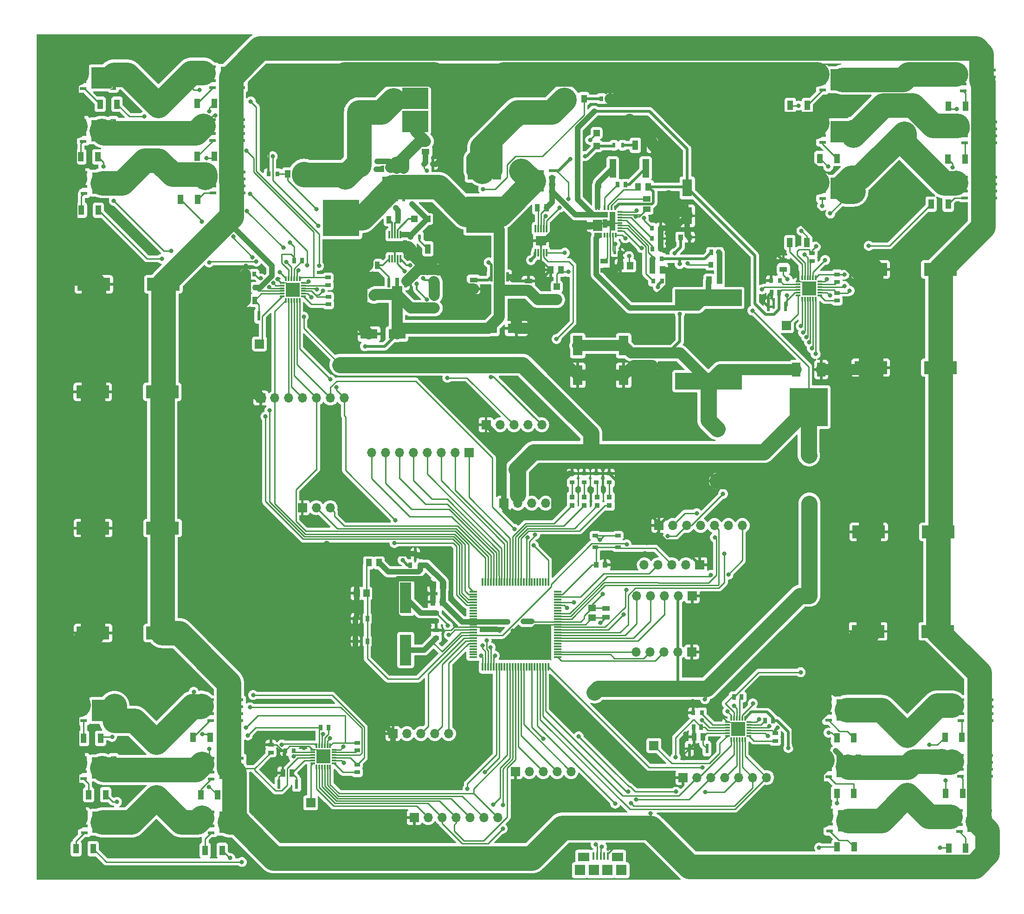
<source format=gtl>
G04 #@! TF.GenerationSoftware,KiCad,Pcbnew,7.0.8*
G04 #@! TF.CreationDate,2023-11-03T15:57:48-04:00*
G04 #@! TF.ProjectId,GoodBotControlBoard,476f6f64-426f-4744-936f-6e74726f6c42,rev?*
G04 #@! TF.SameCoordinates,Original*
G04 #@! TF.FileFunction,Copper,L1,Top*
G04 #@! TF.FilePolarity,Positive*
%FSLAX46Y46*%
G04 Gerber Fmt 4.6, Leading zero omitted, Abs format (unit mm)*
G04 Created by KiCad (PCBNEW 7.0.8) date 2023-11-03 15:57:48*
%MOMM*%
%LPD*%
G01*
G04 APERTURE LIST*
G04 #@! TA.AperFunction,SMDPad,CuDef*
%ADD10R,12.150000X3.050000*%
G04 #@! TD*
G04 #@! TA.AperFunction,SMDPad,CuDef*
%ADD11R,0.800000X0.950000*%
G04 #@! TD*
G04 #@! TA.AperFunction,SMDPad,CuDef*
%ADD12R,1.450000X1.000000*%
G04 #@! TD*
G04 #@! TA.AperFunction,SMDPad,CuDef*
%ADD13R,4.850000X3.900000*%
G04 #@! TD*
G04 #@! TA.AperFunction,SMDPad,CuDef*
%ADD14R,1.000000X1.450000*%
G04 #@! TD*
G04 #@! TA.AperFunction,SMDPad,CuDef*
%ADD15R,1.050000X1.800000*%
G04 #@! TD*
G04 #@! TA.AperFunction,ComponentPad*
%ADD16R,1.700000X1.700000*%
G04 #@! TD*
G04 #@! TA.AperFunction,ComponentPad*
%ADD17O,1.700000X1.700000*%
G04 #@! TD*
G04 #@! TA.AperFunction,SMDPad,CuDef*
%ADD18R,0.950000X1.000000*%
G04 #@! TD*
G04 #@! TA.AperFunction,SMDPad,CuDef*
%ADD19R,0.990000X0.780000*%
G04 #@! TD*
G04 #@! TA.AperFunction,SMDPad,CuDef*
%ADD20R,1.430000X0.940000*%
G04 #@! TD*
G04 #@! TA.AperFunction,SMDPad,CuDef*
%ADD21R,1.800000X3.600000*%
G04 #@! TD*
G04 #@! TA.AperFunction,SMDPad,CuDef*
%ADD22R,0.960000X1.390000*%
G04 #@! TD*
G04 #@! TA.AperFunction,SMDPad,CuDef*
%ADD23R,0.620000X1.820000*%
G04 #@! TD*
G04 #@! TA.AperFunction,SMDPad,CuDef*
%ADD24R,1.250000X3.350000*%
G04 #@! TD*
G04 #@! TA.AperFunction,SMDPad,CuDef*
%ADD25R,0.350000X0.950000*%
G04 #@! TD*
G04 #@! TA.AperFunction,SMDPad,CuDef*
%ADD26R,0.650000X0.350000*%
G04 #@! TD*
G04 #@! TA.AperFunction,SMDPad,CuDef*
%ADD27R,0.350000X0.650000*%
G04 #@! TD*
G04 #@! TA.AperFunction,SMDPad,CuDef*
%ADD28R,0.950000X0.350000*%
G04 #@! TD*
G04 #@! TA.AperFunction,SMDPad,CuDef*
%ADD29R,1.100000X3.400000*%
G04 #@! TD*
G04 #@! TA.AperFunction,SMDPad,CuDef*
%ADD30R,2.700000X1.100000*%
G04 #@! TD*
G04 #@! TA.AperFunction,SMDPad,CuDef*
%ADD31R,1.730000X2.100000*%
G04 #@! TD*
G04 #@! TA.AperFunction,SMDPad,CuDef*
%ADD32R,0.970000X1.520000*%
G04 #@! TD*
G04 #@! TA.AperFunction,SMDPad,CuDef*
%ADD33R,1.350000X0.300000*%
G04 #@! TD*
G04 #@! TA.AperFunction,SMDPad,CuDef*
%ADD34R,0.780000X0.990000*%
G04 #@! TD*
G04 #@! TA.AperFunction,SMDPad,CuDef*
%ADD35R,0.600000X0.620000*%
G04 #@! TD*
G04 #@! TA.AperFunction,SMDPad,CuDef*
%ADD36R,0.950000X0.800000*%
G04 #@! TD*
G04 #@! TA.AperFunction,SMDPad,CuDef*
%ADD37R,0.900000X0.300000*%
G04 #@! TD*
G04 #@! TA.AperFunction,SMDPad,CuDef*
%ADD38R,0.300000X0.900000*%
G04 #@! TD*
G04 #@! TA.AperFunction,SMDPad,CuDef*
%ADD39R,2.600000X2.600000*%
G04 #@! TD*
G04 #@! TA.AperFunction,SMDPad,CuDef*
%ADD40R,0.300000X1.425000*%
G04 #@! TD*
G04 #@! TA.AperFunction,SMDPad,CuDef*
%ADD41R,1.880000X1.680000*%
G04 #@! TD*
G04 #@! TA.AperFunction,SMDPad,CuDef*
%ADD42R,1.270000X0.610000*%
G04 #@! TD*
G04 #@! TA.AperFunction,SMDPad,CuDef*
%ADD43R,0.710000X0.610000*%
G04 #@! TD*
G04 #@! TA.AperFunction,SMDPad,CuDef*
%ADD44R,3.810000X3.910000*%
G04 #@! TD*
G04 #@! TA.AperFunction,SMDPad,CuDef*
%ADD45R,0.310000X0.255000*%
G04 #@! TD*
G04 #@! TA.AperFunction,SMDPad,CuDef*
%ADD46R,0.580000X1.730000*%
G04 #@! TD*
G04 #@! TA.AperFunction,SMDPad,CuDef*
%ADD47R,0.760000X1.500000*%
G04 #@! TD*
G04 #@! TA.AperFunction,SMDPad,CuDef*
%ADD48R,1.933000X3.030000*%
G04 #@! TD*
G04 #@! TA.AperFunction,SMDPad,CuDef*
%ADD49R,0.950000X0.950000*%
G04 #@! TD*
G04 #@! TA.AperFunction,SMDPad,CuDef*
%ADD50R,6.000000X2.350000*%
G04 #@! TD*
G04 #@! TA.AperFunction,SMDPad,CuDef*
%ADD51R,3.150000X1.800000*%
G04 #@! TD*
G04 #@! TA.AperFunction,SMDPad,CuDef*
%ADD52R,1.150000X1.450000*%
G04 #@! TD*
G04 #@! TA.AperFunction,ComponentPad*
%ADD53C,2.100000*%
G04 #@! TD*
G04 #@! TA.AperFunction,SMDPad,CuDef*
%ADD54R,0.650000X1.050000*%
G04 #@! TD*
G04 #@! TA.AperFunction,SMDPad,CuDef*
%ADD55R,0.940000X1.430000*%
G04 #@! TD*
G04 #@! TA.AperFunction,SMDPad,CuDef*
%ADD56R,1.050000X0.650000*%
G04 #@! TD*
G04 #@! TA.AperFunction,SMDPad,CuDef*
%ADD57R,1.450000X1.150000*%
G04 #@! TD*
G04 #@! TA.AperFunction,SMDPad,CuDef*
%ADD58R,0.650000X1.100000*%
G04 #@! TD*
G04 #@! TA.AperFunction,ComponentPad*
%ADD59C,1.950000*%
G04 #@! TD*
G04 #@! TA.AperFunction,SMDPad,CuDef*
%ADD60R,1.150000X1.150000*%
G04 #@! TD*
G04 #@! TA.AperFunction,SMDPad,CuDef*
%ADD61R,1.390000X0.960000*%
G04 #@! TD*
G04 #@! TA.AperFunction,SMDPad,CuDef*
%ADD62R,1.600000X3.000000*%
G04 #@! TD*
G04 #@! TA.AperFunction,SMDPad,CuDef*
%ADD63R,6.700000X6.700000*%
G04 #@! TD*
G04 #@! TA.AperFunction,SMDPad,CuDef*
%ADD64R,2.100000X5.600000*%
G04 #@! TD*
G04 #@! TA.AperFunction,SMDPad,CuDef*
%ADD65R,0.540000X0.940000*%
G04 #@! TD*
G04 #@! TA.AperFunction,SMDPad,CuDef*
%ADD66R,1.475000X0.300000*%
G04 #@! TD*
G04 #@! TA.AperFunction,SMDPad,CuDef*
%ADD67R,0.300000X1.475000*%
G04 #@! TD*
G04 #@! TA.AperFunction,SMDPad,CuDef*
%ADD68R,1.500000X2.500000*%
G04 #@! TD*
G04 #@! TA.AperFunction,SMDPad,CuDef*
%ADD69R,7.000000X7.000000*%
G04 #@! TD*
G04 #@! TA.AperFunction,SMDPad,CuDef*
%ADD70R,0.400000X1.350000*%
G04 #@! TD*
G04 #@! TA.AperFunction,SMDPad,CuDef*
%ADD71R,2.100000X1.600000*%
G04 #@! TD*
G04 #@! TA.AperFunction,SMDPad,CuDef*
%ADD72R,1.900000X1.900000*%
G04 #@! TD*
G04 #@! TA.AperFunction,SMDPad,CuDef*
%ADD73R,0.610000X1.270000*%
G04 #@! TD*
G04 #@! TA.AperFunction,SMDPad,CuDef*
%ADD74R,0.610000X0.710000*%
G04 #@! TD*
G04 #@! TA.AperFunction,SMDPad,CuDef*
%ADD75R,3.910000X3.810000*%
G04 #@! TD*
G04 #@! TA.AperFunction,SMDPad,CuDef*
%ADD76R,0.255000X0.310000*%
G04 #@! TD*
G04 #@! TA.AperFunction,SMDPad,CuDef*
%ADD77R,1.800000X3.150000*%
G04 #@! TD*
G04 #@! TA.AperFunction,ViaPad*
%ADD78C,0.800000*%
G04 #@! TD*
G04 #@! TA.AperFunction,Conductor*
%ADD79C,0.250000*%
G04 #@! TD*
G04 #@! TA.AperFunction,Conductor*
%ADD80C,1.000000*%
G04 #@! TD*
G04 #@! TA.AperFunction,Conductor*
%ADD81C,0.200000*%
G04 #@! TD*
G04 #@! TA.AperFunction,Conductor*
%ADD82C,0.500000*%
G04 #@! TD*
G04 #@! TA.AperFunction,Conductor*
%ADD83C,4.500000*%
G04 #@! TD*
G04 #@! TA.AperFunction,Conductor*
%ADD84C,3.000000*%
G04 #@! TD*
G04 #@! TA.AperFunction,Conductor*
%ADD85C,0.300000*%
G04 #@! TD*
G04 #@! TA.AperFunction,Conductor*
%ADD86C,2.000000*%
G04 #@! TD*
G04 APERTURE END LIST*
D10*
G04 #@! TO.P,L1,1,1*
G04 #@! TO.N,+5V*
X149733000Y-76327000D03*
G04 #@! TO.P,L1,2,2*
G04 #@! TO.N,Net-(IC7-SW_1)*
X149733000Y-61127000D03*
G04 #@! TD*
D11*
G04 #@! TO.P,R58,1,1*
G04 #@! TO.N,ChargerCurrentDiv+*
X97904400Y-36728400D03*
G04 #@! TO.P,R58,2,2*
G04 #@! TO.N,GND*
X99504400Y-36728400D03*
G04 #@! TD*
D12*
G04 #@! TO.P,R57,1,1*
G04 #@! TO.N,ChargerCurrentDiv+*
X98145600Y-34427200D03*
G04 #@! TO.P,R57,2,2*
G04 #@! TO.N,ChargerCurrent+*
X98145600Y-32527200D03*
G04 #@! TD*
D13*
G04 #@! TO.P,R56,1,1*
G04 #@! TO.N,ChargerCurrent+*
X96215200Y-28888800D03*
G04 #@! TO.P,R56,2,2*
G04 #@! TO.N,Battery+*
X96215200Y-24688800D03*
G04 #@! TD*
D14*
G04 #@! TO.P,R55,1,1*
G04 #@! TO.N,MCU_VDD*
X89646800Y-109474000D03*
G04 #@! TO.P,R55,2,2*
G04 #@! TO.N,MCU_NRST*
X87746800Y-109474000D03*
G04 #@! TD*
D15*
G04 #@! TO.P,R32,1,1*
G04 #@! TO.N,M3_GLS3*
X38837200Y-141528800D03*
G04 #@! TO.P,R32,2,2*
G04 #@! TO.N,Net-(Q20-G)*
X35737200Y-141528800D03*
G04 #@! TD*
G04 #@! TO.P,R31,1,1*
G04 #@! TO.N,M3_GHS3*
X58801600Y-141376400D03*
G04 #@! TO.P,R31,2,2*
G04 #@! TO.N,Net-(Q19-G)*
X55701600Y-141376400D03*
G04 #@! TD*
G04 #@! TO.P,R30,1,1*
G04 #@! TO.N,M3_GLS2*
X39751600Y-151841200D03*
G04 #@! TO.P,R30,2,2*
G04 #@! TO.N,Net-(Q21-G)*
X36651600Y-151841200D03*
G04 #@! TD*
G04 #@! TO.P,R29,1,1*
G04 #@! TO.N,M3_GHS2*
X60224000Y-151892000D03*
G04 #@! TO.P,R29,2,2*
G04 #@! TO.N,Net-(Q22-G)*
X57124000Y-151892000D03*
G04 #@! TD*
G04 #@! TO.P,R28,1,1*
G04 #@! TO.N,M3_GLS1*
X37465600Y-161696400D03*
G04 #@! TO.P,R28,2,2*
G04 #@! TO.N,Net-(Q24-G)*
X34365600Y-161696400D03*
G04 #@! TD*
G04 #@! TO.P,R27,2,2*
G04 #@! TO.N,Net-(Q23-G)*
X57910800Y-162001200D03*
G04 #@! TO.P,R27,1,1*
G04 #@! TO.N,M3_GHS1*
X61010800Y-162001200D03*
G04 #@! TD*
G04 #@! TO.P,R25,1,1*
G04 #@! TO.N,M2_GLS3*
X173176000Y-141478000D03*
G04 #@! TO.P,R25,2,2*
G04 #@! TO.N,Net-(Q14-G)*
X176276000Y-141478000D03*
G04 #@! TD*
G04 #@! TO.P,R24,1,1*
G04 #@! TO.N,M2_GHS3*
X192912400Y-141325600D03*
G04 #@! TO.P,R24,2,2*
G04 #@! TO.N,Net-(Q13-G)*
X196012400Y-141325600D03*
G04 #@! TD*
G04 #@! TO.P,R23,2,2*
G04 #@! TO.N,Net-(Q15-G)*
X176276000Y-151587200D03*
G04 #@! TO.P,R23,1,1*
G04 #@! TO.N,M2_GLS2*
X173176000Y-151587200D03*
G04 #@! TD*
G04 #@! TO.P,R22,1,1*
G04 #@! TO.N,M2_GHS2*
X193064800Y-151587200D03*
G04 #@! TO.P,R22,2,2*
G04 #@! TO.N,Net-(Q16-G)*
X196164800Y-151587200D03*
G04 #@! TD*
G04 #@! TO.P,R21,1,1*
G04 #@! TO.N,M2_GLS1*
X173226800Y-161340800D03*
G04 #@! TO.P,R21,2,2*
G04 #@! TO.N,Net-(Q18-G)*
X176326800Y-161340800D03*
G04 #@! TD*
G04 #@! TO.P,R20,1,1*
G04 #@! TO.N,M2_GHS1*
X193597600Y-161594800D03*
G04 #@! TO.P,R20,2,2*
G04 #@! TO.N,Net-(Q17-G)*
X196697600Y-161594800D03*
G04 #@! TD*
G04 #@! TO.P,R18,1,1*
G04 #@! TO.N,M1_GLS3*
X164692400Y-25958800D03*
G04 #@! TO.P,R18,2,2*
G04 #@! TO.N,Net-(Q8-G)*
X167792400Y-25958800D03*
G04 #@! TD*
G04 #@! TO.P,R17,1,1*
G04 #@! TO.N,M1_GHS3*
X193546800Y-26111200D03*
G04 #@! TO.P,R17,2,2*
G04 #@! TO.N,Net-(Q7-G)*
X196646800Y-26111200D03*
G04 #@! TD*
G04 #@! TO.P,R16,1,1*
G04 #@! TO.N,M1_GLS2*
X170103200Y-35661600D03*
G04 #@! TO.P,R16,2,2*
G04 #@! TO.N,Net-(Q9-G)*
X173203200Y-35661600D03*
G04 #@! TD*
G04 #@! TO.P,R15,1,1*
G04 #@! TO.N,M1_GHS2*
X193445200Y-35763200D03*
G04 #@! TO.P,R15,2,2*
G04 #@! TO.N,Net-(Q10-G)*
X196545200Y-35763200D03*
G04 #@! TD*
G04 #@! TO.P,R14,1,1*
G04 #@! TO.N,M1_GLS1*
X164601600Y-51037400D03*
G04 #@! TO.P,R14,2,2*
G04 #@! TO.N,Net-(Q12-G)*
X167701600Y-51037400D03*
G04 #@! TD*
G04 #@! TO.P,R13,1,1*
G04 #@! TO.N,M1_GHS1*
X190397200Y-43992800D03*
G04 #@! TO.P,R13,2,2*
G04 #@! TO.N,Net-(Q11-G)*
X193497200Y-43992800D03*
G04 #@! TD*
G04 #@! TO.P,R11,1,1*
G04 #@! TO.N,M0_GLS3*
X41834400Y-25755600D03*
G04 #@! TO.P,R11,2,2*
G04 #@! TO.N,Net-(Q2-G)*
X38734400Y-25755600D03*
G04 #@! TD*
G04 #@! TO.P,R10,1,1*
G04 #@! TO.N,M0_GHS1*
X53415600Y-43180000D03*
G04 #@! TO.P,R10,2,2*
G04 #@! TO.N,Net-(Q5-G)*
X56515600Y-43180000D03*
G04 #@! TD*
G04 #@! TO.P,R9,1,1*
G04 #@! TO.N,M0_GHS3*
X59563600Y-25603200D03*
G04 #@! TO.P,R9,2,2*
G04 #@! TO.N,Net-(Q1-G)*
X56463600Y-25603200D03*
G04 #@! TD*
G04 #@! TO.P,R8,1,1*
G04 #@! TO.N,M0_GLS2*
X38329200Y-35356800D03*
G04 #@! TO.P,R8,2,2*
G04 #@! TO.N,Net-(Q3-G)*
X35229200Y-35356800D03*
G04 #@! TD*
G04 #@! TO.P,R7,1,1*
G04 #@! TO.N,M0_GHS2*
X59589600Y-35255200D03*
G04 #@! TO.P,R7,2,2*
G04 #@! TO.N,Net-(Q4-G)*
X56489600Y-35255200D03*
G04 #@! TD*
G04 #@! TO.P,R6,1,1*
G04 #@! TO.N,M0_GLS1*
X38430800Y-45110400D03*
G04 #@! TO.P,R6,2,2*
G04 #@! TO.N,Net-(Q6-G)*
X35330800Y-45110400D03*
G04 #@! TD*
D16*
G04 #@! TO.P,J31,1,Pin_1*
G04 #@! TO.N,GND*
X109169200Y-84277200D03*
D17*
G04 #@! TO.P,J31,2,Pin_2*
G04 #@! TO.N,ChargerDiv+*
X111709200Y-84277200D03*
G04 #@! TO.P,J31,3,Pin_3*
G04 #@! TO.N,BatteryDiv+*
X114249200Y-84277200D03*
G04 #@! TO.P,J31,4,Pin_4*
G04 #@! TO.N,MAIN_POWER_ON*
X116789200Y-84277200D03*
G04 #@! TO.P,J31,5,Pin_5*
G04 #@! TO.N,BAT_CHARGE_ON*
X119329200Y-84277200D03*
G04 #@! TD*
D16*
G04 #@! TO.P,J26,1,Pin_1*
G04 #@! TO.N,GND*
X96062800Y-156006800D03*
D17*
G04 #@! TO.P,J26,2,Pin_2*
G04 #@! TO.N,M3_IN1*
X98602800Y-156006800D03*
G04 #@! TO.P,J26,3,Pin_3*
G04 #@! TO.N,M3_IN2*
X101142800Y-156006800D03*
G04 #@! TO.P,J26,4,Pin_4*
G04 #@! TO.N,M3_IN3*
X103682800Y-156006800D03*
G04 #@! TO.P,J26,5,Pin_5*
G04 #@! TO.N,M3_EN1*
X106222800Y-156006800D03*
G04 #@! TO.P,J26,6,Pin_6*
G04 #@! TO.N,M3_EN2*
X108762800Y-156006800D03*
G04 #@! TO.P,J26,7,Pin_7*
G04 #@! TO.N,M3_EN3*
X111302800Y-156006800D03*
G04 #@! TD*
D16*
G04 #@! TO.P,J21,1,Pin_1*
G04 #@! TO.N,GND*
X145135600Y-148691600D03*
D17*
G04 #@! TO.P,J21,2,Pin_2*
G04 #@! TO.N,M2_IN1*
X147675600Y-148691600D03*
G04 #@! TO.P,J21,3,Pin_3*
G04 #@! TO.N,M2_IN2*
X150215600Y-148691600D03*
G04 #@! TO.P,J21,4,Pin_4*
G04 #@! TO.N,M2_IN3*
X152755600Y-148691600D03*
G04 #@! TO.P,J21,5,Pin_5*
G04 #@! TO.N,M2_EN1*
X155295600Y-148691600D03*
G04 #@! TO.P,J21,6,Pin_6*
G04 #@! TO.N,M2_EN2*
X157835600Y-148691600D03*
G04 #@! TO.P,J21,7,Pin_7*
G04 #@! TO.N,M2_EN3*
X160375600Y-148691600D03*
G04 #@! TD*
D16*
G04 #@! TO.P,J16,1,Pin_1*
G04 #@! TO.N,GND*
X140711000Y-102666800D03*
D17*
G04 #@! TO.P,J16,2,Pin_2*
G04 #@! TO.N,M1_IN1*
X143251000Y-102666800D03*
G04 #@! TO.P,J16,3,Pin_3*
G04 #@! TO.N,M1_IN2*
X145791000Y-102666800D03*
G04 #@! TO.P,J16,4,Pin_4*
G04 #@! TO.N,M1_IN3*
X148331000Y-102666800D03*
G04 #@! TO.P,J16,5,Pin_5*
G04 #@! TO.N,M1_EN1*
X150871000Y-102666800D03*
G04 #@! TO.P,J16,6,Pin_6*
G04 #@! TO.N,M1_EN2*
X153411000Y-102666800D03*
G04 #@! TO.P,J16,7,Pin_7*
G04 #@! TO.N,M1_EN3*
X155951000Y-102666800D03*
G04 #@! TD*
D16*
G04 #@! TO.P,J11,1,Pin_1*
G04 #@! TO.N,GND*
X68082000Y-79413000D03*
D17*
G04 #@! TO.P,J11,2,Pin_2*
G04 #@! TO.N,M0_IN1*
X70622000Y-79413000D03*
G04 #@! TO.P,J11,3,Pin_3*
G04 #@! TO.N,M0_IN2*
X73162000Y-79413000D03*
G04 #@! TO.P,J11,4,Pin_4*
G04 #@! TO.N,M0_IN3*
X75702000Y-79413000D03*
G04 #@! TO.P,J11,5,Pin_5*
G04 #@! TO.N,M0_EN1*
X78242000Y-79413000D03*
G04 #@! TO.P,J11,6,Pin_6*
G04 #@! TO.N,M0_EN2*
X80782000Y-79413000D03*
G04 #@! TO.P,J11,7,Pin_7*
G04 #@! TO.N,M0_EN3*
X83322000Y-79413000D03*
G04 #@! TD*
D16*
G04 #@! TO.P,J9,1,Pin_1*
G04 #@! TO.N,GND*
X148183600Y-109829600D03*
D17*
G04 #@! TO.P,J9,2,Pin_2*
G04 #@! TO.N,PowerIn+*
X145643600Y-109829600D03*
G04 #@! TO.P,J9,3,Pin_3*
G04 #@! TO.N,SWCLK_BOOT*
X143103600Y-109829600D03*
G04 #@! TO.P,J9,4,Pin_4*
G04 #@! TO.N,SWDIO*
X140563600Y-109829600D03*
G04 #@! TO.P,J9,5,Pin_5*
G04 #@! TO.N,MCU_NRST*
X138023600Y-109829600D03*
G04 #@! TD*
D16*
G04 #@! TO.P,J8,1,Pin_1*
G04 #@! TO.N,GND*
X146710400Y-125780800D03*
D17*
G04 #@! TO.P,J8,2,Pin_2*
G04 #@! TO.N,+3.3V*
X144170400Y-125780800D03*
G04 #@! TO.P,J8,3,Pin_3*
G04 #@! TO.N,M2_HALL1*
X141630400Y-125780800D03*
G04 #@! TO.P,J8,4,Pin_4*
G04 #@! TO.N,M2_HALL2*
X139090400Y-125780800D03*
G04 #@! TO.P,J8,5,Pin_5*
G04 #@! TO.N,M2_HALL3*
X136550400Y-125780800D03*
G04 #@! TD*
D16*
G04 #@! TO.P,J7,1,Pin_1*
G04 #@! TO.N,GND*
X146812000Y-115519200D03*
D17*
G04 #@! TO.P,J7,2,Pin_2*
G04 #@! TO.N,+3.3V*
X144272000Y-115519200D03*
G04 #@! TO.P,J7,3,Pin_3*
G04 #@! TO.N,M1_HALL1*
X141732000Y-115519200D03*
G04 #@! TO.P,J7,4,Pin_4*
G04 #@! TO.N,M1_HALL2*
X139192000Y-115519200D03*
G04 #@! TO.P,J7,5,Pin_5*
G04 #@! TO.N,M1_HALL3*
X136652000Y-115519200D03*
G04 #@! TD*
D16*
G04 #@! TO.P,J6,1,Pin_1*
G04 #@! TO.N,GND*
X114505000Y-147600000D03*
D17*
G04 #@! TO.P,J6,2,Pin_2*
G04 #@! TO.N,+3.3V*
X117045000Y-147600000D03*
G04 #@! TO.P,J6,3,Pin_3*
G04 #@! TO.N,M3_HALL1*
X119585000Y-147600000D03*
G04 #@! TO.P,J6,4,Pin_4*
G04 #@! TO.N,M3_HALL2*
X122125000Y-147600000D03*
G04 #@! TO.P,J6,5,Pin_5*
G04 #@! TO.N,M3_HALL3*
X124665000Y-147600000D03*
G04 #@! TD*
D16*
G04 #@! TO.P,J5,1,Pin_1*
G04 #@! TO.N,GND*
X92202000Y-140665200D03*
D17*
G04 #@! TO.P,J5,2,Pin_2*
G04 #@! TO.N,+3.3V*
X94742000Y-140665200D03*
G04 #@! TO.P,J5,3,Pin_3*
G04 #@! TO.N,M0_HALL1*
X97282000Y-140665200D03*
G04 #@! TO.P,J5,4,Pin_4*
G04 #@! TO.N,M0_HALL2*
X99822000Y-140665200D03*
G04 #@! TO.P,J5,5,Pin_5*
G04 #@! TO.N,M0_HALL3*
X102362000Y-140665200D03*
G04 #@! TD*
D16*
G04 #@! TO.P,J3,1,Pin_1*
G04 #@! TO.N,GND*
X112430400Y-98602800D03*
D17*
G04 #@! TO.P,J3,2,Pin_2*
G04 #@! TO.N,+3.3V*
X114970400Y-98602800D03*
G04 #@! TO.P,J3,3,Pin_3*
G04 #@! TO.N,USART2_RX*
X117510400Y-98602800D03*
G04 #@! TO.P,J3,4,Pin_4*
G04 #@! TO.N,USART2_TX*
X120050400Y-98602800D03*
G04 #@! TD*
D16*
G04 #@! TO.P,J2,1,Pin_1*
G04 #@! TO.N,Net-(IC2-PF13)*
X106070400Y-89408000D03*
D17*
G04 #@! TO.P,J2,2,Pin_2*
G04 #@! TO.N,Net-(IC2-PB3)*
X103530400Y-89408000D03*
G04 #@! TO.P,J2,3,Pin_3*
G04 #@! TO.N,Net-(IC2-PB4)*
X100990400Y-89408000D03*
G04 #@! TO.P,J2,4,Pin_4*
G04 #@! TO.N,Net-(IC2-PB5)*
X98450400Y-89408000D03*
G04 #@! TO.P,J2,5,Pin_5*
G04 #@! TO.N,Net-(IC2-PE0)*
X95910400Y-89408000D03*
G04 #@! TO.P,J2,6,Pin_6*
G04 #@! TO.N,Net-(IC2-PE1)*
X93370400Y-89408000D03*
G04 #@! TO.P,J2,7,Pin_7*
G04 #@! TO.N,Net-(IC2-PE2)*
X90830400Y-89408000D03*
G04 #@! TO.P,J2,8,Pin_8*
G04 #@! TO.N,Net-(IC2-PE3)*
X88290400Y-89408000D03*
G04 #@! TD*
D16*
G04 #@! TO.P,J1,1,Pin_1*
G04 #@! TO.N,GND*
X75641200Y-99415600D03*
D17*
G04 #@! TO.P,J1,2,Pin_2*
G04 #@! TO.N,USART1_RX*
X78181200Y-99415600D03*
G04 #@! TO.P,J1,3,Pin_3*
G04 #@! TO.N,USART1_TX*
X80721200Y-99415600D03*
G04 #@! TD*
D18*
G04 #@! TO.P,C7,1,1*
G04 #@! TO.N,GND*
X130911600Y-109880400D03*
G04 #@! TO.P,C7,2,2*
G04 #@! TO.N,SWCLK_BOOT*
X129311600Y-109880400D03*
G04 #@! TD*
D19*
G04 #@! TO.P,C24,1,1*
G04 #@! TO.N,M1_BOOT2*
X173234200Y-58234200D03*
G04 #@! TO.P,C24,2,2*
G04 #@! TO.N,M1_MOTOR_V*
X173234200Y-56834200D03*
G04 #@! TD*
D11*
G04 #@! TO.P,R5,1,1*
G04 #@! TO.N,GND*
X65277800Y-56804400D03*
G04 #@! TO.P,R5,2,2*
G04 #@! TO.N,Net-(IC3-DT{slash}MODE)*
X66877800Y-56804400D03*
G04 #@! TD*
D20*
G04 #@! TO.P,C58,1,1*
G04 #@! TO.N,Net-(IC10-VOUT)*
X106895000Y-57841000D03*
G04 #@! TO.P,C58,2,2*
G04 #@! TO.N,GND*
X106895000Y-59481000D03*
G04 #@! TD*
D21*
G04 #@! TO.P,C41,1*
G04 #@! TO.N,GND*
X125895000Y-75241000D03*
G04 #@! TO.P,C41,2*
G04 #@! TO.N,+5V*
X125895000Y-69841000D03*
G04 #@! TD*
D22*
G04 #@! TO.P,C28,1,1*
G04 #@! TO.N,Net-(IC5-REG12)*
X148735400Y-141264600D03*
G04 #@! TO.P,C28,2,2*
G04 #@! TO.N,GND*
X147115400Y-141264600D03*
G04 #@! TD*
D23*
G04 #@! TO.P,C10,1,1*
G04 #@! TO.N,Net-(IC3-REG12)*
X67715800Y-64404400D03*
G04 #@! TO.P,C10,2,2*
G04 #@! TO.N,GND*
X64515800Y-64404400D03*
G04 #@! TD*
D24*
G04 #@! TO.P,R37,1,1*
G04 #@! TO.N,Net-(C46-Pad2)*
X138295000Y-37441000D03*
G04 #@! TO.P,R37,2,2*
G04 #@! TO.N,Net-(IC7-PHASE_1)*
X132295000Y-37441000D03*
G04 #@! TD*
D25*
G04 #@! TO.P,IC7,1,VCIN*
G04 #@! TO.N,+28V*
X132745000Y-44641000D03*
G04 #@! TO.P,IC7,2,PGOOD*
G04 #@! TO.N,Net-(IC7-PGOOD)*
X132095000Y-44641000D03*
G04 #@! TO.P,IC7,3,EN*
G04 #@! TO.N,Net-(IC7-EN)*
X131445000Y-44641000D03*
G04 #@! TO.P,IC7,4,BOOT*
G04 #@! TO.N,Net-(IC7-BOOT)*
X130795000Y-44641000D03*
G04 #@! TO.P,IC7,5,PHASE_1*
G04 #@! TO.N,Net-(IC7-PHASE_1)*
X129795000Y-44641000D03*
G04 #@! TO.P,IC7,6,PHASE_2*
X129295000Y-44641000D03*
D26*
G04 #@! TO.P,IC7,7,VIN_1*
G04 #@! TO.N,+28V*
X128370000Y-45647000D03*
G04 #@! TO.P,IC7,8,VIN_2*
X128370000Y-46297000D03*
G04 #@! TO.P,IC7,9,PGND_1*
G04 #@! TO.N,GND*
X128370000Y-47427000D03*
G04 #@! TO.P,IC7,10,PGND_2*
X128370000Y-47927000D03*
G04 #@! TO.P,IC7,11,PGND_3*
X128370000Y-48427000D03*
D27*
G04 #@! TO.P,IC7,12,SW_1*
G04 #@! TO.N,Net-(IC7-SW_1)*
X129145000Y-49842000D03*
G04 #@! TO.P,IC7,13,SW_2*
X129645000Y-49842000D03*
G04 #@! TO.P,IC7,14,SW_3*
X130145000Y-49842000D03*
D25*
G04 #@! TO.P,IC7,15,GL*
G04 #@! TO.N,unconnected-(IC7-GL-Pad15)*
X130795000Y-49692000D03*
G04 #@! TO.P,IC7,16,VDRV*
G04 #@! TO.N,Net-(IC7-VDRV)*
X131295000Y-49692000D03*
G04 #@! TO.P,IC7,17,PGND_4*
G04 #@! TO.N,GND*
X131795000Y-49692000D03*
G04 #@! TO.P,IC7,18,ULTRASONIC*
G04 #@! TO.N,Net-(IC7-ULTRASONIC)*
X132295000Y-49692000D03*
G04 #@! TO.P,IC7,19,SS*
G04 #@! TO.N,Net-(IC7-SS)*
X132795000Y-49692000D03*
D28*
G04 #@! TO.P,IC7,20,VSNS*
G04 #@! TO.N,Net-(IC7-VSNS)*
X133570000Y-48916000D03*
G04 #@! TO.P,IC7,21,COMP*
G04 #@! TO.N,Net-(IC7-COMP)*
X133570000Y-48416000D03*
G04 #@! TO.P,IC7,22,VFB*
G04 #@! TO.N,Net-(IC7-VFB)*
X133570000Y-47916000D03*
G04 #@! TO.P,IC7,23,AGND_1*
G04 #@! TO.N,GND*
X133570000Y-47416000D03*
G04 #@! TO.P,IC7,24,FSW*
G04 #@! TO.N,Net-(IC7-FSW)*
X133570000Y-46916000D03*
G04 #@! TO.P,IC7,25,ILIM*
G04 #@! TO.N,Net-(IC7-ILIM)*
X133570000Y-46416000D03*
G04 #@! TO.P,IC7,26,VDD*
G04 #@! TO.N,Net-(IC7-ULTRASONIC)*
X133570000Y-45916000D03*
G04 #@! TO.P,IC7,27,MODE*
G04 #@! TO.N,Net-(IC7-MODE)*
X133570000Y-45416000D03*
D29*
G04 #@! TO.P,IC7,28,AGND_2*
G04 #@! TO.N,GND*
X132245000Y-47117000D03*
D30*
G04 #@! TO.P,IC7,29,VIN_3*
G04 #@! TO.N,+28V*
X130045000Y-45967000D03*
D31*
G04 #@! TO.P,IC7,30,PGND_5*
G04 #@! TO.N,GND*
X129560000Y-47867000D03*
D32*
G04 #@! TO.P,IC7,31,PGND_6*
X130910000Y-47577000D03*
D33*
G04 #@! TO.P,IC7,32,SW_4*
G04 #@! TO.N,Net-(IC7-SW_1)*
X129645000Y-49367000D03*
G04 #@! TD*
D11*
G04 #@! TO.P,R41,1*
G04 #@! TO.N,Net-(IC7-COMP)*
X139662000Y-58039000D03*
G04 #@! TO.P,R41,2*
G04 #@! TO.N,Net-(C50-Pad1)*
X141262000Y-58039000D03*
G04 #@! TD*
D34*
G04 #@! TO.P,C31,1,1*
G04 #@! TO.N,M2_BOOT1*
X155792400Y-133959600D03*
G04 #@! TO.P,C31,2,2*
G04 #@! TO.N,M2_MOTOR_U*
X154392400Y-133959600D03*
G04 #@! TD*
G04 #@! TO.P,C15,1,1*
G04 #@! TO.N,M0_BOOT1*
X75578800Y-54356400D03*
G04 #@! TO.P,C15,2,2*
G04 #@! TO.N,M0_MOTOR_U*
X74178800Y-54356400D03*
G04 #@! TD*
D35*
G04 #@! TO.P,C51,1,1*
G04 #@! TO.N,Net-(IC7-ULTRASONIC)*
X132684000Y-52841000D03*
G04 #@! TO.P,C51,2,2*
G04 #@! TO.N,GND*
X133604000Y-52841000D03*
G04 #@! TD*
D36*
G04 #@! TO.P,R3,1*
G04 #@! TO.N,GND*
X129280000Y-93195000D03*
G04 #@! TO.P,R3,2*
G04 #@! TO.N,Net-(LED3-K)*
X129280000Y-94795000D03*
G04 #@! TD*
D37*
G04 #@! TO.P,IC5,1,CP*
G04 #@! TO.N,GND*
X153220400Y-138556600D03*
G04 #@! TO.P,IC5,2,DT/MODE*
G04 #@! TO.N,Net-(IC5-DT{slash}MODE)*
X153220400Y-139056600D03*
G04 #@! TO.P,IC5,3,SCREF*
G04 #@! TO.N,+3.3V*
X153220400Y-139556600D03*
G04 #@! TO.P,IC5,4,VS*
G04 #@! TO.N,+28V*
X153220400Y-140056600D03*
G04 #@! TO.P,IC5,5,REG12*
G04 #@! TO.N,Net-(IC5-REG12)*
X153220400Y-140556600D03*
G04 #@! TO.P,IC5,6,NFAULT*
G04 #@! TO.N,Net-(IC5-NFAULT)*
X153220400Y-141056600D03*
D38*
G04 #@! TO.P,IC5,7,INH1/IN1*
G04 #@! TO.N,M2_IN1*
X153920400Y-141756600D03*
G04 #@! TO.P,IC5,8,INH2/IN2*
G04 #@! TO.N,M2_IN2*
X154420400Y-141756600D03*
G04 #@! TO.P,IC5,9,INH3/IN3*
G04 #@! TO.N,M2_IN3*
X154920400Y-141756600D03*
G04 #@! TO.P,IC5,10,INL1/EN1*
G04 #@! TO.N,M2_EN1*
X155420400Y-141756600D03*
G04 #@! TO.P,IC5,11,INL2/EN2*
G04 #@! TO.N,M2_EN2*
X155920400Y-141756600D03*
G04 #@! TO.P,IC5,12,INL3/EN3*
G04 #@! TO.N,M2_EN3*
X156420400Y-141756600D03*
D37*
G04 #@! TO.P,IC5,13,BOOT3*
G04 #@! TO.N,M2_BOOT3*
X157120400Y-141056600D03*
G04 #@! TO.P,IC5,14,GHS3*
G04 #@! TO.N,M2_GHS3*
X157120400Y-140556600D03*
G04 #@! TO.P,IC5,15,OUT3*
G04 #@! TO.N,M2_MOTOR_W*
X157120400Y-140056600D03*
G04 #@! TO.P,IC5,16,GLS3*
G04 #@! TO.N,M2_GLS3*
X157120400Y-139556600D03*
G04 #@! TO.P,IC5,17,BOOT2*
G04 #@! TO.N,M2_BOOT2*
X157120400Y-139056600D03*
G04 #@! TO.P,IC5,18,GHS2*
G04 #@! TO.N,M2_GHS2*
X157120400Y-138556600D03*
D38*
G04 #@! TO.P,IC5,19,OUT2*
G04 #@! TO.N,M2_MOTOR_V*
X156420400Y-137856600D03*
G04 #@! TO.P,IC5,20,GLS2*
G04 #@! TO.N,M2_GLS2*
X155920400Y-137856600D03*
G04 #@! TO.P,IC5,21,BOOT1*
G04 #@! TO.N,M2_BOOT1*
X155420400Y-137856600D03*
G04 #@! TO.P,IC5,22,GHS1*
G04 #@! TO.N,M2_GHS1*
X154920400Y-137856600D03*
G04 #@! TO.P,IC5,23,OUT1*
G04 #@! TO.N,M2_MOTOR_U*
X154420400Y-137856600D03*
G04 #@! TO.P,IC5,24,GLS1*
G04 #@! TO.N,M2_GLS1*
X153920400Y-137856600D03*
D39*
G04 #@! TO.P,IC5,25,GND*
G04 #@! TO.N,GND*
X155170400Y-139806600D03*
G04 #@! TD*
D40*
G04 #@! TO.P,IC11,1,VCC*
G04 #@! TO.N,Net-(IC10-VOUT)*
X118195000Y-52893000D03*
G04 #@! TO.P,IC11,2,VCCUV*
G04 #@! TO.N,unconnected-(IC11-VCCUV-Pad2)*
X118695000Y-52893000D03*
G04 #@! TO.P,IC11,3,GND_1*
G04 #@! TO.N,GND*
X119195000Y-52893000D03*
G04 #@! TO.P,IC11,4,INP*
G04 #@! TO.N,MAIN_POWER_ON*
X119695000Y-52893000D03*
G04 #@! TO.P,IC11,5,OVLO*
G04 #@! TO.N,Net-(IC11-OVLO)*
X120195000Y-52893000D03*
G04 #@! TO.P,IC11,6,TGDN*
G04 #@! TO.N,Net-(IC11-TGDN)*
X120195000Y-48469000D03*
G04 #@! TO.P,IC11,7,TGUP*
G04 #@! TO.N,Net-(IC11-TGUP)*
X119695000Y-48469000D03*
G04 #@! TO.P,IC11,8,TS*
G04 #@! TO.N,+28V*
X119195000Y-48469000D03*
G04 #@! TO.P,IC11,9,BST*
G04 #@! TO.N,Net-(IC11-BST)*
X118695000Y-48469000D03*
G04 #@! TO.P,IC11,10,NC*
G04 #@! TO.N,unconnected-(IC11-NC-Pad10)*
X118195000Y-48469000D03*
D41*
G04 #@! TO.P,IC11,11,GND_2*
G04 #@! TO.N,GND*
X119195000Y-50681000D03*
G04 #@! TD*
D11*
G04 #@! TO.P,R39,1,1*
G04 #@! TO.N,Net-(IC7-FSW)*
X139497000Y-52197000D03*
G04 #@! TO.P,R39,2,2*
G04 #@! TO.N,GND*
X141097000Y-52197000D03*
G04 #@! TD*
D37*
G04 #@! TO.P,IC3,1,CP*
G04 #@! TO.N,GND*
X71932800Y-58358400D03*
G04 #@! TO.P,IC3,2,DT/MODE*
G04 #@! TO.N,Net-(IC3-DT{slash}MODE)*
X71932800Y-58858400D03*
G04 #@! TO.P,IC3,3,SCREF*
G04 #@! TO.N,+3.3V*
X71932800Y-59358400D03*
G04 #@! TO.P,IC3,4,VS*
G04 #@! TO.N,+28V*
X71932800Y-59858400D03*
G04 #@! TO.P,IC3,5,REG12*
G04 #@! TO.N,Net-(IC3-REG12)*
X71932800Y-60358400D03*
G04 #@! TO.P,IC3,6,NFAULT*
G04 #@! TO.N,Net-(IC3-NFAULT)*
X71932800Y-60858400D03*
D38*
G04 #@! TO.P,IC3,7,INH1/IN1*
G04 #@! TO.N,M0_IN1*
X72632800Y-61558400D03*
G04 #@! TO.P,IC3,8,INH2/IN2*
G04 #@! TO.N,M0_IN2*
X73132800Y-61558400D03*
G04 #@! TO.P,IC3,9,INH3/IN3*
G04 #@! TO.N,M0_IN3*
X73632800Y-61558400D03*
G04 #@! TO.P,IC3,10,INL1/EN1*
G04 #@! TO.N,M0_EN1*
X74132800Y-61558400D03*
G04 #@! TO.P,IC3,11,INL2/EN2*
G04 #@! TO.N,M0_EN2*
X74632800Y-61558400D03*
G04 #@! TO.P,IC3,12,INL3/EN3*
G04 #@! TO.N,M0_EN3*
X75132800Y-61558400D03*
D37*
G04 #@! TO.P,IC3,13,BOOT3*
G04 #@! TO.N,M0_BOOT3*
X75832800Y-60858400D03*
G04 #@! TO.P,IC3,14,GHS3*
G04 #@! TO.N,M0_GHS3*
X75832800Y-60358400D03*
G04 #@! TO.P,IC3,15,OUT3*
G04 #@! TO.N,M0_MOTOR_W*
X75832800Y-59858400D03*
G04 #@! TO.P,IC3,16,GLS3*
G04 #@! TO.N,M0_GLS3*
X75832800Y-59358400D03*
G04 #@! TO.P,IC3,17,BOOT2*
G04 #@! TO.N,M0_BOOT2*
X75832800Y-58858400D03*
G04 #@! TO.P,IC3,18,GHS2*
G04 #@! TO.N,M0_GHS2*
X75832800Y-58358400D03*
D38*
G04 #@! TO.P,IC3,19,OUT2*
G04 #@! TO.N,M0_MOTOR_V*
X75132800Y-57658400D03*
G04 #@! TO.P,IC3,20,GLS2*
G04 #@! TO.N,M0_GLS2*
X74632800Y-57658400D03*
G04 #@! TO.P,IC3,21,BOOT1*
G04 #@! TO.N,M0_BOOT1*
X74132800Y-57658400D03*
G04 #@! TO.P,IC3,22,GHS1*
G04 #@! TO.N,M0_GHS1*
X73632800Y-57658400D03*
G04 #@! TO.P,IC3,23,OUT1*
G04 #@! TO.N,M0_MOTOR_U*
X73132800Y-57658400D03*
G04 #@! TO.P,IC3,24,GLS1*
G04 #@! TO.N,M0_GLS1*
X72632800Y-57658400D03*
D39*
G04 #@! TO.P,IC3,25,GND*
G04 #@! TO.N,GND*
X73882800Y-59608400D03*
G04 #@! TD*
D16*
G04 #@! TO.P,J17,1,Pin_1*
G04 #@! TO.N,Net-(IC4-NFAULT)*
X163967200Y-66201200D03*
G04 #@! TD*
D22*
G04 #@! TO.P,C12,1,1*
G04 #@! TO.N,Net-(IC3-REG12)*
X66925800Y-61595400D03*
G04 #@! TO.P,C12,2,2*
G04 #@! TO.N,GND*
X65305800Y-61595400D03*
G04 #@! TD*
D42*
G04 #@! TO.P,Q7,1,S_1*
G04 #@! TO.N,M1_MOTOR_W*
X196219000Y-19486000D03*
G04 #@! TO.P,Q7,2,S_2*
X196219000Y-20756000D03*
G04 #@! TO.P,Q7,3,S_3*
X196219000Y-22026000D03*
G04 #@! TO.P,Q7,4,G*
G04 #@! TO.N,Net-(Q7-G)*
X196219000Y-23296000D03*
D43*
G04 #@! TO.P,Q7,5,D_1*
G04 #@! TO.N,+28V*
X201839000Y-23296000D03*
G04 #@! TO.P,Q7,6,D_2*
X201839000Y-22026000D03*
G04 #@! TO.P,Q7,7,D_3*
X201839000Y-20756000D03*
G04 #@! TO.P,Q7,8,D_4*
X201839000Y-19486000D03*
D44*
G04 #@! TO.P,Q7,9,D_5*
X199579000Y-21391000D03*
D45*
G04 #@! TO.P,Q7,10,D_6*
X201329000Y-23474000D03*
G04 #@! TO.P,Q7,11,D_7*
X201329000Y-19308000D03*
G04 #@! TD*
D46*
G04 #@! TO.P,IC8,1,GND*
G04 #@! TO.N,GND*
X94448200Y-58339600D03*
D47*
G04 #@! TO.P,IC8,2,VIN_1*
G04 #@! TO.N,PowerIn+*
X92948200Y-58224600D03*
D46*
G04 #@! TO.P,IC8,3,VOUT*
G04 #@! TO.N,Net-(IC8-VOUT)*
X91448200Y-58339600D03*
D48*
G04 #@! TO.P,IC8,4,VIN_2*
G04 #@! TO.N,PowerIn+*
X92948200Y-60489600D03*
G04 #@! TD*
D49*
G04 #@! TO.P,LED2,1,K*
G04 #@! TO.N,Net-(LED2-K)*
X127080000Y-97495000D03*
G04 #@! TO.P,LED2,2,A*
G04 #@! TO.N,MCU_LED3*
X127080000Y-98995000D03*
G04 #@! TD*
D50*
G04 #@! TO.P,C29,1,+*
G04 #@! TO.N,+28V*
X191583000Y-122006000D03*
G04 #@! TO.P,C29,2,-*
G04 #@! TO.N,GND*
X178883000Y-122006000D03*
G04 #@! TD*
D51*
G04 #@! TO.P,C53,1,+*
G04 #@! TO.N,PowerIn+*
X92917400Y-67703200D03*
G04 #@! TO.P,C53,2,-*
G04 #@! TO.N,GND*
X87817400Y-67703200D03*
G04 #@! TD*
D52*
G04 #@! TO.P,C5,1*
G04 #@! TO.N,MCU_NRST*
X87345000Y-115050000D03*
G04 #@! TO.P,C5,2*
G04 #@! TO.N,GND*
X85545000Y-115050000D03*
G04 #@! TD*
D36*
G04 #@! TO.P,R4,1*
G04 #@! TO.N,GND*
X131680000Y-93195000D03*
G04 #@! TO.P,R4,2*
G04 #@! TO.N,Net-(LED4-K)*
X131680000Y-94795000D03*
G04 #@! TD*
D19*
G04 #@! TO.P,C30,1,1*
G04 #@! TO.N,M2_BOOT3*
X161950400Y-142025600D03*
G04 #@! TO.P,C30,2,2*
G04 #@! TO.N,M2_MOTOR_W*
X161950400Y-140625600D03*
G04 #@! TD*
D53*
G04 #@! TO.P,J25,1,1*
G04 #@! TO.N,M3_MOTOR_W*
X49022000Y-142290800D03*
G04 #@! TO.P,J25,2,2*
G04 #@! TO.N,M3_MOTOR_V*
X49022000Y-147290800D03*
G04 #@! TO.P,J25,3,3*
G04 #@! TO.N,M3_MOTOR_U*
X49022000Y-152290800D03*
G04 #@! TD*
D15*
G04 #@! TO.P,R50,1,1*
G04 #@! TO.N,Net-(C59-Pad1)*
X98562200Y-52158400D03*
G04 #@! TO.P,R50,2,2*
G04 #@! TO.N,GND*
X95462200Y-52158400D03*
G04 #@! TD*
D54*
G04 #@! TO.P,S1,1,1*
G04 #@! TO.N,MCU_NRST*
X87495000Y-119650000D03*
G04 #@! TO.P,S1,2,2*
X87495000Y-123800000D03*
G04 #@! TO.P,S1,3,3*
G04 #@! TO.N,GND*
X85345000Y-119650000D03*
G04 #@! TO.P,S1,4,4*
X85345000Y-123800000D03*
G04 #@! TD*
D34*
G04 #@! TO.P,C32,1,1*
G04 #@! TO.N,M2_BOOT2*
X160107400Y-138277600D03*
G04 #@! TO.P,C32,2,2*
G04 #@! TO.N,M2_MOTOR_V*
X161507400Y-138277600D03*
G04 #@! TD*
D19*
G04 #@! TO.P,C14,1,1*
G04 #@! TO.N,M0_BOOT3*
X80401800Y-62295400D03*
G04 #@! TO.P,C14,2,2*
G04 #@! TO.N,M0_MOTOR_W*
X80401800Y-60895400D03*
G04 #@! TD*
D52*
G04 #@! TO.P,C4,1*
G04 #@! TO.N,MCU_VDD*
X101295000Y-113600000D03*
G04 #@! TO.P,C4,2*
G04 #@! TO.N,GND*
X99495000Y-113600000D03*
G04 #@! TD*
D21*
G04 #@! TO.P,C42,1*
G04 #@! TO.N,GND*
X134295000Y-75241000D03*
G04 #@! TO.P,C42,2*
G04 #@! TO.N,+5V*
X134295000Y-69841000D03*
G04 #@! TD*
D14*
G04 #@! TO.P,R35,1,1*
G04 #@! TO.N,Net-(C45-Pad2)*
X151765000Y-57912000D03*
G04 #@! TO.P,R35,2,2*
G04 #@! TO.N,Net-(IC7-SW_1)*
X149865000Y-57912000D03*
G04 #@! TD*
D34*
G04 #@! TO.P,C45,1,1*
G04 #@! TO.N,+5V*
X150238000Y-52832000D03*
G04 #@! TO.P,C45,2,2*
G04 #@! TO.N,Net-(C45-Pad2)*
X151638000Y-52832000D03*
G04 #@! TD*
D23*
G04 #@! TO.P,C34,1,1*
G04 #@! TO.N,Net-(IC6-REG12)*
X74596000Y-149884000D03*
G04 #@! TO.P,C34,2,2*
G04 #@! TO.N,GND*
X71396000Y-149884000D03*
G04 #@! TD*
D36*
G04 #@! TO.P,R2,1*
G04 #@! TO.N,GND*
X127080000Y-93195000D03*
G04 #@! TO.P,R2,2*
G04 #@! TO.N,Net-(LED2-K)*
X127080000Y-94795000D03*
G04 #@! TD*
D42*
G04 #@! TO.P,Q4,1,S_1*
G04 #@! TO.N,M0_MOTOR_V*
X59218000Y-28597000D03*
G04 #@! TO.P,Q4,2,S_2*
X59218000Y-29867000D03*
G04 #@! TO.P,Q4,3,S_3*
X59218000Y-31137000D03*
G04 #@! TO.P,Q4,4,G*
G04 #@! TO.N,Net-(Q4-G)*
X59218000Y-32407000D03*
D43*
G04 #@! TO.P,Q4,5,D_1*
G04 #@! TO.N,+28V*
X64838000Y-32407000D03*
G04 #@! TO.P,Q4,6,D_2*
X64838000Y-31137000D03*
G04 #@! TO.P,Q4,7,D_3*
X64838000Y-29867000D03*
G04 #@! TO.P,Q4,8,D_4*
X64838000Y-28597000D03*
D44*
G04 #@! TO.P,Q4,9,D_5*
X62578000Y-30502000D03*
D45*
G04 #@! TO.P,Q4,10,D_6*
X64328000Y-32585000D03*
G04 #@! TO.P,Q4,11,D_7*
X64328000Y-28419000D03*
G04 #@! TD*
D14*
G04 #@! TO.P,R43,1,1*
G04 #@! TO.N,ChargerDiv+*
X127035600Y-24739600D03*
G04 #@! TO.P,R43,2,2*
G04 #@! TO.N,CHARGER+*
X125135600Y-24739600D03*
G04 #@! TD*
D11*
G04 #@! TO.P,R46,1,1*
G04 #@! TO.N,BatteryDiv+*
X71120000Y-38481000D03*
G04 #@! TO.P,R46,2,2*
G04 #@! TO.N,GND*
X69520000Y-38481000D03*
G04 #@! TD*
D55*
G04 #@! TO.P,C60,1,1*
G04 #@! TO.N,Net-(IC11-BST)*
X118555000Y-44681000D03*
G04 #@! TO.P,C60,2,2*
G04 #@! TO.N,+28V*
X120195000Y-44681000D03*
G04 #@! TD*
D37*
G04 #@! TO.P,IC6,1,CP*
G04 #@! TO.N,GND*
X77512000Y-143599000D03*
G04 #@! TO.P,IC6,2,DT/MODE*
G04 #@! TO.N,Net-(IC6-DT{slash}MODE)*
X77512000Y-144099000D03*
G04 #@! TO.P,IC6,3,SCREF*
G04 #@! TO.N,+3.3V*
X77512000Y-144599000D03*
G04 #@! TO.P,IC6,4,VS*
G04 #@! TO.N,+28V*
X77512000Y-145099000D03*
G04 #@! TO.P,IC6,5,REG12*
G04 #@! TO.N,Net-(IC6-REG12)*
X77512000Y-145599000D03*
G04 #@! TO.P,IC6,6,NFAULT*
G04 #@! TO.N,Net-(IC6-NFAULT)*
X77512000Y-146099000D03*
D38*
G04 #@! TO.P,IC6,7,INH1/IN1*
G04 #@! TO.N,M3_IN1*
X78212000Y-146799000D03*
G04 #@! TO.P,IC6,8,INH2/IN2*
G04 #@! TO.N,M3_IN2*
X78712000Y-146799000D03*
G04 #@! TO.P,IC6,9,INH3/IN3*
G04 #@! TO.N,M3_IN3*
X79212000Y-146799000D03*
G04 #@! TO.P,IC6,10,INL1/EN1*
G04 #@! TO.N,M3_EN1*
X79712000Y-146799000D03*
G04 #@! TO.P,IC6,11,INL2/EN2*
G04 #@! TO.N,M3_EN2*
X80212000Y-146799000D03*
G04 #@! TO.P,IC6,12,INL3/EN3*
G04 #@! TO.N,M3_EN3*
X80712000Y-146799000D03*
D37*
G04 #@! TO.P,IC6,13,BOOT3*
G04 #@! TO.N,M3_BOOT3*
X81412000Y-146099000D03*
G04 #@! TO.P,IC6,14,GHS3*
G04 #@! TO.N,M3_GHS3*
X81412000Y-145599000D03*
G04 #@! TO.P,IC6,15,OUT3*
G04 #@! TO.N,M3_MOTOR_W*
X81412000Y-145099000D03*
G04 #@! TO.P,IC6,16,GLS3*
G04 #@! TO.N,M3_GLS3*
X81412000Y-144599000D03*
G04 #@! TO.P,IC6,17,BOOT2*
G04 #@! TO.N,M3_BOOT2*
X81412000Y-144099000D03*
G04 #@! TO.P,IC6,18,GHS2*
G04 #@! TO.N,M3_GHS2*
X81412000Y-143599000D03*
D38*
G04 #@! TO.P,IC6,19,OUT2*
G04 #@! TO.N,M3_MOTOR_V*
X80712000Y-142899000D03*
G04 #@! TO.P,IC6,20,GLS2*
G04 #@! TO.N,M3_GLS2*
X80212000Y-142899000D03*
G04 #@! TO.P,IC6,21,BOOT1*
G04 #@! TO.N,M3_BOOT1*
X79712000Y-142899000D03*
G04 #@! TO.P,IC6,22,GHS1*
G04 #@! TO.N,M3_GHS1*
X79212000Y-142899000D03*
G04 #@! TO.P,IC6,23,OUT1*
G04 #@! TO.N,M3_MOTOR_U*
X78712000Y-142899000D03*
G04 #@! TO.P,IC6,24,GLS1*
G04 #@! TO.N,M3_GLS1*
X78212000Y-142899000D03*
D39*
G04 #@! TO.P,IC6,25,GND*
G04 #@! TO.N,GND*
X79462000Y-144849000D03*
G04 #@! TD*
D50*
G04 #@! TO.P,C37,1,+*
G04 #@! TO.N,+28V*
X50133000Y-122315000D03*
G04 #@! TO.P,C37,2,-*
G04 #@! TO.N,GND*
X37433000Y-122315000D03*
G04 #@! TD*
D11*
G04 #@! TO.P,R33,1,1*
G04 #@! TO.N,Net-(IC7-VFB)*
X139624000Y-53975000D03*
G04 #@! TO.P,R33,2,2*
G04 #@! TO.N,+5V*
X141224000Y-53975000D03*
G04 #@! TD*
D20*
G04 #@! TO.P,C8,1,1*
G04 #@! TO.N,MCU_VDD*
X131064000Y-117805200D03*
G04 #@! TO.P,C8,2,2*
G04 #@! TO.N,GND*
X131064000Y-119445200D03*
G04 #@! TD*
D53*
G04 #@! TO.P,J10,1,1*
G04 #@! TO.N,M0_MOTOR_W*
X49377600Y-26017200D03*
G04 #@! TO.P,J10,2,2*
G04 #@! TO.N,M0_MOTOR_V*
X49377600Y-31017200D03*
G04 #@! TO.P,J10,3,3*
G04 #@! TO.N,M0_MOTOR_U*
X49377600Y-36017200D03*
G04 #@! TD*
D56*
G04 #@! TO.P,S2,1,1*
G04 #@! TO.N,MCU_VDD*
X129098400Y-104495600D03*
G04 #@! TO.P,S2,2,2*
X133248400Y-104495600D03*
G04 #@! TO.P,S2,3,3*
G04 #@! TO.N,SWCLK_BOOT*
X129098400Y-106645600D03*
G04 #@! TO.P,S2,4,4*
X133248400Y-106645600D03*
G04 #@! TD*
D42*
G04 #@! TO.P,Q18,1,S_1*
G04 #@! TO.N,GND*
X171866000Y-154645000D03*
G04 #@! TO.P,Q18,2,S_2*
X171866000Y-155915000D03*
G04 #@! TO.P,Q18,3,S_3*
X171866000Y-157185000D03*
G04 #@! TO.P,Q18,4,G*
G04 #@! TO.N,Net-(Q18-G)*
X171866000Y-158455000D03*
D43*
G04 #@! TO.P,Q18,5,D_1*
G04 #@! TO.N,M2_MOTOR_U*
X177486000Y-158455000D03*
G04 #@! TO.P,Q18,6,D_2*
X177486000Y-157185000D03*
G04 #@! TO.P,Q18,7,D_3*
X177486000Y-155915000D03*
G04 #@! TO.P,Q18,8,D_4*
X177486000Y-154645000D03*
D44*
G04 #@! TO.P,Q18,9,D_5*
X175226000Y-156550000D03*
D45*
G04 #@! TO.P,Q18,10,D_6*
X176976000Y-158633000D03*
G04 #@! TO.P,Q18,11,D_7*
X176976000Y-154467000D03*
G04 #@! TD*
D49*
G04 #@! TO.P,LED1,1,K*
G04 #@! TO.N,Net-(LED1-K)*
X124880000Y-97495000D03*
G04 #@! TO.P,LED1,2,A*
G04 #@! TO.N,MCU_LED4*
X124880000Y-98995000D03*
G04 #@! TD*
D57*
G04 #@! TO.P,C6,1*
G04 #@! TO.N,MCU_VDD*
X128524000Y-117729000D03*
G04 #@! TO.P,C6,2*
G04 #@! TO.N,GND*
X128524000Y-119529000D03*
G04 #@! TD*
D20*
G04 #@! TO.P,C44,1,1*
G04 #@! TO.N,GND*
X130695000Y-56081000D03*
G04 #@! TO.P,C44,2,2*
G04 #@! TO.N,Net-(IC7-VDRV)*
X130695000Y-54441000D03*
G04 #@! TD*
D58*
G04 #@! TO.P,IC1,1,VIN*
G04 #@! TO.N,PowerIn+*
X95285000Y-109900000D03*
G04 #@! TO.P,IC1,2,VOUT*
G04 #@! TO.N,MCU_VDD*
X97205000Y-109900000D03*
G04 #@! TO.P,IC1,3,GND*
G04 #@! TO.N,GND*
X96245000Y-107800000D03*
G04 #@! TD*
D59*
G04 #@! TO.P,J32,1,1*
G04 #@! TO.N,CHARGER+*
X114930000Y-27228800D03*
G04 #@! TO.P,J32,2,2*
G04 #@! TO.N,GND*
X105410000Y-27228800D03*
G04 #@! TD*
D16*
G04 #@! TO.P,J27,1,Pin_1*
G04 #@! TO.N,Net-(IC6-NFAULT)*
X77165200Y-153314400D03*
G04 #@! TD*
D60*
G04 #@! TO.P,R53,1,1*
G04 #@! TO.N,Net-(IC11-TGUP)*
X129345000Y-31041000D03*
G04 #@! TO.P,R53,2,2*
G04 #@! TO.N,Net-(IC11-TGDN)*
X129345000Y-33391000D03*
G04 #@! TD*
D14*
G04 #@! TO.P,R34,1,1*
G04 #@! TO.N,GND*
X141412000Y-56007000D03*
G04 #@! TO.P,R34,2,2*
G04 #@! TO.N,Net-(IC7-VFB)*
X139512000Y-56007000D03*
G04 #@! TD*
D12*
G04 #@! TO.P,R38,1,1*
G04 #@! TO.N,Net-(IC7-ULTRASONIC)*
X138495000Y-44941000D03*
G04 #@! TO.P,R38,2,2*
G04 #@! TO.N,Net-(IC7-PGOOD)*
X138495000Y-43041000D03*
G04 #@! TD*
D42*
G04 #@! TO.P,Q5,1,S_1*
G04 #@! TO.N,M0_MOTOR_U*
X59345000Y-38122000D03*
G04 #@! TO.P,Q5,2,S_2*
X59345000Y-39392000D03*
G04 #@! TO.P,Q5,3,S_3*
X59345000Y-40662000D03*
G04 #@! TO.P,Q5,4,G*
G04 #@! TO.N,Net-(Q5-G)*
X59345000Y-41932000D03*
D43*
G04 #@! TO.P,Q5,5,D_1*
G04 #@! TO.N,+28V*
X64965000Y-41932000D03*
G04 #@! TO.P,Q5,6,D_2*
X64965000Y-40662000D03*
G04 #@! TO.P,Q5,7,D_3*
X64965000Y-39392000D03*
G04 #@! TO.P,Q5,8,D_4*
X64965000Y-38122000D03*
D44*
G04 #@! TO.P,Q5,9,D_5*
X62705000Y-40027000D03*
D45*
G04 #@! TO.P,Q5,10,D_6*
X64455000Y-42110000D03*
G04 #@! TO.P,Q5,11,D_7*
X64455000Y-37944000D03*
G04 #@! TD*
D16*
G04 #@! TO.P,J12,1,Pin_1*
G04 #@! TO.N,Net-(IC3-NFAULT)*
X67843400Y-69519800D03*
G04 #@! TD*
D20*
G04 #@! TO.P,C55,1,1*
G04 #@! TO.N,PowerIn+*
X116895000Y-59721000D03*
G04 #@! TO.P,C55,2,2*
G04 #@! TO.N,GND*
X116895000Y-58081000D03*
G04 #@! TD*
D34*
G04 #@! TO.P,C46,1,1*
G04 #@! TO.N,Net-(IC7-BOOT)*
X133195000Y-40441000D03*
G04 #@! TO.P,C46,2,2*
G04 #@! TO.N,Net-(C46-Pad2)*
X134595000Y-40441000D03*
G04 #@! TD*
D42*
G04 #@! TO.P,Q23,1,S_1*
G04 #@! TO.N,M3_MOTOR_U*
X58993000Y-154975000D03*
G04 #@! TO.P,Q23,2,S_2*
X58993000Y-156245000D03*
G04 #@! TO.P,Q23,3,S_3*
X58993000Y-157515000D03*
G04 #@! TO.P,Q23,4,G*
G04 #@! TO.N,Net-(Q23-G)*
X58993000Y-158785000D03*
D43*
G04 #@! TO.P,Q23,5,D_1*
G04 #@! TO.N,+28V*
X64613000Y-158785000D03*
G04 #@! TO.P,Q23,6,D_2*
X64613000Y-157515000D03*
G04 #@! TO.P,Q23,7,D_3*
X64613000Y-156245000D03*
G04 #@! TO.P,Q23,8,D_4*
X64613000Y-154975000D03*
D44*
G04 #@! TO.P,Q23,9,D_5*
X62353000Y-156880000D03*
D45*
G04 #@! TO.P,Q23,10,D_6*
X64103000Y-158963000D03*
G04 #@! TO.P,Q23,11,D_7*
X64103000Y-154797000D03*
G04 #@! TD*
D19*
G04 #@! TO.P,C16,1,1*
G04 #@! TO.N,M0_BOOT2*
X80339800Y-58804400D03*
G04 #@! TO.P,C16,2,2*
G04 #@! TO.N,M0_MOTOR_V*
X80339800Y-57404400D03*
G04 #@! TD*
D61*
G04 #@! TO.P,C20,1,1*
G04 #@! TO.N,Net-(IC4-REG12)*
X163437200Y-55945200D03*
G04 #@! TO.P,C20,2,2*
G04 #@! TO.N,GND*
X163437200Y-54325200D03*
G04 #@! TD*
D42*
G04 #@! TO.P,Q21,1,S_1*
G04 #@! TO.N,GND*
X35742000Y-145069000D03*
G04 #@! TO.P,Q21,2,S_2*
X35742000Y-146339000D03*
G04 #@! TO.P,Q21,3,S_3*
X35742000Y-147609000D03*
G04 #@! TO.P,Q21,4,G*
G04 #@! TO.N,Net-(Q21-G)*
X35742000Y-148879000D03*
D43*
G04 #@! TO.P,Q21,5,D_1*
G04 #@! TO.N,M3_MOTOR_V*
X41362000Y-148879000D03*
G04 #@! TO.P,Q21,6,D_2*
X41362000Y-147609000D03*
G04 #@! TO.P,Q21,7,D_3*
X41362000Y-146339000D03*
G04 #@! TO.P,Q21,8,D_4*
X41362000Y-145069000D03*
D44*
G04 #@! TO.P,Q21,9,D_5*
X39102000Y-146974000D03*
D45*
G04 #@! TO.P,Q21,10,D_6*
X40852000Y-149057000D03*
G04 #@! TO.P,Q21,11,D_7*
X40852000Y-144891000D03*
G04 #@! TD*
D19*
G04 #@! TO.P,C1,1,1*
G04 #@! TO.N,GND*
X100095000Y-121800000D03*
G04 #@! TO.P,C1,2,2*
G04 #@! TO.N,Net-(IC2-PF1-OSC_OUT)*
X100095000Y-123200000D03*
G04 #@! TD*
D62*
G04 #@! TO.P,D4,1,A_1*
G04 #@! TO.N,Battery+*
X84998000Y-38685000D03*
D63*
G04 #@! TO.P,D4,2,K*
G04 #@! TO.N,PowerIn+*
X82712000Y-46535000D03*
D62*
G04 #@! TO.P,D4,3,A_2*
G04 #@! TO.N,Battery+*
X80426000Y-38685000D03*
G04 #@! TD*
D42*
G04 #@! TO.P,Q2,1,S_1*
G04 #@! TO.N,GND*
X35671000Y-19063000D03*
G04 #@! TO.P,Q2,2,S_2*
X35671000Y-20333000D03*
G04 #@! TO.P,Q2,3,S_3*
X35671000Y-21603000D03*
G04 #@! TO.P,Q2,4,G*
G04 #@! TO.N,Net-(Q2-G)*
X35671000Y-22873000D03*
D43*
G04 #@! TO.P,Q2,5,D_1*
G04 #@! TO.N,M0_MOTOR_W*
X41291000Y-22873000D03*
G04 #@! TO.P,Q2,6,D_2*
X41291000Y-21603000D03*
G04 #@! TO.P,Q2,7,D_3*
X41291000Y-20333000D03*
G04 #@! TO.P,Q2,8,D_4*
X41291000Y-19063000D03*
D44*
G04 #@! TO.P,Q2,9,D_5*
X39031000Y-20968000D03*
D45*
G04 #@! TO.P,Q2,10,D_6*
X40781000Y-23051000D03*
G04 #@! TO.P,Q2,11,D_7*
X40781000Y-18885000D03*
G04 #@! TD*
D64*
G04 #@! TO.P,Y1,1,1*
G04 #@! TO.N,Net-(IC2-PF0-OSC_IN)*
X94495000Y-115900000D03*
G04 #@! TO.P,Y1,2,2*
G04 #@! TO.N,Net-(IC2-PF1-OSC_OUT)*
X94495000Y-125400000D03*
G04 #@! TD*
D55*
G04 #@! TO.P,C3,1,1*
G04 #@! TO.N,MCU_VDD*
X101135000Y-116600000D03*
G04 #@! TO.P,C3,2,2*
G04 #@! TO.N,GND*
X99495000Y-116600000D03*
G04 #@! TD*
G04 #@! TO.P,C54,1,1*
G04 #@! TO.N,Net-(IC8-VOUT)*
X89305000Y-55155600D03*
G04 #@! TO.P,C54,2,2*
G04 #@! TO.N,GND*
X87665000Y-55155600D03*
G04 #@! TD*
D19*
G04 #@! TO.P,C40,1,1*
G04 #@! TO.N,M3_BOOT2*
X85665000Y-143726000D03*
G04 #@! TO.P,C40,2,2*
G04 #@! TO.N,M3_MOTOR_V*
X85665000Y-142326000D03*
G04 #@! TD*
D42*
G04 #@! TO.P,Q20,1,S_1*
G04 #@! TO.N,GND*
X35742000Y-134528000D03*
G04 #@! TO.P,Q20,2,S_2*
X35742000Y-135798000D03*
G04 #@! TO.P,Q20,3,S_3*
X35742000Y-137068000D03*
G04 #@! TO.P,Q20,4,G*
G04 #@! TO.N,Net-(Q20-G)*
X35742000Y-138338000D03*
D43*
G04 #@! TO.P,Q20,5,D_1*
G04 #@! TO.N,M3_MOTOR_W*
X41362000Y-138338000D03*
G04 #@! TO.P,Q20,6,D_2*
X41362000Y-137068000D03*
G04 #@! TO.P,Q20,7,D_3*
X41362000Y-135798000D03*
G04 #@! TO.P,Q20,8,D_4*
X41362000Y-134528000D03*
D44*
G04 #@! TO.P,Q20,9,D_5*
X39102000Y-136433000D03*
D45*
G04 #@! TO.P,Q20,10,D_6*
X40852000Y-138516000D03*
G04 #@! TO.P,Q20,11,D_7*
X40852000Y-134350000D03*
G04 #@! TD*
D55*
G04 #@! TO.P,C57,1,1*
G04 #@! TO.N,Net-(IC9-BST)*
X91460600Y-46824400D03*
G04 #@! TO.P,C57,2,2*
G04 #@! TO.N,ChargerCurrent+*
X93100600Y-46824400D03*
G04 #@! TD*
D34*
G04 #@! TO.P,C9,1,1*
G04 #@! TO.N,+28V*
X67007800Y-59204400D03*
G04 #@! TO.P,C9,2,2*
G04 #@! TO.N,GND*
X65607800Y-59204400D03*
G04 #@! TD*
D65*
G04 #@! TO.P,C61,1,1*
G04 #@! TO.N,Net-(C61-Pad1)*
X134095000Y-33241000D03*
G04 #@! TO.P,C61,2,2*
G04 #@! TO.N,Net-(IC11-TGDN)*
X132495000Y-33241000D03*
G04 #@! TD*
D37*
G04 #@! TO.P,IC4,1,CP*
G04 #@! TO.N,GND*
X166147200Y-58135200D03*
G04 #@! TO.P,IC4,2,DT/MODE*
G04 #@! TO.N,Net-(IC4-DT{slash}MODE)*
X166147200Y-58635200D03*
G04 #@! TO.P,IC4,3,SCREF*
G04 #@! TO.N,+3.3V*
X166147200Y-59135200D03*
G04 #@! TO.P,IC4,4,VS*
G04 #@! TO.N,+28V*
X166147200Y-59635200D03*
G04 #@! TO.P,IC4,5,REG12*
G04 #@! TO.N,Net-(IC4-REG12)*
X166147200Y-60135200D03*
G04 #@! TO.P,IC4,6,NFAULT*
G04 #@! TO.N,Net-(IC4-NFAULT)*
X166147200Y-60635200D03*
D38*
G04 #@! TO.P,IC4,7,INH1/IN1*
G04 #@! TO.N,M1_IN1*
X166847200Y-61335200D03*
G04 #@! TO.P,IC4,8,INH2/IN2*
G04 #@! TO.N,M1_IN2*
X167347200Y-61335200D03*
G04 #@! TO.P,IC4,9,INH3/IN3*
G04 #@! TO.N,M1_IN3*
X167847200Y-61335200D03*
G04 #@! TO.P,IC4,10,INL1/EN1*
G04 #@! TO.N,M1_EN1*
X168347200Y-61335200D03*
G04 #@! TO.P,IC4,11,INL2/EN2*
G04 #@! TO.N,M1_EN2*
X168847200Y-61335200D03*
G04 #@! TO.P,IC4,12,INL3/EN3*
G04 #@! TO.N,M1_EN3*
X169347200Y-61335200D03*
D37*
G04 #@! TO.P,IC4,13,BOOT3*
G04 #@! TO.N,M1_BOOT3*
X170047200Y-60635200D03*
G04 #@! TO.P,IC4,14,GHS3*
G04 #@! TO.N,M1_GHS3*
X170047200Y-60135200D03*
G04 #@! TO.P,IC4,15,OUT3*
G04 #@! TO.N,M1_MOTOR_W*
X170047200Y-59635200D03*
G04 #@! TO.P,IC4,16,GLS3*
G04 #@! TO.N,M1_GLS3*
X170047200Y-59135200D03*
G04 #@! TO.P,IC4,17,BOOT2*
G04 #@! TO.N,M1_BOOT2*
X170047200Y-58635200D03*
G04 #@! TO.P,IC4,18,GHS2*
G04 #@! TO.N,M1_GHS2*
X170047200Y-58135200D03*
D38*
G04 #@! TO.P,IC4,19,OUT2*
G04 #@! TO.N,M1_MOTOR_V*
X169347200Y-57435200D03*
G04 #@! TO.P,IC4,20,GLS2*
G04 #@! TO.N,M1_GLS2*
X168847200Y-57435200D03*
G04 #@! TO.P,IC4,21,BOOT1*
G04 #@! TO.N,M1_BOOT1*
X168347200Y-57435200D03*
G04 #@! TO.P,IC4,22,GHS1*
G04 #@! TO.N,M1_GHS1*
X167847200Y-57435200D03*
G04 #@! TO.P,IC4,23,OUT1*
G04 #@! TO.N,M1_MOTOR_U*
X167347200Y-57435200D03*
G04 #@! TO.P,IC4,24,GLS1*
G04 #@! TO.N,M1_GLS1*
X166847200Y-57435200D03*
D39*
G04 #@! TO.P,IC4,25,GND*
G04 #@! TO.N,GND*
X168097200Y-59385200D03*
G04 #@! TD*
D18*
G04 #@! TO.P,C50,1,1*
G04 #@! TO.N,Net-(C50-Pad1)*
X144695000Y-50041000D03*
G04 #@! TO.P,C50,2,2*
G04 #@! TO.N,GND*
X146295000Y-50041000D03*
G04 #@! TD*
D60*
G04 #@! TO.P,R47,1,1*
G04 #@! TO.N,PowerIn+*
X99755400Y-62992000D03*
G04 #@! TO.P,R47,2,2*
G04 #@! TO.N,Net-(IC9-OVLO)*
X99755400Y-60642000D03*
G04 #@! TD*
D19*
G04 #@! TO.P,C23,1,1*
G04 #@! TO.N,M1_BOOT1*
X168666200Y-54393200D03*
G04 #@! TO.P,C23,2,2*
G04 #@! TO.N,M1_MOTOR_U*
X168666200Y-52993200D03*
G04 #@! TD*
D34*
G04 #@! TO.P,C39,1,1*
G04 #@! TO.N,M3_BOOT1*
X80396000Y-139535000D03*
G04 #@! TO.P,C39,2,2*
G04 #@! TO.N,M3_MOTOR_U*
X78996000Y-139535000D03*
G04 #@! TD*
D11*
G04 #@! TO.P,R26,1,1*
G04 #@! TO.N,GND*
X72508000Y-143788000D03*
G04 #@! TO.P,R26,2,2*
G04 #@! TO.N,Net-(IC6-DT{slash}MODE)*
X74108000Y-143788000D03*
G04 #@! TD*
D12*
G04 #@! TO.P,R48,1,1*
G04 #@! TO.N,Net-(IC9-OVLO)*
X99653800Y-57832800D03*
G04 #@! TO.P,R48,2,2*
G04 #@! TO.N,GND*
X99653800Y-55932800D03*
G04 #@! TD*
D11*
G04 #@! TO.P,R44,1,1*
G04 #@! TO.N,ChargerDiv+*
X130235600Y-24739600D03*
G04 #@! TO.P,R44,2,2*
G04 #@! TO.N,GND*
X131835600Y-24739600D03*
G04 #@! TD*
D42*
G04 #@! TO.P,Q22,1,S_1*
G04 #@! TO.N,M3_MOTOR_V*
X58995000Y-145120000D03*
G04 #@! TO.P,Q22,2,S_2*
X58995000Y-146390000D03*
G04 #@! TO.P,Q22,3,S_3*
X58995000Y-147660000D03*
G04 #@! TO.P,Q22,4,G*
G04 #@! TO.N,Net-(Q22-G)*
X58995000Y-148930000D03*
D43*
G04 #@! TO.P,Q22,5,D_1*
G04 #@! TO.N,+28V*
X64615000Y-148930000D03*
G04 #@! TO.P,Q22,6,D_2*
X64615000Y-147660000D03*
G04 #@! TO.P,Q22,7,D_3*
X64615000Y-146390000D03*
G04 #@! TO.P,Q22,8,D_4*
X64615000Y-145120000D03*
D44*
G04 #@! TO.P,Q22,9,D_5*
X62355000Y-147025000D03*
D45*
G04 #@! TO.P,Q22,10,D_6*
X64105000Y-149108000D03*
G04 #@! TO.P,Q22,11,D_7*
X64105000Y-144942000D03*
G04 #@! TD*
D19*
G04 #@! TO.P,C38,1,1*
G04 #@! TO.N,M3_BOOT3*
X85665000Y-147725000D03*
G04 #@! TO.P,C38,2,2*
G04 #@! TO.N,M3_MOTOR_W*
X85665000Y-146325000D03*
G04 #@! TD*
D42*
G04 #@! TO.P,Q17,1,S_1*
G04 #@! TO.N,M2_MOTOR_U*
X195550000Y-154762000D03*
G04 #@! TO.P,Q17,2,S_2*
X195550000Y-156032000D03*
G04 #@! TO.P,Q17,3,S_3*
X195550000Y-157302000D03*
G04 #@! TO.P,Q17,4,G*
G04 #@! TO.N,Net-(Q17-G)*
X195550000Y-158572000D03*
D43*
G04 #@! TO.P,Q17,5,D_1*
G04 #@! TO.N,+28V*
X201170000Y-158572000D03*
G04 #@! TO.P,Q17,6,D_2*
X201170000Y-157302000D03*
G04 #@! TO.P,Q17,7,D_3*
X201170000Y-156032000D03*
G04 #@! TO.P,Q17,8,D_4*
X201170000Y-154762000D03*
D44*
G04 #@! TO.P,Q17,9,D_5*
X198910000Y-156667000D03*
D45*
G04 #@! TO.P,Q17,10,D_6*
X200660000Y-158750000D03*
G04 #@! TO.P,Q17,11,D_7*
X200660000Y-154584000D03*
G04 #@! TD*
D19*
G04 #@! TO.P,C22,1,1*
G04 #@! TO.N,M1_BOOT3*
X173234200Y-61601200D03*
G04 #@! TO.P,C22,2,2*
G04 #@! TO.N,M1_MOTOR_W*
X173234200Y-60201200D03*
G04 #@! TD*
D42*
G04 #@! TO.P,Q1,1,S_1*
G04 #@! TO.N,M0_MOTOR_W*
X59250000Y-18945000D03*
G04 #@! TO.P,Q1,2,S_2*
X59250000Y-20215000D03*
G04 #@! TO.P,Q1,3,S_3*
X59250000Y-21485000D03*
G04 #@! TO.P,Q1,4,G*
G04 #@! TO.N,Net-(Q1-G)*
X59250000Y-22755000D03*
D43*
G04 #@! TO.P,Q1,5,D_1*
G04 #@! TO.N,+28V*
X64870000Y-22755000D03*
G04 #@! TO.P,Q1,6,D_2*
X64870000Y-21485000D03*
G04 #@! TO.P,Q1,7,D_3*
X64870000Y-20215000D03*
G04 #@! TO.P,Q1,8,D_4*
X64870000Y-18945000D03*
D44*
G04 #@! TO.P,Q1,9,D_5*
X62610000Y-20850000D03*
D45*
G04 #@! TO.P,Q1,10,D_6*
X64360000Y-22933000D03*
G04 #@! TO.P,Q1,11,D_7*
X64360000Y-18767000D03*
G04 #@! TD*
D16*
G04 #@! TO.P,J22,1,Pin_1*
G04 #@! TO.N,Net-(IC5-NFAULT)*
X139801600Y-142849600D03*
G04 #@! TD*
D11*
G04 #@! TO.P,R19,1,1*
G04 #@! TO.N,GND*
X146960400Y-136880600D03*
G04 #@! TO.P,R19,2,2*
G04 #@! TO.N,Net-(IC5-DT{slash}MODE)*
X148560400Y-136880600D03*
G04 #@! TD*
D34*
G04 #@! TO.P,C17,1,1*
G04 #@! TO.N,+28V*
X162647200Y-60135200D03*
G04 #@! TO.P,C17,2,2*
G04 #@! TO.N,GND*
X161247200Y-60135200D03*
G04 #@! TD*
D50*
G04 #@! TO.P,C21,1,+*
G04 #@! TO.N,+28V*
X192060000Y-73842000D03*
G04 #@! TO.P,C21,2,-*
G04 #@! TO.N,GND*
X179360000Y-73842000D03*
G04 #@! TD*
D65*
G04 #@! TO.P,C59,1,1*
G04 #@! TO.N,Net-(C59-Pad1)*
X97050200Y-49974000D03*
G04 #@! TO.P,C59,2,2*
G04 #@! TO.N,Net-(IC9-TGDN)*
X95450200Y-49974000D03*
G04 #@! TD*
D42*
G04 #@! TO.P,Q11,1,S_1*
G04 #@! TO.N,M1_MOTOR_U*
X196505000Y-39044000D03*
G04 #@! TO.P,Q11,2,S_2*
X196505000Y-40314000D03*
G04 #@! TO.P,Q11,3,S_3*
X196505000Y-41584000D03*
G04 #@! TO.P,Q11,4,G*
G04 #@! TO.N,Net-(Q11-G)*
X196505000Y-42854000D03*
D43*
G04 #@! TO.P,Q11,5,D_1*
G04 #@! TO.N,+28V*
X202125000Y-42854000D03*
G04 #@! TO.P,Q11,6,D_2*
X202125000Y-41584000D03*
G04 #@! TO.P,Q11,7,D_3*
X202125000Y-40314000D03*
G04 #@! TO.P,Q11,8,D_4*
X202125000Y-39044000D03*
D44*
G04 #@! TO.P,Q11,9,D_5*
X199865000Y-40949000D03*
D45*
G04 #@! TO.P,Q11,10,D_6*
X201615000Y-43032000D03*
G04 #@! TO.P,Q11,11,D_7*
X201615000Y-38866000D03*
G04 #@! TD*
D49*
G04 #@! TO.P,LED4,1,K*
G04 #@! TO.N,Net-(LED4-K)*
X131680000Y-97495000D03*
G04 #@! TO.P,LED4,2,A*
G04 #@! TO.N,MCU_LED1*
X131680000Y-98995000D03*
G04 #@! TD*
D59*
G04 #@! TO.P,J33,1,1*
G04 #@! TO.N,Battery+*
X86004400Y-27228800D03*
G04 #@! TO.P,J33,2,2*
G04 #@! TO.N,GND*
X76484400Y-27228800D03*
G04 #@! TD*
D50*
G04 #@! TO.P,C19,1,+*
G04 #@! TO.N,+28V*
X192060000Y-55935000D03*
G04 #@! TO.P,C19,2,-*
G04 #@! TO.N,GND*
X179360000Y-55935000D03*
G04 #@! TD*
D66*
G04 #@! TO.P,IC2,1,PB9*
G04 #@! TO.N,M0_EN1*
X106807000Y-114738000D03*
G04 #@! TO.P,IC2,2,PC10*
G04 #@! TO.N,M0_IN1*
X106807000Y-115238000D03*
G04 #@! TO.P,IC2,3,PC11*
G04 #@! TO.N,unconnected-(IC2-PC11-Pad3)*
X106807000Y-115738000D03*
G04 #@! TO.P,IC2,4,PE4*
G04 #@! TO.N,M0_IN2*
X106807000Y-116238000D03*
G04 #@! TO.P,IC2,5,PE5*
G04 #@! TO.N,M0_IN3*
X106807000Y-116738000D03*
G04 #@! TO.P,IC2,6,PE6*
G04 #@! TO.N,M0_EN3*
X106807000Y-117238000D03*
G04 #@! TO.P,IC2,7,PC12*
G04 #@! TO.N,unconnected-(IC2-PC12-Pad7)*
X106807000Y-117738000D03*
G04 #@! TO.P,IC2,8,PC13*
G04 #@! TO.N,unconnected-(IC2-PC13-Pad8)*
X106807000Y-118238000D03*
G04 #@! TO.P,IC2,9,PC14-OSC32_IN*
G04 #@! TO.N,unconnected-(IC2-PC14-OSC32_IN-Pad9)*
X106807000Y-118738000D03*
G04 #@! TO.P,IC2,10,PC15-OSC32_OUT*
G04 #@! TO.N,unconnected-(IC2-PC15-OSC32_OUT-Pad10)*
X106807000Y-119238000D03*
G04 #@! TO.P,IC2,11,VBAT*
G04 #@! TO.N,MCU_VDD*
X106807000Y-119738000D03*
G04 #@! TO.P,IC2,12,VREF+*
X106807000Y-120238000D03*
G04 #@! TO.P,IC2,13,VDD/VDDA*
X106807000Y-120738000D03*
G04 #@! TO.P,IC2,14,VSS/VSSA*
G04 #@! TO.N,GND*
X106807000Y-121238000D03*
G04 #@! TO.P,IC2,15,PF0-OSC_IN*
G04 #@! TO.N,Net-(IC2-PF0-OSC_IN)*
X106807000Y-121738000D03*
G04 #@! TO.P,IC2,16,PF1-OSC_OUT*
G04 #@! TO.N,Net-(IC2-PF1-OSC_OUT)*
X106807000Y-122238000D03*
G04 #@! TO.P,IC2,17,PF2-NRST*
G04 #@! TO.N,MCU_NRST*
X106807000Y-122738000D03*
G04 #@! TO.P,IC2,18,PF3*
G04 #@! TO.N,M0_HALL1*
X106807000Y-123238000D03*
G04 #@! TO.P,IC2,19,PF4*
G04 #@! TO.N,M0_HALL2*
X106807000Y-123738000D03*
G04 #@! TO.P,IC2,20,PF5*
G04 #@! TO.N,M0_HALL3*
X106807000Y-124238000D03*
G04 #@! TO.P,IC2,21,PC0*
G04 #@! TO.N,unconnected-(IC2-PC0-Pad21)*
X106807000Y-124738000D03*
G04 #@! TO.P,IC2,22,PC1*
G04 #@! TO.N,unconnected-(IC2-PC1-Pad22)*
X106807000Y-125238000D03*
G04 #@! TO.P,IC2,23,PC2*
G04 #@! TO.N,unconnected-(IC2-PC2-Pad23)*
X106807000Y-125738000D03*
G04 #@! TO.P,IC2,24,PC3*
G04 #@! TO.N,unconnected-(IC2-PC3-Pad24)*
X106807000Y-126238000D03*
G04 #@! TO.P,IC2,25,PA0*
G04 #@! TO.N,unconnected-(IC2-PA0-Pad25)*
X106807000Y-126738000D03*
D67*
G04 #@! TO.P,IC2,26,PA1*
G04 #@! TO.N,ChargerDiv+*
X108545000Y-128476000D03*
G04 #@! TO.P,IC2,27,PA2*
G04 #@! TO.N,BatteryDiv+*
X109045000Y-128476000D03*
G04 #@! TO.P,IC2,28,PA3*
G04 #@! TO.N,MAIN_POWER_ON*
X109545000Y-128476000D03*
G04 #@! TO.P,IC2,29,PA4*
G04 #@! TO.N,BAT_CHARGE_ON*
X110045000Y-128476000D03*
G04 #@! TO.P,IC2,30,PA5*
G04 #@! TO.N,ChargerCurrentDiv+*
X110545000Y-128476000D03*
G04 #@! TO.P,IC2,31,PA6*
G04 #@! TO.N,M3_EN1*
X111045000Y-128476000D03*
G04 #@! TO.P,IC2,32,PA7*
G04 #@! TO.N,M3_EN2*
X111545000Y-128476000D03*
G04 #@! TO.P,IC2,33,PC4*
G04 #@! TO.N,unconnected-(IC2-PC4-Pad33)*
X112045000Y-128476000D03*
G04 #@! TO.P,IC2,34,PC5*
G04 #@! TO.N,unconnected-(IC2-PC5-Pad34)*
X112545000Y-128476000D03*
G04 #@! TO.P,IC2,35,PB0*
G04 #@! TO.N,M3_EN3*
X113045000Y-128476000D03*
G04 #@! TO.P,IC2,36,PB1*
G04 #@! TO.N,M3_IN1*
X113545000Y-128476000D03*
G04 #@! TO.P,IC2,37,PB2*
G04 #@! TO.N,M3_IN2*
X114045000Y-128476000D03*
G04 #@! TO.P,IC2,38,PF6*
G04 #@! TO.N,M3_IN3*
X114545000Y-128476000D03*
G04 #@! TO.P,IC2,39,PF7*
G04 #@! TO.N,M3_HALL1*
X115045000Y-128476000D03*
G04 #@! TO.P,IC2,40,PE7*
G04 #@! TO.N,M3_HALL2*
X115545000Y-128476000D03*
G04 #@! TO.P,IC2,41,PE8*
G04 #@! TO.N,M3_HALL3*
X116045000Y-128476000D03*
G04 #@! TO.P,IC2,42,PE9*
G04 #@! TO.N,unconnected-(IC2-PE9-Pad42)*
X116545000Y-128476000D03*
G04 #@! TO.P,IC2,43,PE10*
G04 #@! TO.N,unconnected-(IC2-PE10-Pad43)*
X117045000Y-128476000D03*
G04 #@! TO.P,IC2,44,PE11*
G04 #@! TO.N,M2_EN1*
X117545000Y-128476000D03*
G04 #@! TO.P,IC2,45,PE12*
G04 #@! TO.N,unconnected-(IC2-PE12-Pad45)*
X118045000Y-128476000D03*
G04 #@! TO.P,IC2,46,PE13*
G04 #@! TO.N,M2_EN2*
X118545000Y-128476000D03*
G04 #@! TO.P,IC2,47,PE14*
G04 #@! TO.N,M2_EN3*
X119045000Y-128476000D03*
G04 #@! TO.P,IC2,48,PE15*
G04 #@! TO.N,M2_IN1*
X119545000Y-128476000D03*
G04 #@! TO.P,IC2,49,PB10*
G04 #@! TO.N,M2_IN2*
X120045000Y-128476000D03*
G04 #@! TO.P,IC2,50,PB11*
G04 #@! TO.N,M2_IN3*
X120545000Y-128476000D03*
D66*
G04 #@! TO.P,IC2,51,PB12*
G04 #@! TO.N,M2_HALL1*
X122283000Y-126738000D03*
G04 #@! TO.P,IC2,52,PB13*
G04 #@! TO.N,M2_HALL2*
X122283000Y-126238000D03*
G04 #@! TO.P,IC2,53,PB14*
G04 #@! TO.N,M2_HALL3*
X122283000Y-125738000D03*
G04 #@! TO.P,IC2,54,PB15*
G04 #@! TO.N,unconnected-(IC2-PB15-Pad54)*
X122283000Y-125238000D03*
G04 #@! TO.P,IC2,55,PA8*
G04 #@! TO.N,unconnected-(IC2-PA8-Pad55)*
X122283000Y-124738000D03*
G04 #@! TO.P,IC2,56,PA9*
G04 #@! TO.N,unconnected-(IC2-PA9-Pad56)*
X122283000Y-124238000D03*
G04 #@! TO.P,IC2,57,PC6*
G04 #@! TO.N,M1_HALL1*
X122283000Y-123738000D03*
G04 #@! TO.P,IC2,58,PC7*
G04 #@! TO.N,M1_HALL2*
X122283000Y-123238000D03*
G04 #@! TO.P,IC2,59,PD8*
G04 #@! TO.N,M1_HALL3*
X122283000Y-122738000D03*
G04 #@! TO.P,IC2,60,PD9*
G04 #@! TO.N,M1_IN1*
X122283000Y-122238000D03*
G04 #@! TO.P,IC2,61,PD10*
G04 #@! TO.N,M1_IN2*
X122283000Y-121738000D03*
G04 #@! TO.P,IC2,62,PD11*
G04 #@! TO.N,M1_IN3*
X122283000Y-121238000D03*
G04 #@! TO.P,IC2,63,VSS*
G04 #@! TO.N,GND*
X122283000Y-120738000D03*
G04 #@! TO.P,IC2,64,VDDIO2*
G04 #@! TO.N,MCU_VDD*
X122283000Y-120238000D03*
G04 #@! TO.P,IC2,65,PD12*
G04 #@! TO.N,M1_EN1*
X122283000Y-119738000D03*
G04 #@! TO.P,IC2,66,PD13*
G04 #@! TO.N,M1_EN2*
X122283000Y-119238000D03*
G04 #@! TO.P,IC2,67,PD14*
G04 #@! TO.N,M1_EN3*
X122283000Y-118738000D03*
G04 #@! TO.P,IC2,68,PD15*
G04 #@! TO.N,unconnected-(IC2-PD15-Pad68)*
X122283000Y-118238000D03*
G04 #@! TO.P,IC2,69,PA10*
G04 #@! TO.N,unconnected-(IC2-PA10-Pad69)*
X122283000Y-117738000D03*
G04 #@! TO.P,IC2,70,PA11_[PA9]*
G04 #@! TO.N,USB_DM*
X122283000Y-117238000D03*
G04 #@! TO.P,IC2,71,PA12_[PA10]*
G04 #@! TO.N,USB_DP*
X122283000Y-116738000D03*
G04 #@! TO.P,IC2,72,PF8*
G04 #@! TO.N,unconnected-(IC2-PF8-Pad72)*
X122283000Y-116238000D03*
G04 #@! TO.P,IC2,73,PA13*
G04 #@! TO.N,SWDIO*
X122283000Y-115738000D03*
G04 #@! TO.P,IC2,74,PA14-BOOT0*
G04 #@! TO.N,SWCLK_BOOT*
X122283000Y-115238000D03*
G04 #@! TO.P,IC2,75,PA15*
G04 #@! TO.N,unconnected-(IC2-PA15-Pad75)*
X122283000Y-114738000D03*
D67*
G04 #@! TO.P,IC2,76,PC8*
G04 #@! TO.N,M0_EN2*
X120545000Y-113000000D03*
G04 #@! TO.P,IC2,77,PC9*
G04 #@! TO.N,unconnected-(IC2-PC9-Pad77)*
X120045000Y-113000000D03*
G04 #@! TO.P,IC2,78,PD0*
G04 #@! TO.N,unconnected-(IC2-PD0-Pad78)*
X119545000Y-113000000D03*
G04 #@! TO.P,IC2,79,PD1*
G04 #@! TO.N,unconnected-(IC2-PD1-Pad79)*
X119045000Y-113000000D03*
G04 #@! TO.P,IC2,80,PD2*
G04 #@! TO.N,unconnected-(IC2-PD2-Pad80)*
X118545000Y-113000000D03*
G04 #@! TO.P,IC2,81,PD3*
G04 #@! TO.N,unconnected-(IC2-PD3-Pad81)*
X118045000Y-113000000D03*
G04 #@! TO.P,IC2,82,PD4*
G04 #@! TO.N,unconnected-(IC2-PD4-Pad82)*
X117545000Y-113000000D03*
G04 #@! TO.P,IC2,83,PD5*
G04 #@! TO.N,USART2_TX*
X117045000Y-113000000D03*
G04 #@! TO.P,IC2,84,PD6*
G04 #@! TO.N,USART2_RX*
X116545000Y-113000000D03*
G04 #@! TO.P,IC2,85,PD7*
G04 #@! TO.N,unconnected-(IC2-PD7-Pad85)*
X116045000Y-113000000D03*
G04 #@! TO.P,IC2,86,PF9*
G04 #@! TO.N,MCU_LED1*
X115545000Y-113000000D03*
G04 #@! TO.P,IC2,87,PF10*
G04 #@! TO.N,MCU_LED2*
X115045000Y-113000000D03*
G04 #@! TO.P,IC2,88,PF11*
G04 #@! TO.N,MCU_LED3*
X114545000Y-113000000D03*
G04 #@! TO.P,IC2,89,PF12*
G04 #@! TO.N,MCU_LED4*
X114045000Y-113000000D03*
G04 #@! TO.P,IC2,90,PF13*
G04 #@! TO.N,Net-(IC2-PF13)*
X113545000Y-113000000D03*
G04 #@! TO.P,IC2,91,PB3*
G04 #@! TO.N,Net-(IC2-PB3)*
X113045000Y-113000000D03*
G04 #@! TO.P,IC2,92,PB4*
G04 #@! TO.N,Net-(IC2-PB4)*
X112545000Y-113000000D03*
G04 #@! TO.P,IC2,93,PB5*
G04 #@! TO.N,Net-(IC2-PB5)*
X112045000Y-113000000D03*
G04 #@! TO.P,IC2,94,PE0*
G04 #@! TO.N,Net-(IC2-PE0)*
X111545000Y-113000000D03*
G04 #@! TO.P,IC2,95,PE1*
G04 #@! TO.N,Net-(IC2-PE1)*
X111045000Y-113000000D03*
G04 #@! TO.P,IC2,96,PE2*
G04 #@! TO.N,Net-(IC2-PE2)*
X110545000Y-113000000D03*
G04 #@! TO.P,IC2,97,PE3*
G04 #@! TO.N,Net-(IC2-PE3)*
X110045000Y-113000000D03*
G04 #@! TO.P,IC2,98,PB6*
G04 #@! TO.N,USART1_TX*
X109545000Y-113000000D03*
G04 #@! TO.P,IC2,99,PB7*
G04 #@! TO.N,USART1_RX*
X109045000Y-113000000D03*
G04 #@! TO.P,IC2,100,PB8*
G04 #@! TO.N,unconnected-(IC2-PB8-Pad100)*
X108545000Y-113000000D03*
G04 #@! TD*
D68*
G04 #@! TO.P,D1,1,ADJ/GND*
G04 #@! TO.N,GND*
X170331200Y-74210200D03*
D69*
G04 #@! TO.P,D1,2,OUTPUT*
G04 #@! TO.N,+3.3V*
X168031200Y-81060200D03*
D68*
G04 #@! TO.P,D1,3,INPUT*
G04 #@! TO.N,+5V*
X165731200Y-74210200D03*
G04 #@! TD*
D14*
G04 #@! TO.P,R52,1,1*
G04 #@! TO.N,Net-(IC11-OVLO)*
X122845000Y-56041000D03*
G04 #@! TO.P,R52,2,2*
G04 #@! TO.N,GND*
X120945000Y-56041000D03*
G04 #@! TD*
D15*
G04 #@! TO.P,R54,1,1*
G04 #@! TO.N,Net-(C61-Pad1)*
X136395000Y-33241000D03*
G04 #@! TO.P,R54,2,2*
G04 #@! TO.N,GND*
X139495000Y-33241000D03*
G04 #@! TD*
D14*
G04 #@! TO.P,R36,1,1*
G04 #@! TO.N,+28V*
X138795000Y-40841000D03*
G04 #@! TO.P,R36,2,2*
G04 #@! TO.N,Net-(IC7-EN)*
X136895000Y-40841000D03*
G04 #@! TD*
D53*
G04 #@! TO.P,J20,1,1*
G04 #@! TO.N,M2_MOTOR_U*
X186029600Y-151833600D03*
G04 #@! TO.P,J20,2,2*
G04 #@! TO.N,M2_MOTOR_V*
X186029600Y-146833600D03*
G04 #@! TO.P,J20,3,3*
G04 #@! TO.N,M2_MOTOR_W*
X186029600Y-141833600D03*
G04 #@! TD*
D42*
G04 #@! TO.P,Q6,1,S_1*
G04 #@! TO.N,GND*
X35798000Y-38240000D03*
G04 #@! TO.P,Q6,2,S_2*
X35798000Y-39510000D03*
G04 #@! TO.P,Q6,3,S_3*
X35798000Y-40780000D03*
G04 #@! TO.P,Q6,4,G*
G04 #@! TO.N,Net-(Q6-G)*
X35798000Y-42050000D03*
D43*
G04 #@! TO.P,Q6,5,D_1*
G04 #@! TO.N,M0_MOTOR_U*
X41418000Y-42050000D03*
G04 #@! TO.P,Q6,6,D_2*
X41418000Y-40780000D03*
G04 #@! TO.P,Q6,7,D_3*
X41418000Y-39510000D03*
G04 #@! TO.P,Q6,8,D_4*
X41418000Y-38240000D03*
D44*
G04 #@! TO.P,Q6,9,D_5*
X39158000Y-40145000D03*
D45*
G04 #@! TO.P,Q6,10,D_6*
X40908000Y-42228000D03*
G04 #@! TO.P,Q6,11,D_7*
X40908000Y-38062000D03*
G04 #@! TD*
D11*
G04 #@! TO.P,R12,1,1*
G04 #@! TO.N,GND*
X161174200Y-57976200D03*
G04 #@! TO.P,R12,2,2*
G04 #@! TO.N,Net-(IC4-DT{slash}MODE)*
X162774200Y-57976200D03*
G04 #@! TD*
D52*
G04 #@! TO.P,C49,1*
G04 #@! TO.N,Net-(IC7-SS)*
X135495000Y-55241000D03*
G04 #@! TO.P,C49,2*
G04 #@! TO.N,GND*
X133695000Y-55241000D03*
G04 #@! TD*
D36*
G04 #@! TO.P,R1,1*
G04 #@! TO.N,GND*
X124880000Y-93195000D03*
G04 #@! TO.P,R1,2*
G04 #@! TO.N,Net-(LED1-K)*
X124880000Y-94795000D03*
G04 #@! TD*
D62*
G04 #@! TO.P,D3,1,A_1*
G04 #@! TO.N,CHARGER+*
X111160000Y-38050000D03*
D63*
G04 #@! TO.P,D3,2,K*
G04 #@! TO.N,PowerIn+*
X108874000Y-45900000D03*
D62*
G04 #@! TO.P,D3,3,A_2*
G04 #@! TO.N,CHARGER+*
X106588000Y-38050000D03*
G04 #@! TD*
D59*
G04 #@! TO.P,J30,1,1*
G04 #@! TO.N,+5V*
X151333200Y-85039200D03*
G04 #@! TO.P,J30,2,2*
G04 #@! TO.N,GND*
X151333200Y-94559200D03*
G04 #@! TD*
D55*
G04 #@! TO.P,C52,1,1*
G04 #@! TO.N,PowerIn+*
X88688200Y-60692800D03*
G04 #@! TO.P,C52,2,2*
G04 #@! TO.N,GND*
X87048200Y-60692800D03*
G04 #@! TD*
D42*
G04 #@! TO.P,Q8,1,S_1*
G04 #@! TO.N,GND*
X170565000Y-19359000D03*
G04 #@! TO.P,Q8,2,S_2*
X170565000Y-20629000D03*
G04 #@! TO.P,Q8,3,S_3*
X170565000Y-21899000D03*
G04 #@! TO.P,Q8,4,G*
G04 #@! TO.N,Net-(Q8-G)*
X170565000Y-23169000D03*
D43*
G04 #@! TO.P,Q8,5,D_1*
G04 #@! TO.N,M1_MOTOR_W*
X176185000Y-23169000D03*
G04 #@! TO.P,Q8,6,D_2*
X176185000Y-21899000D03*
G04 #@! TO.P,Q8,7,D_3*
X176185000Y-20629000D03*
G04 #@! TO.P,Q8,8,D_4*
X176185000Y-19359000D03*
D44*
G04 #@! TO.P,Q8,9,D_5*
X173925000Y-21264000D03*
D45*
G04 #@! TO.P,Q8,10,D_6*
X175675000Y-23347000D03*
G04 #@! TO.P,Q8,11,D_7*
X175675000Y-19181000D03*
G04 #@! TD*
D42*
G04 #@! TO.P,Q9,1,S_1*
G04 #@! TO.N,GND*
X170565000Y-28884000D03*
G04 #@! TO.P,Q9,2,S_2*
X170565000Y-30154000D03*
G04 #@! TO.P,Q9,3,S_3*
X170565000Y-31424000D03*
G04 #@! TO.P,Q9,4,G*
G04 #@! TO.N,Net-(Q9-G)*
X170565000Y-32694000D03*
D43*
G04 #@! TO.P,Q9,5,D_1*
G04 #@! TO.N,M1_MOTOR_V*
X176185000Y-32694000D03*
G04 #@! TO.P,Q9,6,D_2*
X176185000Y-31424000D03*
G04 #@! TO.P,Q9,7,D_3*
X176185000Y-30154000D03*
G04 #@! TO.P,Q9,8,D_4*
X176185000Y-28884000D03*
D44*
G04 #@! TO.P,Q9,9,D_5*
X173925000Y-30789000D03*
D45*
G04 #@! TO.P,Q9,10,D_6*
X175675000Y-32872000D03*
G04 #@! TO.P,Q9,11,D_7*
X175675000Y-28706000D03*
G04 #@! TD*
D18*
G04 #@! TO.P,C47,1*
G04 #@! TO.N,Net-(C45-Pad2)*
X151765000Y-55112000D03*
G04 #@! TO.P,C47,2*
G04 #@! TO.N,Net-(IC7-VSNS)*
X150165000Y-55112000D03*
G04 #@! TD*
D70*
G04 #@! TO.P,J4,1,1*
G04 #@! TO.N,unconnected-(J4-Pad1)*
X128785000Y-163058000D03*
G04 #@! TO.P,J4,2,2*
G04 #@! TO.N,USB_DM*
X129435000Y-163058000D03*
G04 #@! TO.P,J4,3,3*
G04 #@! TO.N,USB_DP*
X130085000Y-163058000D03*
G04 #@! TO.P,J4,4,4*
G04 #@! TO.N,unconnected-(J4-Pad4)*
X130735000Y-163058000D03*
G04 #@! TO.P,J4,5,5*
G04 #@! TO.N,GND*
X131385000Y-163058000D03*
D71*
G04 #@! TO.P,J4,6*
G04 #@! TO.N,N/C*
X126985000Y-163183000D03*
G04 #@! TO.P,J4,7*
X133185000Y-163183000D03*
D72*
G04 #@! TO.P,J4,8*
X128885000Y-165608000D03*
G04 #@! TO.P,J4,9*
X131285000Y-165608000D03*
G04 #@! TO.P,J4,10*
X126285000Y-165608000D03*
G04 #@! TO.P,J4,11*
X133885000Y-165608000D03*
G04 #@! TD*
D50*
G04 #@! TO.P,C35,1,+*
G04 #@! TO.N,+28V*
X50133000Y-103138000D03*
G04 #@! TO.P,C35,2,-*
G04 #@! TO.N,GND*
X37433000Y-103138000D03*
G04 #@! TD*
D23*
G04 #@! TO.P,C26,1,1*
G04 #@! TO.N,Net-(IC5-REG12)*
X149474400Y-143423600D03*
G04 #@! TO.P,C26,2,2*
G04 #@! TO.N,GND*
X146274400Y-143423600D03*
G04 #@! TD*
D50*
G04 #@! TO.P,C13,1,+*
G04 #@! TO.N,+28V*
X50095000Y-78275000D03*
G04 #@! TO.P,C13,2,-*
G04 #@! TO.N,GND*
X37395000Y-78275000D03*
G04 #@! TD*
G04 #@! TO.P,C11,1,+*
G04 #@! TO.N,+28V*
X50295000Y-58650000D03*
G04 #@! TO.P,C11,2,-*
G04 #@! TO.N,GND*
X37595000Y-58650000D03*
G04 #@! TD*
D46*
G04 #@! TO.P,IC10,1,GND*
G04 #@! TO.N,GND*
X113115800Y-57277800D03*
D47*
G04 #@! TO.P,IC10,2,VIN_1*
G04 #@! TO.N,PowerIn+*
X111615800Y-57162800D03*
D46*
G04 #@! TO.P,IC10,3,VOUT*
G04 #@! TO.N,Net-(IC10-VOUT)*
X110115800Y-57277800D03*
D48*
G04 #@! TO.P,IC10,4,VIN_2*
G04 #@! TO.N,PowerIn+*
X111615800Y-59427800D03*
G04 #@! TD*
D23*
G04 #@! TO.P,C18,1,1*
G04 #@! TO.N,Net-(IC4-REG12)*
X163847200Y-62735200D03*
G04 #@! TO.P,C18,2,2*
G04 #@! TO.N,GND*
X160647200Y-62735200D03*
G04 #@! TD*
D22*
G04 #@! TO.P,C36,1,1*
G04 #@! TO.N,Net-(IC6-REG12)*
X73727000Y-147852000D03*
G04 #@! TO.P,C36,2,2*
G04 #@! TO.N,GND*
X72107000Y-147852000D03*
G04 #@! TD*
D60*
G04 #@! TO.P,R51,1,1*
G04 #@! TO.N,PowerIn+*
X122095000Y-61441000D03*
G04 #@! TO.P,R51,2,2*
G04 #@! TO.N,Net-(IC11-OVLO)*
X122095000Y-59091000D03*
G04 #@! TD*
D42*
G04 #@! TO.P,Q14,1,S_1*
G04 #@! TO.N,GND*
X171674000Y-134442000D03*
G04 #@! TO.P,Q14,2,S_2*
X171674000Y-135712000D03*
G04 #@! TO.P,Q14,3,S_3*
X171674000Y-136982000D03*
G04 #@! TO.P,Q14,4,G*
G04 #@! TO.N,Net-(Q14-G)*
X171674000Y-138252000D03*
D43*
G04 #@! TO.P,Q14,5,D_1*
G04 #@! TO.N,M2_MOTOR_W*
X177294000Y-138252000D03*
G04 #@! TO.P,Q14,6,D_2*
X177294000Y-136982000D03*
G04 #@! TO.P,Q14,7,D_3*
X177294000Y-135712000D03*
G04 #@! TO.P,Q14,8,D_4*
X177294000Y-134442000D03*
D44*
G04 #@! TO.P,Q14,9,D_5*
X175034000Y-136347000D03*
D45*
G04 #@! TO.P,Q14,10,D_6*
X176784000Y-138430000D03*
G04 #@! TO.P,Q14,11,D_7*
X176784000Y-134264000D03*
G04 #@! TD*
D11*
G04 #@! TO.P,R42,1*
G04 #@! TO.N,Net-(IC7-ILIM)*
X139459000Y-50292000D03*
G04 #@! TO.P,R42,2*
G04 #@! TO.N,GND*
X141059000Y-50292000D03*
G04 #@! TD*
D42*
G04 #@! TO.P,Q19,1,S_1*
G04 #@! TO.N,M3_MOTOR_W*
X58898000Y-134528000D03*
G04 #@! TO.P,Q19,2,S_2*
X58898000Y-135798000D03*
G04 #@! TO.P,Q19,3,S_3*
X58898000Y-137068000D03*
G04 #@! TO.P,Q19,4,G*
G04 #@! TO.N,Net-(Q19-G)*
X58898000Y-138338000D03*
D43*
G04 #@! TO.P,Q19,5,D_1*
G04 #@! TO.N,+28V*
X64518000Y-138338000D03*
G04 #@! TO.P,Q19,6,D_2*
X64518000Y-137068000D03*
G04 #@! TO.P,Q19,7,D_3*
X64518000Y-135798000D03*
G04 #@! TO.P,Q19,8,D_4*
X64518000Y-134528000D03*
D44*
G04 #@! TO.P,Q19,9,D_5*
X62258000Y-136433000D03*
D45*
G04 #@! TO.P,Q19,10,D_6*
X64008000Y-138516000D03*
G04 #@! TO.P,Q19,11,D_7*
X64008000Y-134350000D03*
G04 #@! TD*
D19*
G04 #@! TO.P,C33,1,1*
G04 #@! TO.N,+28V*
X69917000Y-144107000D03*
G04 #@! TO.P,C33,2,2*
G04 #@! TO.N,GND*
X69917000Y-142707000D03*
G04 #@! TD*
D34*
G04 #@! TO.P,C25,1,1*
G04 #@! TO.N,+28V*
X148433400Y-139486600D03*
G04 #@! TO.P,C25,2,2*
G04 #@! TO.N,GND*
X147033400Y-139486600D03*
G04 #@! TD*
D51*
G04 #@! TO.P,C56,1,+*
G04 #@! TO.N,PowerIn+*
X109595000Y-66681000D03*
G04 #@! TO.P,C56,2,-*
G04 #@! TO.N,GND*
X114695000Y-66681000D03*
G04 #@! TD*
D42*
G04 #@! TO.P,Q13,1,S_1*
G04 #@! TO.N,M2_MOTOR_W*
X195818000Y-134493000D03*
G04 #@! TO.P,Q13,2,S_2*
X195818000Y-135763000D03*
G04 #@! TO.P,Q13,3,S_3*
X195818000Y-137033000D03*
G04 #@! TO.P,Q13,4,G*
G04 #@! TO.N,Net-(Q13-G)*
X195818000Y-138303000D03*
D43*
G04 #@! TO.P,Q13,5,D_1*
G04 #@! TO.N,+28V*
X201438000Y-138303000D03*
G04 #@! TO.P,Q13,6,D_2*
X201438000Y-137033000D03*
G04 #@! TO.P,Q13,7,D_3*
X201438000Y-135763000D03*
G04 #@! TO.P,Q13,8,D_4*
X201438000Y-134493000D03*
D44*
G04 #@! TO.P,Q13,9,D_5*
X199178000Y-136398000D03*
D45*
G04 #@! TO.P,Q13,10,D_6*
X200928000Y-138481000D03*
G04 #@! TO.P,Q13,11,D_7*
X200928000Y-134315000D03*
G04 #@! TD*
D19*
G04 #@! TO.P,C43,1,1*
G04 #@! TO.N,GND*
X139495000Y-73241000D03*
G04 #@! TO.P,C43,2,2*
G04 #@! TO.N,+5V*
X139495000Y-71841000D03*
G04 #@! TD*
D14*
G04 #@! TO.P,R45,1,1*
G04 #@! TO.N,BatteryDiv+*
X72995000Y-38481000D03*
G04 #@! TO.P,R45,2,2*
G04 #@! TO.N,Battery+*
X74895000Y-38481000D03*
G04 #@! TD*
D49*
G04 #@! TO.P,LED3,1,K*
G04 #@! TO.N,Net-(LED3-K)*
X129480000Y-97495000D03*
G04 #@! TO.P,LED3,2,A*
G04 #@! TO.N,MCU_LED2*
X129480000Y-98995000D03*
G04 #@! TD*
D42*
G04 #@! TO.P,Q26,1,S_1*
G04 #@! TO.N,+28V*
X121200200Y-41681000D03*
G04 #@! TO.P,Q26,2,S_2*
X121200200Y-40411000D03*
G04 #@! TO.P,Q26,3,S_3*
X121200200Y-39141000D03*
G04 #@! TO.P,Q26,4,G*
G04 #@! TO.N,Net-(IC11-TGDN)*
X121200200Y-37871000D03*
D43*
G04 #@! TO.P,Q26,5,D_1*
G04 #@! TO.N,PowerIn+*
X115580200Y-37871000D03*
G04 #@! TO.P,Q26,6,D_2*
X115580200Y-39141000D03*
G04 #@! TO.P,Q26,7,D_3*
X115580200Y-40411000D03*
G04 #@! TO.P,Q26,8,D_4*
X115580200Y-41681000D03*
D44*
G04 #@! TO.P,Q26,9,D_5*
X117840200Y-39776000D03*
D45*
G04 #@! TO.P,Q26,10,D_6*
X116090200Y-37693000D03*
G04 #@! TO.P,Q26,11,D_7*
X116090200Y-41859000D03*
G04 #@! TD*
D73*
G04 #@! TO.P,Q25,1,S_1*
G04 #@! TO.N,ChargerCurrent+*
X94107000Y-37534000D03*
G04 #@! TO.P,Q25,2,S_2*
X92837000Y-37534000D03*
G04 #@! TO.P,Q25,3,S_3*
X91567000Y-37534000D03*
G04 #@! TO.P,Q25,4,G*
G04 #@! TO.N,Net-(IC9-TGDN)*
X90297000Y-37534000D03*
D74*
G04 #@! TO.P,Q25,5,D_1*
G04 #@! TO.N,PowerIn+*
X90297000Y-43154000D03*
G04 #@! TO.P,Q25,6,D_2*
X91567000Y-43154000D03*
G04 #@! TO.P,Q25,7,D_3*
X92837000Y-43154000D03*
G04 #@! TO.P,Q25,8,D_4*
X94107000Y-43154000D03*
D75*
G04 #@! TO.P,Q25,9,D_5*
X92202000Y-40894000D03*
D76*
G04 #@! TO.P,Q25,10,D_6*
X90119000Y-42644000D03*
G04 #@! TO.P,Q25,11,D_7*
X94285000Y-42644000D03*
G04 #@! TD*
D42*
G04 #@! TO.P,Q12,1,S_1*
G04 #@! TO.N,GND*
X170565000Y-39171000D03*
G04 #@! TO.P,Q12,2,S_2*
X170565000Y-40441000D03*
G04 #@! TO.P,Q12,3,S_3*
X170565000Y-41711000D03*
G04 #@! TO.P,Q12,4,G*
G04 #@! TO.N,Net-(Q12-G)*
X170565000Y-42981000D03*
D43*
G04 #@! TO.P,Q12,5,D_1*
G04 #@! TO.N,M1_MOTOR_U*
X176185000Y-42981000D03*
G04 #@! TO.P,Q12,6,D_2*
X176185000Y-41711000D03*
G04 #@! TO.P,Q12,7,D_3*
X176185000Y-40441000D03*
G04 #@! TO.P,Q12,8,D_4*
X176185000Y-39171000D03*
D44*
G04 #@! TO.P,Q12,9,D_5*
X173925000Y-41076000D03*
D45*
G04 #@! TO.P,Q12,10,D_6*
X175675000Y-43159000D03*
G04 #@! TO.P,Q12,11,D_7*
X175675000Y-38993000D03*
G04 #@! TD*
D60*
G04 #@! TO.P,R49,1,1*
G04 #@! TO.N,Net-(IC9-TGUP)*
X96084600Y-46722800D03*
G04 #@! TO.P,R49,2,2*
G04 #@! TO.N,Net-(IC9-TGDN)*
X98434600Y-46722800D03*
G04 #@! TD*
D45*
G04 #@! TO.P,Q15,11,D_7*
G04 #@! TO.N,M2_MOTOR_V*
X176782000Y-144602000D03*
G04 #@! TO.P,Q15,10,D_6*
X176782000Y-148768000D03*
D44*
G04 #@! TO.P,Q15,9,D_5*
X175032000Y-146685000D03*
D43*
G04 #@! TO.P,Q15,8,D_4*
X177292000Y-144780000D03*
G04 #@! TO.P,Q15,7,D_3*
X177292000Y-146050000D03*
G04 #@! TO.P,Q15,6,D_2*
X177292000Y-147320000D03*
G04 #@! TO.P,Q15,5,D_1*
X177292000Y-148590000D03*
D42*
G04 #@! TO.P,Q15,4,G*
G04 #@! TO.N,Net-(Q15-G)*
X171672000Y-148590000D03*
G04 #@! TO.P,Q15,3,S_3*
G04 #@! TO.N,GND*
X171672000Y-147320000D03*
G04 #@! TO.P,Q15,2,S_2*
X171672000Y-146050000D03*
G04 #@! TO.P,Q15,1,S_1*
X171672000Y-144780000D03*
G04 #@! TD*
D11*
G04 #@! TO.P,R40,1*
G04 #@! TO.N,Net-(IC7-MODE)*
X139406000Y-48371000D03*
G04 #@! TO.P,R40,2*
G04 #@! TO.N,GND*
X141006000Y-48371000D03*
G04 #@! TD*
D42*
G04 #@! TO.P,Q3,1,S_1*
G04 #@! TO.N,GND*
X35671000Y-28715000D03*
G04 #@! TO.P,Q3,2,S_2*
X35671000Y-29985000D03*
G04 #@! TO.P,Q3,3,S_3*
X35671000Y-31255000D03*
G04 #@! TO.P,Q3,4,G*
G04 #@! TO.N,Net-(Q3-G)*
X35671000Y-32525000D03*
D43*
G04 #@! TO.P,Q3,5,D_1*
G04 #@! TO.N,M0_MOTOR_V*
X41291000Y-32525000D03*
G04 #@! TO.P,Q3,6,D_2*
X41291000Y-31255000D03*
G04 #@! TO.P,Q3,7,D_3*
X41291000Y-29985000D03*
G04 #@! TO.P,Q3,8,D_4*
X41291000Y-28715000D03*
D44*
G04 #@! TO.P,Q3,9,D_5*
X39031000Y-30620000D03*
D45*
G04 #@! TO.P,Q3,10,D_6*
X40781000Y-32703000D03*
G04 #@! TO.P,Q3,11,D_7*
X40781000Y-28537000D03*
G04 #@! TD*
D77*
G04 #@! TO.P,C48,1,+*
G04 #@! TO.N,+28V*
X145895000Y-41041000D03*
G04 #@! TO.P,C48,2,-*
G04 #@! TO.N,GND*
X145895000Y-46141000D03*
G04 #@! TD*
D40*
G04 #@! TO.P,IC9,1,VCC*
G04 #@! TO.N,Net-(IC8-VOUT)*
X91507000Y-54017000D03*
G04 #@! TO.P,IC9,2,VCCUV*
G04 #@! TO.N,unconnected-(IC9-VCCUV-Pad2)*
X92007000Y-54017000D03*
G04 #@! TO.P,IC9,3,GND_1*
G04 #@! TO.N,GND*
X92507000Y-54017000D03*
G04 #@! TO.P,IC9,4,INP*
G04 #@! TO.N,BAT_CHARGE_ON*
X93007000Y-54017000D03*
G04 #@! TO.P,IC9,5,OVLO*
G04 #@! TO.N,Net-(IC9-OVLO)*
X93507000Y-54017000D03*
G04 #@! TO.P,IC9,6,TGDN*
G04 #@! TO.N,Net-(IC9-TGDN)*
X93507000Y-49593000D03*
G04 #@! TO.P,IC9,7,TGUP*
G04 #@! TO.N,Net-(IC9-TGUP)*
X93007000Y-49593000D03*
G04 #@! TO.P,IC9,8,TS*
G04 #@! TO.N,ChargerCurrent+*
X92507000Y-49593000D03*
G04 #@! TO.P,IC9,9,BST*
G04 #@! TO.N,Net-(IC9-BST)*
X92007000Y-49593000D03*
G04 #@! TO.P,IC9,10,NC*
G04 #@! TO.N,unconnected-(IC9-NC-Pad10)*
X91507000Y-49593000D03*
D41*
G04 #@! TO.P,IC9,11,GND_2*
G04 #@! TO.N,GND*
X92507000Y-51805000D03*
G04 #@! TD*
D50*
G04 #@! TO.P,C27,1,+*
G04 #@! TO.N,+28V*
X191710000Y-103845000D03*
G04 #@! TO.P,C27,2,-*
G04 #@! TO.N,GND*
X179010000Y-103845000D03*
G04 #@! TD*
D53*
G04 #@! TO.P,J15,1,1*
G04 #@! TO.N,M1_MOTOR_U*
X186295000Y-30250000D03*
G04 #@! TO.P,J15,2,2*
G04 #@! TO.N,M1_MOTOR_V*
X186295000Y-25250000D03*
G04 #@! TO.P,J15,3,3*
G04 #@! TO.N,M1_MOTOR_W*
X186295000Y-20250000D03*
G04 #@! TD*
D42*
G04 #@! TO.P,Q10,1,S_1*
G04 #@! TO.N,M1_MOTOR_V*
X196505000Y-29011000D03*
G04 #@! TO.P,Q10,2,S_2*
X196505000Y-30281000D03*
G04 #@! TO.P,Q10,3,S_3*
X196505000Y-31551000D03*
G04 #@! TO.P,Q10,4,G*
G04 #@! TO.N,Net-(Q10-G)*
X196505000Y-32821000D03*
D43*
G04 #@! TO.P,Q10,5,D_1*
G04 #@! TO.N,+28V*
X202125000Y-32821000D03*
G04 #@! TO.P,Q10,6,D_2*
X202125000Y-31551000D03*
G04 #@! TO.P,Q10,7,D_3*
X202125000Y-30281000D03*
G04 #@! TO.P,Q10,8,D_4*
X202125000Y-29011000D03*
D44*
G04 #@! TO.P,Q10,9,D_5*
X199865000Y-30916000D03*
D45*
G04 #@! TO.P,Q10,10,D_6*
X201615000Y-32999000D03*
G04 #@! TO.P,Q10,11,D_7*
X201615000Y-28833000D03*
G04 #@! TD*
D42*
G04 #@! TO.P,Q16,1,S_1*
G04 #@! TO.N,M2_MOTOR_V*
X195744000Y-144663000D03*
G04 #@! TO.P,Q16,2,S_2*
X195744000Y-145933000D03*
G04 #@! TO.P,Q16,3,S_3*
X195744000Y-147203000D03*
G04 #@! TO.P,Q16,4,G*
G04 #@! TO.N,Net-(Q16-G)*
X195744000Y-148473000D03*
D43*
G04 #@! TO.P,Q16,5,D_1*
G04 #@! TO.N,+28V*
X201364000Y-148473000D03*
G04 #@! TO.P,Q16,6,D_2*
X201364000Y-147203000D03*
G04 #@! TO.P,Q16,7,D_3*
X201364000Y-145933000D03*
G04 #@! TO.P,Q16,8,D_4*
X201364000Y-144663000D03*
D44*
G04 #@! TO.P,Q16,9,D_5*
X199104000Y-146568000D03*
D45*
G04 #@! TO.P,Q16,10,D_6*
X200854000Y-148651000D03*
G04 #@! TO.P,Q16,11,D_7*
X200854000Y-144485000D03*
G04 #@! TD*
D42*
G04 #@! TO.P,Q24,1,S_1*
G04 #@! TO.N,GND*
X35869000Y-154975000D03*
G04 #@! TO.P,Q24,2,S_2*
X35869000Y-156245000D03*
G04 #@! TO.P,Q24,3,S_3*
X35869000Y-157515000D03*
G04 #@! TO.P,Q24,4,G*
G04 #@! TO.N,Net-(Q24-G)*
X35869000Y-158785000D03*
D43*
G04 #@! TO.P,Q24,5,D_1*
G04 #@! TO.N,M3_MOTOR_U*
X41489000Y-158785000D03*
G04 #@! TO.P,Q24,6,D_2*
X41489000Y-157515000D03*
G04 #@! TO.P,Q24,7,D_3*
X41489000Y-156245000D03*
G04 #@! TO.P,Q24,8,D_4*
X41489000Y-154975000D03*
D44*
G04 #@! TO.P,Q24,9,D_5*
X39229000Y-156880000D03*
D45*
G04 #@! TO.P,Q24,10,D_6*
X40979000Y-158963000D03*
G04 #@! TO.P,Q24,11,D_7*
X40979000Y-154797000D03*
G04 #@! TD*
D19*
G04 #@! TO.P,C2,1,1*
G04 #@! TO.N,GND*
X100095000Y-120100000D03*
G04 #@! TO.P,C2,2,2*
G04 #@! TO.N,Net-(IC2-PF0-OSC_IN)*
X100095000Y-118700000D03*
G04 #@! TD*
D78*
G04 #@! TO.N,GND*
X130022600Y-120446800D03*
G04 #@! TO.N,MCU_VDD*
X130429000Y-115214400D03*
X129946400Y-105257600D03*
G04 #@! TO.N,ChargerCurrentDiv+*
X110794800Y-126441200D03*
X98348800Y-37922200D03*
G04 #@! TO.N,BatteryDiv+*
X78206600Y-44881800D03*
X102108000Y-75717400D03*
G04 #@! TO.N,ChargerDiv+*
X108635800Y-41249600D03*
G04 #@! TO.N,USB_DP*
X130302000Y-161340800D03*
X125171200Y-116738400D03*
G04 #@! TO.N,USB_DM*
X129184400Y-160883600D03*
X123901200Y-117703600D03*
G04 #@! TO.N,GND*
X132969000Y-161036000D03*
X111658400Y-121843800D03*
X114008660Y-121908060D03*
G04 #@! TO.N,MCU_VDD*
X113131600Y-120243600D03*
X116001800Y-120218200D03*
G04 #@! TO.N,GND*
X75946000Y-143262500D03*
X94157800Y-150241000D03*
G04 #@! TO.N,M3_GHS3*
X57357199Y-140745399D03*
X83235800Y-146024600D03*
G04 #@! TO.N,M3_MOTOR_W*
X55829200Y-133045200D03*
X66675000Y-133629400D03*
G04 #@! TO.N,M3_GLS3*
X66090800Y-135864600D03*
X40944800Y-141274800D03*
G04 #@! TO.N,M3_GHS2*
X83166303Y-143050500D03*
X58576999Y-150372599D03*
G04 #@! TO.N,M3_MOTOR_V*
X58699400Y-143484600D03*
X65379600Y-139573000D03*
G04 #@! TO.N,M3_GLS2*
X80674699Y-141533099D03*
X41808400Y-153162000D03*
G04 #@! TO.N,M3_GHS1*
X79436500Y-140722753D03*
X62484000Y-163384900D03*
G04 #@! TO.N,M3_MOTOR_U*
X65684400Y-141020800D03*
G04 #@! TO.N,M3_GLS1*
X64617600Y-164109400D03*
X71911699Y-142667501D03*
G04 #@! TO.N,+3.3V*
X74057686Y-144862096D03*
G04 #@! TO.N,M1_GHS3*
X195046600Y-26619200D03*
X171907200Y-60706000D03*
G04 #@! TO.N,M1_MOTOR_W*
X175539400Y-59817000D03*
G04 #@! TO.N,M1_GLS3*
X166192200Y-26009600D03*
X174599600Y-58953400D03*
G04 #@! TO.N,M1_GHS2*
X194259200Y-37261800D03*
X171348400Y-57734200D03*
G04 #@! TO.N,M1_MOTOR_V*
X174574200Y-56870600D03*
G04 #@! TO.N,M1_GLS2*
X171627800Y-37160200D03*
X171043600Y-54203600D03*
G04 #@! TO.N,M1_GHS1*
X178993800Y-51612800D03*
X167284400Y-53187600D03*
G04 #@! TO.N,M1_MOTOR_U*
X171983400Y-45720000D03*
X169367200Y-51714400D03*
G04 #@! TO.N,Net-(Q12-G)*
X170484800Y-44348400D03*
X166717299Y-48877901D03*
G04 #@! TO.N,Net-(IC4-REG12)*
X164033200Y-60655200D03*
X164185600Y-57708800D03*
G04 #@! TO.N,GND*
X159867600Y-61366400D03*
X161174200Y-56261000D03*
G04 #@! TO.N,+3.3V*
X157784800Y-63423800D03*
X159486600Y-59588400D03*
G04 #@! TO.N,M2_GLS2*
X173202600Y-153416000D03*
X157861000Y-135153400D03*
G04 #@! TO.N,M2_GHS1*
X191973200Y-161544000D03*
X154381200Y-135559800D03*
G04 #@! TO.N,M2_MOTOR_U*
X166573200Y-129463800D03*
G04 #@! TO.N,M2_GLS1*
X169951400Y-161493200D03*
X153212800Y-136626600D03*
G04 #@! TO.N,M2_GLS3*
X171653200Y-140512800D03*
X160885980Y-139325633D03*
G04 #@! TO.N,M2_GHS2*
X193014600Y-149199600D03*
X158978600Y-138074400D03*
G04 #@! TO.N,M2_MOTOR_V*
X164338000Y-143306800D03*
G04 #@! TO.N,M2_GHS3*
X190042800Y-142697200D03*
X160604200Y-141071600D03*
G04 #@! TO.N,GND*
X145542000Y-140690600D03*
G04 #@! TO.N,+28V*
X143764000Y-144983200D03*
X139192000Y-155207300D03*
G04 #@! TO.N,GND*
X145288000Y-145135600D03*
G04 #@! TO.N,+3.3V*
X148539200Y-138201400D03*
X149123400Y-134391400D03*
G04 #@! TO.N,GND*
X146888200Y-134721600D03*
G04 #@! TO.N,M2_MOTOR_W*
X162382200Y-139573000D03*
G04 #@! TO.N,M2_MOTOR_V*
X172974000Y-143840200D03*
G04 #@! TO.N,GND*
X98171000Y-108178600D03*
X97155000Y-113665000D03*
G04 #@! TO.N,PowerIn+*
X87071200Y-69951600D03*
X93929200Y-108991400D03*
G04 #@! TO.N,GND*
X80060800Y-105971092D03*
G04 #@! TO.N,Net-(IC2-PF0-OSC_IN)*
X102209600Y-120980200D03*
X102387400Y-122656600D03*
G04 #@! TO.N,GND*
X138480800Y-105892600D03*
X138150600Y-107721400D03*
G04 #@! TO.N,Net-(IC11-OVLO)*
X124155200Y-56388000D03*
X123545600Y-52857400D03*
G04 #@! TO.N,MAIN_POWER_ON*
X122021600Y-68630800D03*
G04 #@! TO.N,GND*
X114173000Y-64566800D03*
X114554000Y-56997600D03*
X109499400Y-59207400D03*
G04 #@! TO.N,Net-(IC10-VOUT)*
X117373400Y-54229000D03*
X109651800Y-54635400D03*
G04 #@! TO.N,GND*
X64389000Y-70434200D03*
X64439800Y-68122800D03*
X64541400Y-66624200D03*
G04 #@! TO.N,M0_MOTOR_U*
X73431400Y-51003200D03*
X54559200Y-38605200D03*
G04 #@! TO.N,M0_GHS3*
X58699400Y-27025600D03*
X77266800Y-60985400D03*
X70244500Y-35255200D03*
X78536800Y-47929800D03*
G04 #@! TO.N,M0_MOTOR_W*
X66217800Y-25247600D03*
X78689200Y-55270400D03*
X56845200Y-23164800D03*
X79375000Y-59842400D03*
G04 #@! TO.N,M0_GLS3*
X66141600Y-42113200D03*
X76530200Y-55143400D03*
X46786800Y-28016200D03*
X78308200Y-59582900D03*
G04 #@! TO.N,M0_GHS2*
X65554500Y-45262122D03*
X58115200Y-35585400D03*
X76758800Y-58128900D03*
X72190501Y-51971000D03*
G04 #@! TO.N,M0_MOTOR_V*
X65459500Y-34264600D03*
X59760500Y-27787600D03*
G04 #@! TO.N,M0_GLS2*
X74879650Y-56080150D03*
X41249600Y-43408600D03*
X39344600Y-37109400D03*
X51739800Y-52501800D03*
G04 #@! TO.N,M0_GHS1*
X63053301Y-49921501D03*
X72711799Y-54542201D03*
X57302400Y-47244000D03*
X66573400Y-53695600D03*
G04 #@! TO.N,M0_GLS1*
X71501000Y-56438800D03*
X58648600Y-54660800D03*
X49987200Y-53975000D03*
X67233800Y-54495100D03*
G04 #@! TO.N,GND*
X86334600Y-59842400D03*
X86080600Y-58674000D03*
X86233000Y-57429400D03*
X65328800Y-55219600D03*
X71120000Y-57683400D03*
G04 #@! TO.N,Net-(IC3-DT{slash}MODE)*
X68031136Y-57566336D03*
X70313114Y-58393810D03*
G04 #@! TO.N,+3.3V*
X69589019Y-59118310D03*
X75895200Y-64541400D03*
G04 #@! TO.N,M0_EN3*
X80772000Y-76022200D03*
X81868499Y-77398099D03*
G04 #@! TO.N,GND*
X133934200Y-24841200D03*
X135331200Y-28475600D03*
X141300200Y-35102800D03*
X142468600Y-42494200D03*
G04 #@! TO.N,Net-(IC7-VSNS)*
X145948400Y-54824500D03*
X137550445Y-52015455D03*
G04 #@! TO.N,Net-(IC7-ULTRASONIC)*
X136439044Y-46247446D03*
X132765800Y-51257200D03*
G04 #@! TO.N,Net-(IC7-SS)*
X135255000Y-53492400D03*
X134594600Y-50228300D03*
G04 #@! TO.N,BAT_CHARGE_ON*
X96524118Y-58525718D03*
X98343186Y-61392500D03*
X94300182Y-56225582D03*
X110083600Y-75539600D03*
G04 #@! TO.N,Net-(IC9-OVLO)*
X95300800Y-55168800D03*
X97688400Y-57532300D03*
G04 #@! TO.N,ChargerCurrent+*
X89306400Y-36220400D03*
X92659200Y-44704000D03*
G04 #@! TO.N,Net-(IC9-TGDN)*
X89103200Y-37668200D03*
X95681800Y-43992800D03*
G04 #@! TO.N,GND*
X103276400Y-57251600D03*
X102717600Y-56718200D03*
X101955600Y-56108600D03*
G04 #@! TO.N,Net-(IC11-TGDN)*
X124158163Y-43084035D03*
X122603236Y-44638964D03*
G04 #@! TO.N,Net-(IC11-TGUP)*
X128168400Y-32308800D03*
X120065800Y-46151800D03*
G04 #@! TO.N,GND*
X142240000Y-52705000D03*
X142240000Y-56007000D03*
G04 #@! TO.N,+5V*
X144500600Y-54940200D03*
X144526000Y-64040700D03*
G04 #@! TO.N,Net-(C50-Pad1)*
X140535436Y-59179236D03*
X143560800Y-52984400D03*
G04 #@! TO.N,GND*
X142925800Y-48412400D03*
X142062200Y-48412400D03*
X124536200Y-47879000D03*
X123139200Y-48056800D03*
X125730000Y-47879000D03*
G04 #@! TO.N,Net-(IC7-MODE)*
X137969328Y-46484336D03*
X136626600Y-45161200D03*
G04 #@! TO.N,Net-(IC11-TGDN)*
X127228600Y-35229800D03*
X124510800Y-35788600D03*
G04 #@! TO.N,+28V*
X128879600Y-16814800D03*
X128905000Y-27025600D03*
X128701800Y-15544800D03*
G04 #@! TO.N,ChargerDiv+*
X108254800Y-126415800D03*
G04 #@! TO.N,BatteryDiv+*
X108557900Y-124612400D03*
G04 #@! TO.N,MAIN_POWER_ON*
X109282900Y-123698000D03*
G04 #@! TO.N,BAT_CHARGE_ON*
X110007400Y-124942600D03*
G04 #@! TO.N,M1_IN1*
X147624800Y-100431600D03*
X166622700Y-66243200D03*
G04 #@! TO.N,M1_IN2*
X167005000Y-67437000D03*
X152425400Y-96901000D03*
G04 #@! TO.N,M1_IN3*
X167622700Y-68300600D03*
G04 #@! TO.N,M1_EN1*
X168122700Y-69215000D03*
G04 #@! TO.N,M1_EN2*
X168622700Y-70307200D03*
G04 #@! TO.N,M1_EN3*
X169316400Y-71374000D03*
G04 #@! TO.N,+3.3V*
X168173400Y-98653600D03*
X168122600Y-89865200D03*
X128955800Y-133146800D03*
G04 #@! TO.N,M1_EN3*
X150185901Y-111679501D03*
X153403900Y-111658400D03*
G04 #@! TO.N,M1_EN2*
X150938900Y-104851200D03*
G04 #@! TO.N,M1_IN2*
X134239000Y-118948200D03*
X142341600Y-104622600D03*
G04 #@! TO.N,M1_IN3*
X134747000Y-114401600D03*
G04 #@! TO.N,M1_IN1*
X152679400Y-107797600D03*
G04 #@! TO.N,MCU_NRST*
X134823200Y-106121200D03*
G04 #@! TO.N,M0_EN3*
X92633800Y-101701600D03*
X92456000Y-105870592D03*
G04 #@! TO.N,M0_IN3*
X68922300Y-82753200D03*
G04 #@! TO.N,M0_IN2*
X69646800Y-81661000D03*
G04 #@! TO.N,M0_EN2*
X117856000Y-106324400D03*
X114371901Y-103297501D03*
G04 #@! TO.N,USART2_TX*
X118110000Y-104385700D03*
G04 #@! TO.N,USART2_RX*
X116732093Y-104895693D03*
G04 #@! TO.N,M3_EN1*
X105765600Y-150774400D03*
G04 #@! TO.N,M3_IN1*
X110439200Y-153670000D03*
G04 #@! TO.N,M3_EN2*
X108915200Y-147675600D03*
G04 #@! TO.N,M3_IN2*
X112217200Y-153720800D03*
X112217200Y-158038800D03*
G04 #@! TO.N,M2_EN1*
X143814800Y-151269100D03*
X119634000Y-141579600D03*
X149199600Y-151333200D03*
X126085600Y-141173200D03*
G04 #@! TO.N,M2_IN2*
X135128000Y-151231600D03*
X136550400Y-152718100D03*
G04 #@! TO.N,M2_IN3*
X148691600Y-146825300D03*
G04 #@! TO.N,M2_EN2*
X132740400Y-153466800D03*
X135585200Y-153416000D03*
G04 #@! TO.N,GND*
X35102800Y-15544800D03*
X35915600Y-14376400D03*
X35763200Y-16154400D03*
X34493200Y-16967200D03*
X33223200Y-15951200D03*
X34188400Y-15798800D03*
X34747200Y-14579600D03*
X33680400Y-14478000D03*
G04 #@! TD*
D79*
G04 #@! TO.N,GND*
X131024200Y-119445200D02*
X130022600Y-120446800D01*
X131064000Y-119445200D02*
X131024200Y-119445200D01*
G04 #@! TO.N,MCU_VDD*
X133248400Y-104495600D02*
X130708400Y-104495600D01*
X130708400Y-104495600D02*
X129946400Y-105257600D01*
X129098400Y-104495600D02*
X133248400Y-104495600D01*
X128524000Y-117729000D02*
X128524000Y-117119400D01*
X128524000Y-117119400D02*
X130429000Y-115214400D01*
X129946400Y-105257600D02*
X129860400Y-105257600D01*
X129860400Y-105257600D02*
X129098400Y-104495600D01*
G04 #@! TO.N,ChargerCurrentDiv+*
X110794800Y-126441200D02*
X110545000Y-126691000D01*
X97904400Y-36728400D02*
X97904400Y-37477800D01*
X97904400Y-37477800D02*
X98348800Y-37922200D01*
X110545000Y-126691000D02*
X110545000Y-128476000D01*
G04 #@! TO.N,BatteryDiv+*
X114249200Y-84277200D02*
X105689400Y-75717400D01*
X105689400Y-75717400D02*
X102108000Y-75717400D01*
X78206600Y-44881800D02*
X72995000Y-39670200D01*
X72995000Y-39670200D02*
X72995000Y-38481000D01*
G04 #@! TO.N,ChargerDiv+*
X113005200Y-39049400D02*
X110805000Y-41249600D01*
X113005200Y-36804400D02*
X113005200Y-39049400D01*
X114513600Y-35296000D02*
X113005200Y-36804400D01*
X119467874Y-35296000D02*
X114513600Y-35296000D01*
X110805000Y-41249600D02*
X108635800Y-41249600D01*
X127035600Y-27728274D02*
X119467874Y-35296000D01*
X127035600Y-24739600D02*
X127035600Y-27728274D01*
G04 #@! TO.N,USB_DP*
X130302000Y-161340800D02*
X130085000Y-161557800D01*
X122283000Y-116738000D02*
X125170800Y-116738000D01*
X125170800Y-116738000D02*
X125171200Y-116738400D01*
X130085000Y-161557800D02*
X130085000Y-163058000D01*
G04 #@! TO.N,USB_DM*
X129435000Y-161134200D02*
X129435000Y-163058000D01*
X122283000Y-117238000D02*
X123435600Y-117238000D01*
X123435600Y-117238000D02*
X123901200Y-117703600D01*
X129184400Y-160883600D02*
X129435000Y-161134200D01*
G04 #@! TO.N,GND*
X131385000Y-162620000D02*
X132969000Y-161036000D01*
X131385000Y-163058000D02*
X131385000Y-162620000D01*
X122283000Y-120738000D02*
X118121926Y-120738000D01*
X118121926Y-120738000D02*
X116951866Y-121908060D01*
X111658400Y-121843800D02*
X111052600Y-121238000D01*
X116951866Y-121908060D02*
X114008660Y-121908060D01*
X111052600Y-121238000D02*
X106807000Y-121238000D01*
G04 #@! TO.N,MCU_VDD*
X122283000Y-120238000D02*
X117494800Y-120238000D01*
X117494800Y-120238000D02*
X117475000Y-120218200D01*
D80*
X113126000Y-120238000D02*
X113131600Y-120243600D01*
X106807000Y-120238000D02*
X113126000Y-120238000D01*
X116001800Y-120218200D02*
X117475000Y-120218200D01*
D79*
G04 #@! TO.N,GND*
X76901000Y-142988000D02*
X76098400Y-142988000D01*
X76098400Y-142988000D02*
X73308000Y-142988000D01*
X75946000Y-143262500D02*
X75946000Y-143140400D01*
X75946000Y-143140400D02*
X76098400Y-142988000D01*
D80*
X92202000Y-148285200D02*
X94157800Y-150241000D01*
X92202000Y-140665200D02*
X92202000Y-148285200D01*
D79*
G04 #@! TO.N,M3_GHS3*
X57357199Y-140745399D02*
X58170599Y-140745399D01*
X81412000Y-145599000D02*
X82810200Y-145599000D01*
X82810200Y-145599000D02*
X83235800Y-146024600D01*
X58170599Y-140745399D02*
X58801600Y-141376400D01*
G04 #@! TO.N,M3_MOTOR_W*
X55829200Y-133045200D02*
X55829200Y-135483600D01*
X86935000Y-139511604D02*
X81103596Y-133680200D01*
X86935000Y-145055000D02*
X86935000Y-139511604D01*
X55829200Y-135483600D02*
X55727600Y-135585200D01*
X85665000Y-146325000D02*
X86935000Y-145055000D01*
X81103596Y-133680200D02*
X66725800Y-133680200D01*
X66725800Y-133680200D02*
X66675000Y-133629400D01*
G04 #@! TO.N,M3_GLS3*
X81412000Y-144599000D02*
X86136620Y-144599000D01*
X86136620Y-144599000D02*
X86485000Y-144250620D01*
X40944800Y-141274800D02*
X39091200Y-141274800D01*
X86485000Y-144250620D02*
X86485000Y-139698000D01*
X86485000Y-139698000D02*
X82651600Y-135864600D01*
X82651600Y-135864600D02*
X66090800Y-135864600D01*
X39091200Y-141274800D02*
X38837200Y-141528800D01*
G04 #@! TO.N,M3_GHS2*
X81412000Y-143599000D02*
X82617803Y-143599000D01*
X82617803Y-143599000D02*
X83166303Y-143050500D01*
X58704599Y-150372599D02*
X60224000Y-151892000D01*
X58576999Y-150372599D02*
X58704599Y-150372599D01*
G04 #@! TO.N,M3_MOTOR_V*
X83439000Y-142326000D02*
X83439000Y-137414000D01*
X85665000Y-142326000D02*
X83439000Y-142326000D01*
X83439000Y-142326000D02*
X82169000Y-142326000D01*
X83439000Y-137414000D02*
X67538600Y-137414000D01*
X67538600Y-137414000D02*
X65379600Y-139573000D01*
X58699400Y-143484600D02*
X58699400Y-144820776D01*
X58699400Y-144820776D02*
X57345176Y-146175000D01*
X82169000Y-142326000D02*
X81285000Y-142326000D01*
G04 #@! TO.N,M3_GLS2*
X80212000Y-141995798D02*
X80674699Y-141533099D01*
X41072400Y-153162000D02*
X39751600Y-151841200D01*
X80212000Y-142899000D02*
X80212000Y-141995798D01*
X41808400Y-153162000D02*
X41072400Y-153162000D01*
G04 #@! TO.N,M3_GHS1*
X62394500Y-163384900D02*
X61010800Y-162001200D01*
X79212000Y-140947253D02*
X79436500Y-140722753D01*
X79212000Y-142899000D02*
X79212000Y-140947253D01*
X62484000Y-163384900D02*
X62394500Y-163384900D01*
G04 #@! TO.N,M3_MOTOR_U*
X67170200Y-139535000D02*
X65684400Y-141020800D01*
X78996000Y-139535000D02*
X67170200Y-139535000D01*
G04 #@! TO.N,M3_GLS1*
X72041200Y-142538000D02*
X71911699Y-142667501D01*
X77851000Y-142538000D02*
X72041200Y-142538000D01*
X64617600Y-164109400D02*
X39878600Y-164109400D01*
X78212000Y-142899000D02*
X77851000Y-142538000D01*
X39878600Y-164109400D02*
X37465600Y-161696400D01*
D81*
G04 #@! TO.N,GND*
X77512000Y-143599000D02*
X77562000Y-143649000D01*
X77562000Y-143649000D02*
X78262000Y-143649000D01*
X78262000Y-143649000D02*
X79462000Y-144849000D01*
D79*
X77512000Y-143599000D02*
X76901000Y-142988000D01*
X73308000Y-142988000D02*
X72508000Y-143788000D01*
G04 #@! TO.N,+3.3V*
X74320782Y-144599000D02*
X74057686Y-144862096D01*
X77512000Y-144599000D02*
X74320782Y-144599000D01*
G04 #@! TO.N,Net-(Q19-G)*
X55701600Y-141376400D02*
X58740000Y-138338000D01*
X58740000Y-138338000D02*
X58898000Y-138338000D01*
G04 #@! TO.N,Net-(Q22-G)*
X57124000Y-151892000D02*
X57124000Y-150801000D01*
X57124000Y-150801000D02*
X58995000Y-148930000D01*
G04 #@! TO.N,Net-(Q23-G)*
X57910800Y-162001200D02*
X57910800Y-159867200D01*
X57910800Y-159867200D02*
X58993000Y-158785000D01*
G04 #@! TO.N,Net-(Q24-G)*
X34365600Y-161696400D02*
X34365600Y-160288400D01*
X34365600Y-160288400D02*
X35869000Y-158785000D01*
G04 #@! TO.N,Net-(Q21-G)*
X36651600Y-151841200D02*
X36651600Y-149788600D01*
X36651600Y-149788600D02*
X35742000Y-148879000D01*
G04 #@! TO.N,Net-(Q20-G)*
X35737200Y-141528800D02*
X35737200Y-138342800D01*
X35737200Y-138342800D02*
X35742000Y-138338000D01*
G04 #@! TO.N,M1_GHS3*
X170047200Y-60135200D02*
X171336400Y-60135200D01*
X171336400Y-60135200D02*
X171907200Y-60706000D01*
X195046600Y-26619200D02*
X194054800Y-26619200D01*
X194054800Y-26619200D02*
X193546800Y-26111200D01*
G04 #@! TO.N,M1_MOTOR_W*
X175155200Y-60201200D02*
X175539400Y-59817000D01*
X173234200Y-60201200D02*
X175155200Y-60201200D01*
G04 #@! TO.N,M1_GLS3*
X170047200Y-59135200D02*
X174417800Y-59135200D01*
X166192200Y-26009600D02*
X164743200Y-26009600D01*
X174417800Y-59135200D02*
X174599600Y-58953400D01*
X164743200Y-26009600D02*
X164692400Y-25958800D01*
G04 #@! TO.N,M1_GHS2*
X194259200Y-37261800D02*
X194259200Y-36577200D01*
X170047200Y-58135200D02*
X170947400Y-58135200D01*
X194259200Y-36577200D02*
X193445200Y-35763200D01*
X170947400Y-58135200D02*
X171348400Y-57734200D01*
G04 #@! TO.N,M1_MOTOR_V*
X173234200Y-56834200D02*
X174537800Y-56834200D01*
X174537800Y-56834200D02*
X174574200Y-56870600D01*
X169347200Y-57435200D02*
X169948200Y-56834200D01*
X169948200Y-56834200D02*
X173234200Y-56834200D01*
G04 #@! TO.N,M1_GLS2*
X171601800Y-37160200D02*
X170103200Y-35661600D01*
X168847200Y-57435200D02*
X168847200Y-56400000D01*
X168847200Y-56400000D02*
X171043600Y-54203600D01*
X171627800Y-37160200D02*
X171601800Y-37160200D01*
G04 #@! TO.N,M1_GHS1*
X167847200Y-57435200D02*
X167847200Y-53750400D01*
X178993800Y-51612800D02*
X182777200Y-51612800D01*
X167847200Y-53750400D02*
X167284400Y-53187600D01*
X182777200Y-51612800D02*
X190397200Y-43992800D01*
G04 #@! TO.N,M1_MOTOR_U*
X166304600Y-52262400D02*
X168224200Y-52262400D01*
X165938200Y-53289200D02*
X165938200Y-52628800D01*
X167347200Y-57435200D02*
X167347200Y-54698200D01*
X165938200Y-52628800D02*
X166304600Y-52262400D01*
X167347200Y-54698200D02*
X165938200Y-53289200D01*
X168224200Y-52262400D02*
X168224200Y-52551200D01*
X168224200Y-52551200D02*
X168666200Y-52993200D01*
X168666200Y-52993200D02*
X168666200Y-52415400D01*
X171983400Y-45720000D02*
X173925000Y-43778400D01*
X168666200Y-52415400D02*
X169367200Y-51714400D01*
X173925000Y-43778400D02*
X173925000Y-41076000D01*
G04 #@! TO.N,Net-(Q12-G)*
X167701600Y-51037400D02*
X167701600Y-49862202D01*
X167701600Y-49862202D02*
X166717299Y-48877901D01*
X170484800Y-43061200D02*
X170565000Y-42981000D01*
X170484800Y-44348400D02*
X170484800Y-43061200D01*
G04 #@! TO.N,Net-(IC4-REG12)*
X163437200Y-55945200D02*
X163437200Y-56960400D01*
X163437200Y-56960400D02*
X164185600Y-57708800D01*
X164033200Y-60655200D02*
X164033200Y-62549200D01*
X164033200Y-62549200D02*
X163847200Y-62735200D01*
D81*
G04 #@! TO.N,GND*
X166147200Y-58135200D02*
X166197200Y-58185200D01*
X166197200Y-58185200D02*
X166897200Y-58185200D01*
X166897200Y-58185200D02*
X168097200Y-59385200D01*
D82*
X163437200Y-54325200D02*
X164132200Y-54325200D01*
X164132200Y-54325200D02*
X166147200Y-56340200D01*
X166147200Y-56340200D02*
X166147200Y-58035200D01*
X159867600Y-61366400D02*
X159867600Y-61955600D01*
X159867600Y-61955600D02*
X160647200Y-62735200D01*
X161174200Y-57976200D02*
X161174200Y-55893200D01*
X161174200Y-55893200D02*
X162742200Y-54325200D01*
X162742200Y-54325200D02*
X163437200Y-54325200D01*
D83*
X160271200Y-38402000D02*
X161785300Y-39916100D01*
X161785300Y-39916100D02*
X177804200Y-55935000D01*
D82*
X163437200Y-54325200D02*
X161785300Y-52673300D01*
X161785300Y-52673300D02*
X161785300Y-39916100D01*
X160647200Y-62735200D02*
X160647200Y-60735200D01*
X160647200Y-60735200D02*
X161247200Y-60135200D01*
D79*
G04 #@! TO.N,Net-(IC4-REG12)*
X163847200Y-62735200D02*
X163847200Y-61825200D01*
X163847200Y-61825200D02*
X165537200Y-60135200D01*
X165537200Y-60135200D02*
X166147200Y-60135200D01*
G04 #@! TO.N,Net-(IC4-NFAULT)*
X163967200Y-66201200D02*
X166147200Y-64021200D01*
X166147200Y-64021200D02*
X166147200Y-60635200D01*
G04 #@! TO.N,+3.3V*
X166147200Y-59135200D02*
X159939800Y-59135200D01*
X159939800Y-59135200D02*
X159486600Y-59588400D01*
X157784800Y-63423800D02*
X168031200Y-73670200D01*
X168031200Y-73670200D02*
X168031200Y-81060200D01*
G04 #@! TO.N,Net-(IC4-DT{slash}MODE)*
X166147200Y-58635200D02*
X163433200Y-58635200D01*
X163433200Y-58635200D02*
X162774200Y-57976200D01*
G04 #@! TO.N,M1_GLS1*
X164601600Y-51037400D02*
X164601600Y-52714600D01*
X164601600Y-52714600D02*
X166847200Y-54960200D01*
X166847200Y-54960200D02*
X166847200Y-57435200D01*
G04 #@! TO.N,M1_BOOT1*
X168347200Y-57435200D02*
X168347200Y-54712200D01*
X168347200Y-54712200D02*
X168666200Y-54393200D01*
G04 #@! TO.N,M1_BOOT2*
X173234200Y-58234200D02*
X172833200Y-58635200D01*
X172833200Y-58635200D02*
X170047200Y-58635200D01*
G04 #@! TO.N,M1_MOTOR_W*
X173234200Y-60201200D02*
X172668200Y-59635200D01*
X172668200Y-59635200D02*
X170047200Y-59635200D01*
G04 #@! TO.N,M1_BOOT3*
X173234200Y-61601200D02*
X171013200Y-61601200D01*
X171013200Y-61601200D02*
X170047200Y-60635200D01*
G04 #@! TO.N,Net-(Q7-G)*
X196646800Y-26111200D02*
X196646800Y-23723800D01*
X196646800Y-23723800D02*
X196219000Y-23296000D01*
G04 #@! TO.N,Net-(Q10-G)*
X196545200Y-35763200D02*
X196545200Y-32861200D01*
X196545200Y-32861200D02*
X196505000Y-32821000D01*
G04 #@! TO.N,Net-(Q11-G)*
X193497200Y-43992800D02*
X194636000Y-42854000D01*
X194636000Y-42854000D02*
X196505000Y-42854000D01*
G04 #@! TO.N,Net-(Q9-G)*
X173203200Y-35661600D02*
X170565000Y-33023400D01*
X170565000Y-33023400D02*
X170565000Y-32694000D01*
G04 #@! TO.N,Net-(Q8-G)*
X167792400Y-25958800D02*
X170565000Y-23186200D01*
X170565000Y-23186200D02*
X170565000Y-23169000D01*
G04 #@! TO.N,M2_GLS2*
X173202600Y-153416000D02*
X173202600Y-151613800D01*
X155920400Y-137856600D02*
X155920400Y-137296980D01*
X155920400Y-137296980D02*
X157861000Y-135356380D01*
X157861000Y-135356380D02*
X157861000Y-135153400D01*
X173202600Y-151613800D02*
X173176000Y-151587200D01*
G04 #@! TO.N,M2_GHS1*
X191973200Y-161544000D02*
X193546800Y-161544000D01*
X154920400Y-137856600D02*
X154920400Y-136099000D01*
X154920400Y-136099000D02*
X154381200Y-135559800D01*
X193546800Y-161544000D02*
X193597600Y-161594800D01*
G04 #@! TO.N,M2_MOTOR_U*
X154420400Y-137856600D02*
X154420400Y-136808895D01*
X152806400Y-135194895D02*
X154041695Y-133959600D01*
X154420400Y-136808895D02*
X152806400Y-135194895D01*
X154041695Y-133959600D02*
X154392400Y-133959600D01*
X154392400Y-133959600D02*
X158888200Y-129463800D01*
X158888200Y-129463800D02*
X166573200Y-129463800D01*
G04 #@! TO.N,M2_GLS1*
X170103800Y-161340800D02*
X173226800Y-161340800D01*
X153920400Y-137856600D02*
X153920400Y-137334200D01*
X153920400Y-137334200D02*
X153212800Y-136626600D01*
X169951400Y-161493200D02*
X170103800Y-161340800D01*
G04 #@! TO.N,M2_GLS3*
X157120400Y-139556600D02*
X160722200Y-139556600D01*
X160722200Y-139556600D02*
X161061400Y-139217400D01*
X171653200Y-140512800D02*
X172210800Y-140512800D01*
X172210800Y-140512800D02*
X173176000Y-141478000D01*
G04 #@! TO.N,M2_GHS2*
X158496400Y-138556600D02*
X158978600Y-138074400D01*
X193014600Y-151537000D02*
X193064800Y-151587200D01*
X157120400Y-138556600D02*
X158496400Y-138556600D01*
X193014600Y-149199600D02*
X193014600Y-151537000D01*
D82*
G04 #@! TO.N,M2_MOTOR_V*
X162288882Y-138277600D02*
X164338000Y-140326718D01*
X164338000Y-140326718D02*
X164338000Y-143306800D01*
X161507400Y-138277600D02*
X162288882Y-138277600D01*
D79*
G04 #@! TO.N,M2_GHS3*
X190042800Y-142697200D02*
X191540800Y-142697200D01*
X157120400Y-140556600D02*
X160089200Y-140556600D01*
X160089200Y-140556600D02*
X160604200Y-141071600D01*
X191540800Y-142697200D02*
X192912400Y-141325600D01*
D81*
G04 #@! TO.N,GND*
X153220400Y-138556600D02*
X153270400Y-138606600D01*
X153270400Y-138606600D02*
X153970400Y-138606600D01*
X153970400Y-138606600D02*
X155170400Y-139806600D01*
D79*
G04 #@! TO.N,Net-(Q14-G)*
X176276000Y-141478000D02*
X175051000Y-140253000D01*
X175051000Y-140253000D02*
X173675000Y-140253000D01*
X173675000Y-140253000D02*
X171674000Y-138252000D01*
G04 #@! TO.N,Net-(Q13-G)*
X196012400Y-141325600D02*
X196012400Y-138497400D01*
X196012400Y-138497400D02*
X195818000Y-138303000D01*
G04 #@! TO.N,Net-(Q16-G)*
X196164800Y-151587200D02*
X196164800Y-148893800D01*
X196164800Y-148893800D02*
X195744000Y-148473000D01*
G04 #@! TO.N,Net-(Q17-G)*
X196697600Y-161594800D02*
X196697600Y-159719600D01*
X196697600Y-159719600D02*
X195550000Y-158572000D01*
G04 #@! TO.N,Net-(Q18-G)*
X176326800Y-161340800D02*
X175101800Y-160115800D01*
X175101800Y-160115800D02*
X173526800Y-160115800D01*
X173526800Y-160115800D02*
X171866000Y-158455000D01*
G04 #@! TO.N,Net-(Q15-G)*
X176276000Y-151587200D02*
X176276000Y-149860000D01*
X176276000Y-149860000D02*
X172942000Y-149860000D01*
X172942000Y-149860000D02*
X171672000Y-148590000D01*
G04 #@! TO.N,GND*
X146116000Y-141264600D02*
X145542000Y-140690600D01*
X147115400Y-141264600D02*
X146116000Y-141264600D01*
G04 #@! TO.N,+28V*
X143764000Y-141411380D02*
X146999380Y-138176000D01*
X143764000Y-144983200D02*
X143764000Y-141411380D01*
X146999380Y-138176000D02*
X147122800Y-138176000D01*
X147122800Y-138176000D02*
X148433400Y-139486600D01*
X139192000Y-157835600D02*
X139192000Y-155207300D01*
G04 #@! TO.N,GND*
X145288000Y-145135600D02*
X145288000Y-144410000D01*
X145288000Y-144410000D02*
X146274400Y-143423600D01*
G04 #@! TO.N,+3.3V*
X149377400Y-132461000D02*
X149377400Y-134137400D01*
X149377400Y-134137400D02*
X149123400Y-134391400D01*
X148539200Y-138201400D02*
X149894400Y-139556600D01*
X149894400Y-139556600D02*
X153220400Y-139556600D01*
D82*
G04 #@! TO.N,GND*
X146960400Y-136880600D02*
X146960400Y-135331200D01*
X146960400Y-135331200D02*
X146960400Y-134793800D01*
D79*
X153220400Y-138556600D02*
X149995000Y-135331200D01*
X149995000Y-135331200D02*
X146960400Y-135331200D01*
D82*
G04 #@! TO.N,+3.3V*
X144170400Y-125780800D02*
X144170400Y-115620800D01*
X144170400Y-115620800D02*
X144272000Y-115519200D01*
D84*
X144068800Y-132461000D02*
X129641600Y-132461000D01*
X149377400Y-132461000D02*
X144068800Y-132461000D01*
D82*
X144170400Y-132359400D02*
X144170400Y-125780800D01*
X144068800Y-132461000D02*
X144170400Y-132359400D01*
G04 #@! TO.N,GND*
X146960400Y-134793800D02*
X146888200Y-134721600D01*
X147115400Y-141264600D02*
X147115400Y-142582600D01*
X147115400Y-142582600D02*
X146274400Y-143423600D01*
X147033400Y-139486600D02*
X147033400Y-141182600D01*
X147033400Y-141182600D02*
X147115400Y-141264600D01*
X146960400Y-139413600D02*
X147033400Y-139486600D01*
G04 #@! TO.N,M2_MOTOR_W*
X174472600Y-135785600D02*
X175034000Y-136347000D01*
X161950400Y-140625600D02*
X161950400Y-140004800D01*
X161950400Y-140004800D02*
X162382200Y-139573000D01*
G04 #@! TO.N,M2_MOTOR_V*
X161507400Y-137782600D02*
X160453000Y-136728200D01*
X161507400Y-138277600D02*
X161507400Y-137782600D01*
X160453000Y-136728200D02*
X157548800Y-136728200D01*
X157548800Y-136728200D02*
X156520400Y-137756600D01*
X156520400Y-137756600D02*
X156520400Y-137856600D01*
D80*
X172974000Y-143840200D02*
X175032000Y-145898200D01*
X175032000Y-145898200D02*
X175032000Y-146685000D01*
G04 #@! TO.N,GND*
X112430400Y-98602800D02*
X112430400Y-87538400D01*
X112430400Y-87538400D02*
X109169200Y-84277200D01*
X113969800Y-100939600D02*
X121183400Y-100939600D01*
X124405000Y-93195000D02*
X124880000Y-93195000D01*
X112430400Y-98602800D02*
X112430400Y-99400200D01*
X121600400Y-100522600D02*
X121600400Y-95999600D01*
X121600400Y-95999600D02*
X124405000Y-93195000D01*
X112430400Y-99400200D02*
X113969800Y-100939600D01*
X121183400Y-100939600D02*
X121600400Y-100522600D01*
X96623600Y-108178600D02*
X96245000Y-107800000D01*
X98295000Y-112400000D02*
X98295000Y-112525000D01*
X98295000Y-112525000D02*
X97155000Y-113665000D01*
X98171000Y-108178600D02*
X96623600Y-108178600D01*
X100095000Y-120100000D02*
X93855050Y-120100000D01*
X93855050Y-120100000D02*
X92745000Y-118989950D01*
X92745000Y-118989950D02*
X92745000Y-112810050D01*
X93155050Y-112400000D02*
X98295000Y-112400000D01*
X92745000Y-112810050D02*
X93155050Y-112400000D01*
X98295000Y-112400000D02*
X99495000Y-113600000D01*
D82*
G04 #@! TO.N,PowerIn+*
X87071200Y-69951600D02*
X90669000Y-69951600D01*
X90669000Y-69951600D02*
X92917400Y-67703200D01*
X95285000Y-109900000D02*
X94837800Y-109900000D01*
X94837800Y-109900000D02*
X93929200Y-108991400D01*
D80*
G04 #@! TO.N,GND*
X82282154Y-108192446D02*
X80060800Y-105971092D01*
X85545000Y-111455292D02*
X82282154Y-108192446D01*
X82282154Y-108192446D02*
X82674600Y-107800000D01*
X82674600Y-107800000D02*
X96245000Y-107800000D01*
X85545000Y-115050000D02*
X85545000Y-111455292D01*
X85345000Y-123800000D02*
X85345000Y-133808200D01*
X85345000Y-133808200D02*
X92202000Y-140665200D01*
X85345000Y-119650000D02*
X85345000Y-123800000D01*
X85545000Y-115050000D02*
X85545000Y-119450000D01*
X85545000Y-119450000D02*
X85345000Y-119650000D01*
X99495000Y-116600000D02*
X99495000Y-113600000D01*
D79*
G04 #@! TO.N,Net-(IC2-PF0-OSC_IN)*
X102209600Y-120980200D02*
X102209600Y-120814600D01*
X102209600Y-120814600D02*
X100095000Y-118700000D01*
X106807000Y-121738000D02*
X103492796Y-121738000D01*
X103492796Y-121738000D02*
X102574196Y-122656600D01*
X102574196Y-122656600D02*
X102387400Y-122656600D01*
G04 #@! TO.N,Net-(IC2-PF1-OSC_OUT)*
X104584000Y-122262004D02*
X101129402Y-125716602D01*
X106807000Y-122238000D02*
X104584000Y-122238000D01*
X104584000Y-122238000D02*
X104584000Y-122262004D01*
D80*
X97895000Y-125400000D02*
X99671400Y-123623600D01*
X99671400Y-123623600D02*
X100095000Y-123200000D01*
D79*
X101129402Y-125716602D02*
X99671400Y-124258600D01*
X99671400Y-124258600D02*
X99671400Y-123623600D01*
D80*
G04 #@! TO.N,Net-(IC2-PF0-OSC_IN)*
X94495000Y-115900000D02*
X97295000Y-118700000D01*
X97295000Y-118700000D02*
X100095000Y-118700000D01*
G04 #@! TO.N,Net-(IC2-PF1-OSC_OUT)*
X94495000Y-125400000D02*
X97895000Y-125400000D01*
G04 #@! TO.N,MCU_VDD*
X91322800Y-111150000D02*
X96875200Y-111150000D01*
X89646800Y-109474000D02*
X91322800Y-111150000D01*
X96875200Y-111150000D02*
X97205000Y-110820200D01*
X97205000Y-110820200D02*
X97205000Y-109900000D01*
X101295000Y-113600000D02*
X101295000Y-112875000D01*
X101295000Y-112875000D02*
X98320000Y-109900000D01*
X98320000Y-109900000D02*
X97205000Y-109900000D01*
X101135000Y-116600000D02*
X104773000Y-120238000D01*
X104773000Y-120238000D02*
X106807000Y-120238000D01*
X101295000Y-113600000D02*
X101295000Y-116440000D01*
X101295000Y-116440000D02*
X101135000Y-116600000D01*
D85*
G04 #@! TO.N,GND*
X138480800Y-105892600D02*
X140711000Y-103662400D01*
X130911600Y-109880400D02*
X135991600Y-109880400D01*
X135991600Y-109880400D02*
X138150600Y-107721400D01*
X140711000Y-103662400D02*
X140711000Y-102666800D01*
D82*
X148183600Y-109829600D02*
X143826600Y-105472600D01*
X143826600Y-105472600D02*
X141989518Y-105472600D01*
X141989518Y-105472600D02*
X140711000Y-104194082D01*
X140711000Y-104194082D02*
X140711000Y-102666800D01*
X140711000Y-102666800D02*
X148818600Y-94559200D01*
X148818600Y-94559200D02*
X151333200Y-94559200D01*
X129280000Y-93195000D02*
X131680000Y-93195000D01*
X127080000Y-93195000D02*
X129280000Y-93195000D01*
X124880000Y-93195000D02*
X127080000Y-93195000D01*
X131680000Y-93195000D02*
X140711000Y-102226000D01*
X140711000Y-102226000D02*
X140711000Y-102666800D01*
D79*
G04 #@! TO.N,Net-(LED4-K)*
X131680000Y-97495000D02*
X131680000Y-94795000D01*
G04 #@! TO.N,Net-(LED3-K)*
X129480000Y-97495000D02*
X129480000Y-94995000D01*
X129480000Y-94995000D02*
X129280000Y-94795000D01*
G04 #@! TO.N,Net-(LED2-K)*
X127080000Y-97495000D02*
X127080000Y-94795000D01*
G04 #@! TO.N,Net-(LED1-K)*
X124880000Y-97495000D02*
X124880000Y-94795000D01*
G04 #@! TO.N,Net-(IC11-OVLO)*
X123192000Y-56388000D02*
X122845000Y-56041000D01*
X120195000Y-52893000D02*
X123510000Y-52893000D01*
X123510000Y-52893000D02*
X123545600Y-52857400D01*
X124155200Y-56388000D02*
X123192000Y-56388000D01*
G04 #@! TO.N,MAIN_POWER_ON*
X122021600Y-68630800D02*
X125044200Y-65608200D01*
X125044200Y-65608200D02*
X125044200Y-55219600D01*
X125044200Y-55219600D02*
X124307600Y-54483000D01*
X124307600Y-54483000D02*
X120462880Y-54483000D01*
X120462880Y-54483000D02*
X119695000Y-53715120D01*
X119695000Y-53715120D02*
X119695000Y-52893000D01*
D86*
G04 #@! TO.N,GND*
X114695000Y-65088800D02*
X114173000Y-64566800D01*
X114695000Y-66681000D02*
X114695000Y-65088800D01*
X134295000Y-75241000D02*
X136105000Y-73431000D01*
X136105000Y-73431000D02*
X139495000Y-73431000D01*
X125895000Y-75241000D02*
X134295000Y-75241000D01*
X114695000Y-66681000D02*
X117335000Y-66681000D01*
X117335000Y-66681000D02*
X125895000Y-75241000D01*
D85*
X119195000Y-52893000D02*
X119195000Y-50681000D01*
X120945000Y-56041000D02*
X119195000Y-54291000D01*
X119195000Y-54291000D02*
X119195000Y-52893000D01*
D82*
X116895000Y-58081000D02*
X118905000Y-58081000D01*
X118905000Y-58081000D02*
X120945000Y-56041000D01*
X106895000Y-59481000D02*
X109225800Y-59481000D01*
X109225800Y-59481000D02*
X109499400Y-59207400D01*
X114554000Y-56997600D02*
X113396000Y-56997600D01*
X113396000Y-56997600D02*
X113115800Y-57277800D01*
X116895000Y-58081000D02*
X113919000Y-58081000D01*
X113919000Y-58081000D02*
X113115800Y-57277800D01*
G04 #@! TO.N,Net-(IC10-VOUT)*
X117373400Y-54229000D02*
X118095000Y-53507400D01*
X110115800Y-57277800D02*
X110115800Y-55099400D01*
X110115800Y-55099400D02*
X109651800Y-54635400D01*
X118095000Y-53507400D02*
X118095000Y-52893000D01*
X106895000Y-57841000D02*
X109552600Y-57841000D01*
X109552600Y-57841000D02*
X110115800Y-57277800D01*
D86*
G04 #@! TO.N,GND*
X64515800Y-70561000D02*
X64515800Y-75846800D01*
X64389000Y-70434200D02*
X64515800Y-70561000D01*
X64515800Y-70307400D02*
X64389000Y-70434200D01*
X64515800Y-68198800D02*
X64515800Y-70307400D01*
X64439800Y-68122800D02*
X64515800Y-68198800D01*
X64515800Y-68046800D02*
X64439800Y-68122800D01*
X64515800Y-66649800D02*
X64515800Y-68046800D01*
X64541400Y-66624200D02*
X64515800Y-66649800D01*
X64515800Y-66598600D02*
X64541400Y-66624200D01*
D83*
G04 #@! TO.N,M0_MOTOR_U*
X54559200Y-38605200D02*
X57910000Y-38605200D01*
D79*
X74178800Y-51750600D02*
X73431400Y-51003200D01*
X74178800Y-54356400D02*
X74178800Y-51750600D01*
D83*
X51965600Y-38605200D02*
X54559200Y-38605200D01*
D79*
G04 #@! TO.N,M0_GHS3*
X78536800Y-47929800D02*
X70244500Y-39637500D01*
X76639800Y-60358400D02*
X77266800Y-60985400D01*
X75832800Y-60358400D02*
X76639800Y-60358400D01*
X70244500Y-39637500D02*
X70244500Y-35255200D01*
X58699400Y-27025600D02*
X58699400Y-26467400D01*
X58699400Y-26467400D02*
X59563600Y-25603200D01*
G04 #@! TO.N,M0_MOTOR_W*
X77308200Y-59858400D02*
X78041500Y-60591700D01*
X67226600Y-26256400D02*
X66217800Y-25247600D01*
X67226600Y-37989804D02*
X67226600Y-26256400D01*
X78041500Y-60591700D02*
X78345200Y-60895400D01*
D83*
X49377600Y-26017200D02*
X54067700Y-21327100D01*
D79*
X78689200Y-55270400D02*
X78689200Y-49452404D01*
X78689200Y-49452404D02*
X67226600Y-37989804D01*
X78041500Y-60591700D02*
X78625700Y-60591700D01*
X78625700Y-60591700D02*
X79375000Y-59842400D01*
D83*
X54067700Y-21327100D02*
X55394800Y-20000000D01*
D79*
X56845200Y-23164800D02*
X55905400Y-23164800D01*
X55905400Y-23164800D02*
X54067700Y-21327100D01*
G04 #@! TO.N,M0_GLS3*
X75832800Y-59358400D02*
X78083700Y-59358400D01*
X44095000Y-28016200D02*
X41834400Y-25755600D01*
X76530200Y-55143400D02*
X76530200Y-52501800D01*
X78083700Y-59358400D02*
X78308200Y-59582900D01*
X76530200Y-52501800D02*
X66141600Y-42113200D01*
X46786800Y-28016200D02*
X44095000Y-28016200D01*
G04 #@! TO.N,M0_GHS2*
X76529300Y-58358400D02*
X76758800Y-58128900D01*
X65554500Y-45334999D02*
X65554500Y-45262122D01*
X72190501Y-51971000D02*
X65554500Y-45334999D01*
X75832800Y-58358400D02*
X76529300Y-58358400D01*
X58115200Y-35585400D02*
X59259400Y-35585400D01*
X59259400Y-35585400D02*
X59589600Y-35255200D01*
D81*
G04 #@! TO.N,GND*
X71932800Y-58358400D02*
X71982800Y-58408400D01*
X71982800Y-58408400D02*
X72682800Y-58408400D01*
X72682800Y-58408400D02*
X73882800Y-59608400D01*
D79*
G04 #@! TO.N,M0_MOTOR_V*
X66776600Y-35581700D02*
X65459500Y-34264600D01*
X66776600Y-38176200D02*
X66776600Y-35581700D01*
X77673200Y-57404400D02*
X80339800Y-57404400D01*
X75386800Y-57404400D02*
X77673200Y-57404400D01*
X77673200Y-57404400D02*
X77673200Y-49072800D01*
X77673200Y-49072800D02*
X66776600Y-38176200D01*
X59432576Y-27787600D02*
X57568176Y-29652000D01*
X59760500Y-27787600D02*
X59432576Y-27787600D01*
G04 #@! TO.N,Net-(Q4-G)*
X56489600Y-35255200D02*
X59218000Y-32526800D01*
X59218000Y-32526800D02*
X59218000Y-32407000D01*
G04 #@! TO.N,Net-(Q1-G)*
X56463600Y-25603200D02*
X59250000Y-22816800D01*
X59250000Y-22816800D02*
X59250000Y-22755000D01*
G04 #@! TO.N,Net-(Q2-G)*
X38734400Y-25755600D02*
X35851800Y-22873000D01*
X35851800Y-22873000D02*
X35671000Y-22873000D01*
G04 #@! TO.N,Net-(Q3-G)*
X35229200Y-35356800D02*
X35229200Y-32966800D01*
X35229200Y-32966800D02*
X35671000Y-32525000D01*
G04 #@! TO.N,M0_GLS2*
X74632800Y-56327000D02*
X74879650Y-56080150D01*
X50342800Y-52501800D02*
X41249600Y-43408600D01*
X51739800Y-52501800D02*
X50342800Y-52501800D01*
X74632800Y-57658400D02*
X74632800Y-56327000D01*
X39344600Y-37109400D02*
X39344600Y-36372200D01*
X39344600Y-36372200D02*
X38329200Y-35356800D01*
G04 #@! TO.N,Net-(Q6-G)*
X35330800Y-45110400D02*
X35330800Y-42517200D01*
X35330800Y-42517200D02*
X35798000Y-42050000D01*
G04 #@! TO.N,Net-(Q5-G)*
X56515600Y-43180000D02*
X57763600Y-41932000D01*
X57763600Y-41932000D02*
X59345000Y-41932000D01*
G04 #@! TO.N,M0_GHS1*
X73632800Y-55463202D02*
X72711799Y-54542201D01*
X73632800Y-57658400D02*
X73632800Y-55463202D01*
X57302400Y-47244000D02*
X57302400Y-47066800D01*
X66573400Y-53695600D02*
X63053301Y-50175501D01*
X63053301Y-50175501D02*
X63053301Y-49921501D01*
X57302400Y-47066800D02*
X53415600Y-43180000D01*
G04 #@! TO.N,M0_GLS1*
X58814300Y-54495100D02*
X58648600Y-54660800D01*
X72632800Y-57570600D02*
X71501000Y-56438800D01*
X67233800Y-54495100D02*
X58814300Y-54495100D01*
X72632800Y-57658400D02*
X72632800Y-57570600D01*
X49987200Y-53975000D02*
X47295400Y-53975000D01*
X47295400Y-53975000D02*
X38430800Y-45110400D01*
G04 #@! TO.N,Net-(IC3-NFAULT)*
X71932800Y-60858400D02*
X68350800Y-64440400D01*
X68350800Y-64440400D02*
X68350800Y-69012400D01*
X68350800Y-69012400D02*
X67843400Y-69519800D01*
D86*
G04 #@! TO.N,GND*
X86518200Y-59658800D02*
X86518200Y-59111600D01*
X86334600Y-59842400D02*
X86518200Y-59658800D01*
X86518200Y-60026000D02*
X86334600Y-59842400D01*
X86518200Y-58236400D02*
X86518200Y-57714600D01*
X86080600Y-58674000D02*
X86518200Y-58236400D01*
X86518200Y-59111600D02*
X86080600Y-58674000D01*
X86518200Y-57144200D02*
X86518200Y-56272400D01*
X86233000Y-57429400D02*
X86518200Y-57144200D01*
X86518200Y-57714600D02*
X86233000Y-57429400D01*
X87817400Y-67703200D02*
X86518200Y-66404000D01*
X86518200Y-66404000D02*
X86518200Y-60026000D01*
X89773544Y-51805000D02*
X92507000Y-51805000D01*
X86518200Y-56272400D02*
X87635000Y-55155600D01*
X87635000Y-55155600D02*
X87635000Y-53943544D01*
X87635000Y-53943544D02*
X89773544Y-51805000D01*
D79*
X65328800Y-56753400D02*
X65277800Y-56804400D01*
X71932800Y-58358400D02*
X71795000Y-58358400D01*
X71795000Y-58358400D02*
X71120000Y-57683400D01*
X65328800Y-55219600D02*
X65328800Y-56753400D01*
G04 #@! TO.N,Net-(IC3-DT{slash}MODE)*
X71932800Y-58858400D02*
X70777704Y-58858400D01*
X67639736Y-57566336D02*
X66877800Y-56804400D01*
X70777704Y-58858400D02*
X70313114Y-58393810D01*
X68031136Y-57566336D02*
X67639736Y-57566336D01*
G04 #@! TO.N,+3.3V*
X82575400Y-73329800D02*
X75895200Y-66649600D01*
X75895200Y-66649600D02*
X75895200Y-64541400D01*
X69589019Y-59118310D02*
X69829109Y-59358400D01*
X69829109Y-59358400D02*
X71932800Y-59358400D01*
G04 #@! TO.N,+28V*
X71932800Y-59858400D02*
X71916800Y-59842400D01*
X71916800Y-59842400D02*
X67645800Y-59842400D01*
X67645800Y-59842400D02*
X67007800Y-59204400D01*
G04 #@! TO.N,M0_EN3*
X83322000Y-79413000D02*
X81868499Y-77959499D01*
X81868499Y-77959499D02*
X81868499Y-77398099D01*
X80772000Y-76022200D02*
X75132800Y-70383000D01*
X75132800Y-70383000D02*
X75132800Y-61558400D01*
G04 #@! TO.N,M0_EN2*
X80782000Y-79413000D02*
X74632800Y-73263800D01*
X74632800Y-73263800D02*
X74632800Y-61558400D01*
G04 #@! TO.N,M0_EN1*
X78242000Y-79413000D02*
X74132800Y-75303800D01*
X74132800Y-75303800D02*
X74132800Y-61558400D01*
G04 #@! TO.N,M0_IN3*
X75702000Y-79413000D02*
X73632800Y-77343800D01*
X73632800Y-77343800D02*
X73632800Y-61558400D01*
G04 #@! TO.N,M0_IN2*
X73162000Y-79413000D02*
X73132800Y-79383800D01*
X73132800Y-79383800D02*
X73132800Y-61558400D01*
G04 #@! TO.N,M0_IN1*
X70622000Y-79413000D02*
X70622000Y-63569200D01*
X70622000Y-63569200D02*
X72632800Y-61558400D01*
D86*
G04 #@! TO.N,GND*
X64515800Y-64404400D02*
X64515800Y-66598600D01*
X64515800Y-75846800D02*
X68082000Y-79413000D01*
D79*
G04 #@! TO.N,Net-(IC3-REG12)*
X67715800Y-64404400D02*
X67715800Y-62385400D01*
X67715800Y-62385400D02*
X66925800Y-61595400D01*
X66925800Y-61595400D02*
X68162800Y-60358400D01*
X68162800Y-60358400D02*
X71932800Y-60358400D01*
D83*
G04 #@! TO.N,+28V*
X61876600Y-47068400D02*
X50295000Y-58650000D01*
X62705000Y-46240000D02*
X61876600Y-47068400D01*
D80*
X67007800Y-59204400D02*
X67948000Y-59204400D01*
X67948000Y-59204400D02*
X70078600Y-57073800D01*
X70078600Y-57073800D02*
X70078600Y-55270400D01*
X70078600Y-55270400D02*
X61876600Y-47068400D01*
D86*
G04 #@! TO.N,GND*
X64515800Y-64404400D02*
X64515800Y-62325400D01*
X64515800Y-62325400D02*
X65245800Y-61595400D01*
X65277800Y-56804400D02*
X65245800Y-56836400D01*
X65245800Y-56836400D02*
X65245800Y-61595400D01*
D79*
G04 #@! TO.N,M0_MOTOR_U*
X73132800Y-57658400D02*
X73132800Y-55911600D01*
X73132800Y-55911600D02*
X73056600Y-55911600D01*
X71882000Y-53136800D02*
X73583800Y-53136800D01*
X73056600Y-55911600D02*
X71882000Y-54737000D01*
X71882000Y-54737000D02*
X71882000Y-53136800D01*
X73583800Y-53136800D02*
X74178800Y-53731800D01*
X74178800Y-53731800D02*
X74178800Y-54356400D01*
G04 #@! TO.N,M0_BOOT1*
X74132800Y-57658400D02*
X74132800Y-55802400D01*
X74132800Y-55802400D02*
X75578800Y-54356400D01*
G04 #@! TO.N,M0_BOOT3*
X75832800Y-60858400D02*
X77269800Y-62295400D01*
X77269800Y-62295400D02*
X80401800Y-62295400D01*
G04 #@! TO.N,M0_MOTOR_W*
X75832800Y-59858400D02*
X77308200Y-59858400D01*
X78345200Y-60895400D02*
X80401800Y-60895400D01*
G04 #@! TO.N,M0_BOOT2*
X75832800Y-58858400D02*
X80285800Y-58858400D01*
X80285800Y-58858400D02*
X80339800Y-58804400D01*
G04 #@! TO.N,M0_MOTOR_V*
X75132800Y-57658400D02*
X75386800Y-57404400D01*
G04 #@! TO.N,BatteryDiv+*
X71120000Y-38481000D02*
X72995000Y-38481000D01*
G04 #@! TO.N,GND*
X69520000Y-38481000D02*
X69520000Y-34193200D01*
X69520000Y-34193200D02*
X76484400Y-27228800D01*
D86*
X131937200Y-24841200D02*
X131835600Y-24739600D01*
X139495000Y-33241000D02*
X139495000Y-32639400D01*
X139495000Y-32639400D02*
X135331200Y-28475600D01*
X133934200Y-24841200D02*
X131937200Y-24841200D01*
X145895000Y-46141000D02*
X145895000Y-45920600D01*
X145895000Y-45920600D02*
X142468600Y-42494200D01*
X141300200Y-35102800D02*
X141300200Y-35046200D01*
X141300200Y-35046200D02*
X139495000Y-33241000D01*
D79*
G04 #@! TO.N,Net-(IC7-VSNS)*
X133570000Y-48916000D02*
X134307605Y-48916000D01*
X134307605Y-48916000D02*
X137407060Y-52015455D01*
X137407060Y-52015455D02*
X137550445Y-52015455D01*
X145948400Y-54824500D02*
X146235900Y-55112000D01*
X146235900Y-55112000D02*
X150165000Y-55112000D01*
G04 #@! TO.N,Net-(IC7-COMP)*
X134975588Y-48416000D02*
X138322000Y-51762412D01*
X133570000Y-48416000D02*
X134975588Y-48416000D01*
X138322000Y-51762412D02*
X138322000Y-56699000D01*
X138322000Y-56699000D02*
X139662000Y-58039000D01*
G04 #@! TO.N,Net-(IC7-VFB)*
X133570000Y-47916000D02*
X135111984Y-47916000D01*
X135111984Y-47916000D02*
X138772000Y-51576016D01*
X138772000Y-52806620D02*
X139624000Y-53658620D01*
X138772000Y-51576016D02*
X138772000Y-52806620D01*
X139624000Y-53658620D02*
X139624000Y-53975000D01*
G04 #@! TO.N,Net-(IC7-ULTRASONIC)*
X136439044Y-46247446D02*
X137180913Y-46247446D01*
X132684000Y-52841000D02*
X132684000Y-51339000D01*
X132684000Y-51339000D02*
X132765800Y-51257200D01*
X137180913Y-46247446D02*
X138487359Y-44941000D01*
X138487359Y-44941000D02*
X138495000Y-44941000D01*
G04 #@! TO.N,Net-(IC7-SS)*
X132795000Y-49692000D02*
X134058300Y-49692000D01*
X134058300Y-49692000D02*
X134594600Y-50228300D01*
X135255000Y-53492400D02*
X135255000Y-55001000D01*
X135255000Y-55001000D02*
X135495000Y-55241000D01*
D80*
G04 #@! TO.N,GND*
X130695000Y-56081000D02*
X132232400Y-56081000D01*
X132232400Y-56081000D02*
X132855000Y-56081000D01*
D79*
X131795000Y-49692000D02*
X131795000Y-55643600D01*
X131795000Y-55643600D02*
X132232400Y-56081000D01*
D85*
G04 #@! TO.N,BAT_CHARGE_ON*
X93007000Y-54017000D02*
X93007000Y-54932400D01*
X96524118Y-58525718D02*
X96524118Y-59573432D01*
X93007000Y-54932400D02*
X94300182Y-56225582D01*
X96524118Y-59573432D02*
X98343186Y-61392500D01*
X110083600Y-75539600D02*
X110591600Y-75539600D01*
X110591600Y-75539600D02*
X119329200Y-84277200D01*
G04 #@! TO.N,Net-(IC9-OVLO)*
X95300800Y-55168800D02*
X94658800Y-55168800D01*
X99653800Y-57832800D02*
X97988900Y-57832800D01*
X97988900Y-57832800D02*
X97688400Y-57532300D01*
X94658800Y-55168800D02*
X93507000Y-54017000D01*
D86*
X99755400Y-60642000D02*
X99755400Y-58262295D01*
X99755400Y-58262295D02*
X99630534Y-58137429D01*
D85*
G04 #@! TO.N,Net-(IC8-VOUT)*
X91448200Y-58339600D02*
X91448200Y-57298800D01*
X91448200Y-57298800D02*
X89305000Y-55155600D01*
X89305000Y-55155600D02*
X90368400Y-55155600D01*
X90368400Y-55155600D02*
X91507000Y-54017000D01*
G04 #@! TO.N,GND*
X92507000Y-51805000D02*
X92507000Y-54017000D01*
D80*
G04 #@! TO.N,ChargerCurrent+*
X93100600Y-46824400D02*
X93100600Y-45145400D01*
X93100600Y-45145400D02*
X92659200Y-44704000D01*
X89306400Y-36220400D02*
X89327800Y-36199000D01*
X91502000Y-36199000D02*
X92837000Y-37534000D01*
X89327800Y-36199000D02*
X91502000Y-36199000D01*
D85*
G04 #@! TO.N,Net-(C59-Pad1)*
X97050200Y-49974000D02*
X97050200Y-50646400D01*
X97050200Y-50646400D02*
X98562200Y-52158400D01*
G04 #@! TO.N,Net-(IC9-TGUP)*
X93007000Y-49593000D02*
X93007000Y-48735524D01*
X93007000Y-48735524D02*
X95019724Y-46722800D01*
X95019724Y-46722800D02*
X96084600Y-46722800D01*
D80*
G04 #@! TO.N,Net-(IC9-TGDN)*
X89103200Y-37668200D02*
X90102000Y-37668200D01*
X98434600Y-46722800D02*
X98411800Y-46722800D01*
X98411800Y-46722800D02*
X95681800Y-43992800D01*
X90102000Y-37668200D02*
X90102000Y-37534000D01*
X95450200Y-49974000D02*
X95069200Y-49593000D01*
X95069200Y-49593000D02*
X93857000Y-49593000D01*
X95450200Y-49974000D02*
X95450200Y-49707200D01*
X95450200Y-49707200D02*
X98434600Y-46722800D01*
D85*
G04 #@! TO.N,Net-(IC9-BST)*
X92007000Y-49593000D02*
X92007000Y-47370800D01*
X92007000Y-47370800D02*
X91460600Y-46824400D01*
G04 #@! TO.N,ChargerCurrent+*
X92507000Y-49593000D02*
X92507000Y-47418000D01*
X92507000Y-47418000D02*
X93100600Y-46824400D01*
D86*
G04 #@! TO.N,GND*
X103423544Y-57251600D02*
X105682944Y-59511000D01*
X103276400Y-57251600D02*
X103423544Y-57251600D01*
X103276400Y-57104456D02*
X103276400Y-57251600D01*
X102890144Y-56718200D02*
X103276400Y-57104456D01*
X102717600Y-56718200D02*
X102890144Y-56718200D01*
X102717600Y-56545656D02*
X102717600Y-56718200D01*
X101955600Y-56108600D02*
X102104744Y-55932800D01*
X99653800Y-55932800D02*
X101955600Y-56108600D01*
X102104744Y-55932800D02*
X102717600Y-56545656D01*
X105682944Y-59511000D02*
X106895000Y-59511000D01*
X98336600Y-55932800D02*
X96855000Y-55932800D01*
X96855000Y-55932800D02*
X94712478Y-58075322D01*
X95462200Y-52158400D02*
X95462200Y-53058400D01*
X95462200Y-53058400D02*
X98336600Y-55932800D01*
X98336600Y-55932800D02*
X99653800Y-55932800D01*
X92507000Y-51805000D02*
X95108800Y-51805000D01*
X95108800Y-51805000D02*
X95462200Y-52158400D01*
D80*
G04 #@! TO.N,ChargerCurrentDiv+*
X98145600Y-34427200D02*
X98145600Y-36487200D01*
X98145600Y-36487200D02*
X97904400Y-36728400D01*
G04 #@! TO.N,GND*
X99504400Y-36728400D02*
X100025200Y-36728400D01*
X100025200Y-36728400D02*
X105410000Y-31343600D01*
X105410000Y-31343600D02*
X105410000Y-27228800D01*
D86*
G04 #@! TO.N,ChargerCurrent+*
X94937072Y-34713672D02*
X93248800Y-36401944D01*
X93248800Y-36401944D02*
X92699056Y-36401944D01*
X92699056Y-36401944D02*
X91802000Y-37299000D01*
X94107000Y-35543744D02*
X92837000Y-36813744D01*
X94937072Y-34713672D02*
X92837000Y-36813744D01*
X94937072Y-34713672D02*
X94107000Y-35543744D01*
X97123544Y-32527200D02*
X94937072Y-34713672D01*
X94107000Y-35543744D02*
X94107000Y-37444000D01*
X98145600Y-32527200D02*
X97123544Y-32527200D01*
X92837000Y-36813744D02*
X92837000Y-37444000D01*
X96215200Y-28888800D02*
X96215200Y-30596800D01*
X96215200Y-30596800D02*
X98145600Y-32527200D01*
G04 #@! TO.N,PowerIn+*
X92948200Y-60489600D02*
X95450600Y-62992000D01*
X95450600Y-62992000D02*
X99755400Y-62992000D01*
X92948200Y-60489600D02*
X88921400Y-60489600D01*
X88921400Y-60489600D02*
X88718200Y-60692800D01*
X92917400Y-67703200D02*
X92917400Y-60520400D01*
X92917400Y-60520400D02*
X92948200Y-60489600D01*
X109595000Y-66681000D02*
X93939600Y-66681000D01*
X93939600Y-66681000D02*
X92917400Y-67703200D01*
X108874000Y-45900000D02*
X111615800Y-48641800D01*
X111615800Y-48641800D02*
X111615800Y-59427800D01*
X111615800Y-59427800D02*
X111615800Y-64660200D01*
X111615800Y-64660200D02*
X109595000Y-66681000D01*
X122095000Y-61441000D02*
X118585000Y-61441000D01*
X118585000Y-61441000D02*
X116895000Y-59751000D01*
X111615800Y-59427800D02*
X111939000Y-59751000D01*
X111939000Y-59751000D02*
X116895000Y-59751000D01*
D79*
G04 #@! TO.N,Net-(IC11-OVLO)*
X122095000Y-59091000D02*
X122095000Y-56791000D01*
X122095000Y-56791000D02*
X122845000Y-56041000D01*
X120195000Y-53391000D02*
X120195000Y-52893000D01*
G04 #@! TO.N,Net-(IC11-TGDN)*
X120195000Y-48469000D02*
X120195000Y-47047200D01*
X120195000Y-47047200D02*
X122603236Y-44638964D01*
D82*
X122021600Y-37871000D02*
X122428400Y-37871000D01*
D79*
X124158163Y-43084035D02*
X124158163Y-40007563D01*
D82*
X121200200Y-37871000D02*
X122021600Y-37871000D01*
D79*
X124158163Y-40007563D02*
X122021600Y-37871000D01*
G04 #@! TO.N,Net-(IC11-TGUP)*
X128168400Y-32308800D02*
X128168400Y-32217600D01*
X119695000Y-48469000D02*
X119695000Y-46522600D01*
X119695000Y-46522600D02*
X120065800Y-46151800D01*
X128168400Y-32217600D02*
X129345000Y-31041000D01*
G04 #@! TO.N,+28V*
X119195000Y-48469000D02*
X119195000Y-45685620D01*
X119195000Y-45685620D02*
X120195000Y-44685620D01*
X120195000Y-44685620D02*
X120195000Y-44681000D01*
G04 #@! TO.N,Net-(IC11-BST)*
X118695000Y-48469000D02*
X118695000Y-44821000D01*
X118695000Y-44821000D02*
X118555000Y-44681000D01*
D82*
G04 #@! TO.N,GND*
X142240000Y-52705000D02*
X141605000Y-52705000D01*
X141605000Y-52705000D02*
X141097000Y-52197000D01*
G04 #@! TO.N,+5V*
X142417800Y-71196200D02*
X144526000Y-69088000D01*
X144526000Y-69088000D02*
X144526000Y-64040700D01*
X144500600Y-54025800D02*
X144551400Y-53975000D01*
X144500600Y-54940200D02*
X144500600Y-54025800D01*
X143510000Y-53975000D02*
X144551400Y-53975000D01*
X144551400Y-53975000D02*
X149095000Y-53975000D01*
G04 #@! TO.N,Net-(C50-Pad1)*
X140535436Y-59179236D02*
X140535436Y-58765564D01*
X144695000Y-50041000D02*
X144695000Y-51850200D01*
X144695000Y-51850200D02*
X143560800Y-52984400D01*
X140535436Y-58765564D02*
X141262000Y-58039000D01*
D80*
G04 #@! TO.N,GND*
X142967200Y-48371000D02*
X143665000Y-48371000D01*
X142925800Y-48412400D02*
X142967200Y-48371000D01*
X142884400Y-48371000D02*
X142925800Y-48412400D01*
X142103600Y-48371000D02*
X142884400Y-48371000D01*
X142062200Y-48412400D02*
X142103600Y-48371000D01*
X142020800Y-48371000D02*
X142062200Y-48412400D01*
X145895000Y-46141000D02*
X145895000Y-49641000D01*
X145895000Y-49641000D02*
X146295000Y-50041000D01*
X141006000Y-48371000D02*
X142020800Y-48371000D01*
X143665000Y-48371000D02*
X145895000Y-46141000D01*
G04 #@! TO.N,Net-(IC7-VFB)*
X139512000Y-56007000D02*
X139512000Y-54087000D01*
X139512000Y-54087000D02*
X139624000Y-53975000D01*
G04 #@! TO.N,Net-(C45-Pad2)*
X151765000Y-57912000D02*
X151765000Y-52959000D01*
X151765000Y-52959000D02*
X151638000Y-52832000D01*
G04 #@! TO.N,Net-(IC7-SW_1)*
X149733000Y-61127000D02*
X149733000Y-58044000D01*
X149733000Y-58044000D02*
X149865000Y-57912000D01*
X129645000Y-49842000D02*
X129280000Y-50207000D01*
X129280000Y-50207000D02*
X129280000Y-56840950D01*
X129280000Y-56840950D02*
X135380250Y-62941200D01*
X135380250Y-62941200D02*
X147918800Y-62941200D01*
X147918800Y-62941200D02*
X149733000Y-61127000D01*
D79*
G04 #@! TO.N,Net-(IC7-ULTRASONIC)*
X132295000Y-50977800D02*
X132295000Y-49692000D01*
X132295000Y-52452000D02*
X132295000Y-50977800D01*
D80*
G04 #@! TO.N,GND*
X142362000Y-56129000D02*
X142362000Y-58907600D01*
X142362000Y-58907600D02*
X140055600Y-61214000D01*
X142240000Y-56007000D02*
X142362000Y-56129000D01*
X141412000Y-56007000D02*
X142240000Y-56007000D01*
X140055600Y-61214000D02*
X135828000Y-61214000D01*
X135828000Y-61214000D02*
X130695000Y-56081000D01*
X133695000Y-55241000D02*
X133695000Y-52852000D01*
X133695000Y-52852000D02*
X133684000Y-52841000D01*
X132855000Y-56081000D02*
X133695000Y-55241000D01*
D79*
X132245000Y-47117000D02*
X131795000Y-47567000D01*
X131795000Y-47567000D02*
X131795000Y-49692000D01*
X132245000Y-47117000D02*
X132544000Y-47416000D01*
X132544000Y-47416000D02*
X133570000Y-47416000D01*
D80*
X124524200Y-47867000D02*
X123329000Y-47867000D01*
X124536200Y-47879000D02*
X124524200Y-47867000D01*
X124548200Y-47867000D02*
X124536200Y-47879000D01*
X122949400Y-47867000D02*
X122649450Y-47867000D01*
X123139200Y-48056800D02*
X122949400Y-47867000D01*
X123329000Y-47867000D02*
X123139200Y-48056800D01*
X125718000Y-47867000D02*
X124548200Y-47867000D01*
X125730000Y-47879000D02*
X125718000Y-47867000D01*
X125742000Y-47867000D02*
X125730000Y-47879000D01*
X129560000Y-47867000D02*
X125742000Y-47867000D01*
X122649450Y-47867000D02*
X119835450Y-50681000D01*
X119835450Y-50681000D02*
X119195000Y-50681000D01*
X130910000Y-47577000D02*
X131785000Y-47577000D01*
X131785000Y-47577000D02*
X132245000Y-47117000D01*
X141059000Y-50292000D02*
X141059000Y-52159000D01*
X141059000Y-52159000D02*
X141097000Y-52197000D01*
X141006000Y-48371000D02*
X141006000Y-50239000D01*
X141006000Y-50239000D02*
X141059000Y-50292000D01*
D79*
G04 #@! TO.N,Net-(IC7-FSW)*
X133570000Y-46916000D02*
X134748380Y-46916000D01*
X134748380Y-46916000D02*
X134750580Y-46913800D01*
X134750580Y-46913800D02*
X134750580Y-46918200D01*
X134750580Y-46918200D02*
X139497000Y-51664620D01*
X139497000Y-51664620D02*
X139497000Y-52197000D01*
G04 #@! TO.N,Net-(IC7-ILIM)*
X133570000Y-46416000D02*
X135583000Y-46416000D01*
X135583000Y-46416000D02*
X139459000Y-50292000D01*
G04 #@! TO.N,Net-(IC7-VDRV)*
X130695000Y-54441000D02*
X131295000Y-53841000D01*
X131295000Y-53841000D02*
X131295000Y-49692000D01*
G04 #@! TO.N,Net-(IC7-ULTRASONIC)*
X132684000Y-52841000D02*
X132295000Y-52452000D01*
G04 #@! TO.N,Net-(IC7-MODE)*
X137969328Y-46934328D02*
X139406000Y-48371000D01*
X133570000Y-45416000D02*
X136371800Y-45416000D01*
X136371800Y-45416000D02*
X136626600Y-45161200D01*
X137969328Y-46484336D02*
X137969328Y-46934328D01*
G04 #@! TO.N,Net-(IC7-ULTRASONIC)*
X133570000Y-45916000D02*
X137520000Y-45916000D01*
X137520000Y-45916000D02*
X138495000Y-44941000D01*
D83*
G04 #@! TO.N,GND*
X112394000Y-20244800D02*
X131826000Y-20244800D01*
X131826000Y-20244800D02*
X159562800Y-20244800D01*
D79*
X131835600Y-20254400D02*
X131826000Y-20244800D01*
X131835600Y-24739600D02*
X131835600Y-20254400D01*
G04 #@! TO.N,+28V*
X162647200Y-60135200D02*
X163147200Y-59635200D01*
X163147200Y-59635200D02*
X166147200Y-59635200D01*
D82*
X161787000Y-64095200D02*
X161787000Y-64044400D01*
X162647200Y-63184200D02*
X162647200Y-60135200D01*
X145895000Y-41041000D02*
X158216600Y-53362600D01*
X158216600Y-53362600D02*
X158216600Y-62160996D01*
X158216600Y-62160996D02*
X160150804Y-64095200D01*
X160150804Y-64095200D02*
X161787000Y-64095200D01*
X161787000Y-64044400D02*
X162647200Y-63184200D01*
X145872200Y-37556804D02*
X145872200Y-33909000D01*
X145895000Y-41041000D02*
X145895000Y-37579604D01*
X138988800Y-27025600D02*
X128905000Y-27025600D01*
X145895000Y-37579604D02*
X145872200Y-37556804D01*
X145872200Y-33909000D02*
X138988800Y-27025600D01*
G04 #@! TO.N,Net-(C61-Pad1)*
X136395000Y-33241000D02*
X134095000Y-33241000D01*
G04 #@! TO.N,Net-(IC11-TGDN)*
X122428400Y-37871000D02*
X124510800Y-35788600D01*
X127228600Y-35229800D02*
X127506200Y-35229800D01*
X127506200Y-35229800D02*
X129345000Y-33391000D01*
D80*
G04 #@! TO.N,+28V*
X125857000Y-43129000D02*
X125857000Y-30073600D01*
X130045000Y-45967000D02*
X128695000Y-45967000D01*
X125857000Y-30073600D02*
X128905000Y-27025600D01*
X128695000Y-45967000D02*
X125857000Y-43129000D01*
D83*
X128701800Y-15544800D02*
X67915200Y-15544800D01*
X198526400Y-15544800D02*
X128701800Y-15544800D01*
D80*
X121200200Y-41681000D02*
X121200200Y-43675800D01*
X121200200Y-43675800D02*
X120195000Y-44681000D01*
X121200200Y-41681000D02*
X121200200Y-39141000D01*
X130045000Y-45967000D02*
X125486200Y-45967000D01*
X125486200Y-45967000D02*
X121200200Y-41681000D01*
D82*
X138795000Y-40841000D02*
X145695000Y-40841000D01*
X145695000Y-40841000D02*
X145895000Y-41041000D01*
X132745000Y-44641000D02*
X133395000Y-43991000D01*
X139670000Y-43727396D02*
X139670000Y-41716000D01*
X133395000Y-43991000D02*
X139406396Y-43991000D01*
X139406396Y-43991000D02*
X139670000Y-43727396D01*
X139670000Y-41716000D02*
X138795000Y-40841000D01*
D79*
G04 #@! TO.N,Net-(IC7-PGOOD)*
X132095000Y-44641000D02*
X132095000Y-44166000D01*
X132095000Y-44166000D02*
X133220000Y-43041000D01*
X133220000Y-43041000D02*
X138495000Y-43041000D01*
D82*
G04 #@! TO.N,Net-(C46-Pad2)*
X134595000Y-40441000D02*
X135295000Y-40441000D01*
X135295000Y-40441000D02*
X138295000Y-37441000D01*
D79*
G04 #@! TO.N,Net-(IC7-EN)*
X131445000Y-44641000D02*
X131445000Y-44166000D01*
X131445000Y-44166000D02*
X134270000Y-41341000D01*
X134270000Y-41341000D02*
X136395000Y-41341000D01*
X136395000Y-41341000D02*
X136895000Y-40841000D01*
G04 #@! TO.N,Net-(IC7-BOOT)*
X130795000Y-44641000D02*
X130795000Y-42841000D01*
X130795000Y-42841000D02*
X133195000Y-40441000D01*
D80*
G04 #@! TO.N,Net-(IC7-PHASE_1)*
X129667000Y-40866600D02*
X129667000Y-40069000D01*
X129667000Y-40069000D02*
X132295000Y-37441000D01*
D82*
X129795000Y-44641000D02*
X129795000Y-40994600D01*
X129795000Y-40994600D02*
X129667000Y-40866600D01*
X129667000Y-40866600D02*
X129667000Y-40081200D01*
X129295000Y-44641000D02*
X129295000Y-40453200D01*
X129295000Y-40453200D02*
X130620000Y-39128200D01*
X130620000Y-39128200D02*
X130620000Y-39116000D01*
X130620000Y-39116000D02*
X132295000Y-37441000D01*
X129795000Y-44641000D02*
X129295000Y-44641000D01*
G04 #@! TO.N,Net-(IC11-TGDN)*
X129345000Y-33391000D02*
X132345000Y-33391000D01*
X132345000Y-33391000D02*
X132495000Y-33241000D01*
G04 #@! TO.N,ChargerDiv+*
X127035600Y-24739600D02*
X130235600Y-24739600D01*
D83*
G04 #@! TO.N,PowerIn+*
X92202000Y-40894000D02*
X86561000Y-46535000D01*
X86561000Y-46535000D02*
X82712000Y-46535000D01*
X108874000Y-45900000D02*
X105524000Y-45900000D01*
X105524000Y-45900000D02*
X100518000Y-40894000D01*
X100518000Y-40894000D02*
X92202000Y-40894000D01*
X117840200Y-39776000D02*
X117485200Y-39776000D01*
X117485200Y-39776000D02*
X115580200Y-37871000D01*
X117840200Y-39776000D02*
X111716200Y-45900000D01*
X111716200Y-45900000D02*
X108874000Y-45900000D01*
G04 #@! TO.N,Battery+*
X86004400Y-27228800D02*
X90035376Y-27228800D01*
X90035376Y-27228800D02*
X92275376Y-24988800D01*
X80426000Y-38685000D02*
X75945000Y-38685000D01*
X75945000Y-38685000D02*
X75945000Y-38481000D01*
X80426000Y-38685000D02*
X83084200Y-38685000D01*
X83084200Y-38685000D02*
X83464400Y-39065200D01*
X86004400Y-27228800D02*
X86004400Y-36855400D01*
X85674200Y-36855400D02*
X83464400Y-39065200D01*
X86004400Y-36855400D02*
X85674200Y-36855400D01*
G04 #@! TO.N,CHARGER+*
X123444000Y-24944800D02*
X121160000Y-27228800D01*
X121160000Y-27228800D02*
X114930000Y-27228800D01*
X114930000Y-27228800D02*
X112875100Y-29283700D01*
D86*
X108483400Y-38050000D02*
X111160000Y-38050000D01*
X106588000Y-38050000D02*
X108483400Y-38050000D01*
X111160000Y-30998800D02*
X112875100Y-29283700D01*
D83*
X108483400Y-38050000D02*
X108483400Y-33675400D01*
X108483400Y-33675400D02*
X112875100Y-29283700D01*
D86*
X106588000Y-38050000D02*
X106588000Y-35570800D01*
X106588000Y-35570800D02*
X114930000Y-27228800D01*
X111160000Y-38050000D02*
X111160000Y-30998800D01*
D79*
G04 #@! TO.N,ChargerDiv+*
X108545000Y-126706000D02*
X108254800Y-126415800D01*
X108545000Y-128476000D02*
X108545000Y-126706000D01*
G04 #@! TO.N,BatteryDiv+*
X108557900Y-125154801D02*
X108557900Y-124612400D01*
X109045000Y-125641901D02*
X108557900Y-125154801D01*
X109045000Y-128476000D02*
X109045000Y-125641901D01*
G04 #@! TO.N,MAIN_POWER_ON*
X109545000Y-128476000D02*
X109545000Y-125505505D01*
X109545000Y-125505505D02*
X109282400Y-125242905D01*
X109282400Y-125242905D02*
X109282400Y-123698500D01*
X109282400Y-123698500D02*
X109282900Y-123698000D01*
G04 #@! TO.N,BAT_CHARGE_ON*
X110045000Y-128476000D02*
X110045000Y-124980200D01*
X110045000Y-124980200D02*
X110007400Y-124942600D01*
G04 #@! TO.N,M1_IN1*
X143251000Y-102666800D02*
X145486200Y-100431600D01*
X145486200Y-100431600D02*
X147624800Y-100431600D01*
X166622700Y-66243200D02*
X166847200Y-66018700D01*
X166847200Y-66018700D02*
X166847200Y-61335200D01*
G04 #@! TO.N,M1_IN2*
X145791000Y-102666800D02*
X146659600Y-102666800D01*
X146659600Y-102666800D02*
X152425400Y-96901000D01*
X167005000Y-67437000D02*
X167347200Y-67094800D01*
X167347200Y-67094800D02*
X167347200Y-61335200D01*
G04 #@! TO.N,M1_IN3*
X167847200Y-61335200D02*
X167847200Y-68076100D01*
X167847200Y-68076100D02*
X167622700Y-68300600D01*
G04 #@! TO.N,M1_EN1*
X168347200Y-68990500D02*
X168347200Y-61335200D01*
X168122700Y-69215000D02*
X168347200Y-68990500D01*
G04 #@! TO.N,M1_EN2*
X168847200Y-70082700D02*
X168847200Y-61335200D01*
X168622700Y-70307200D02*
X168847200Y-70082700D01*
G04 #@! TO.N,M1_EN3*
X169316400Y-71374000D02*
X169347200Y-71343200D01*
X169347200Y-71343200D02*
X169347200Y-61335200D01*
D84*
G04 #@! TO.N,+3.3V*
X159835800Y-89255600D02*
X128371600Y-89255600D01*
X128371600Y-89255600D02*
X117881400Y-89255600D01*
X115849400Y-73329800D02*
X82575400Y-73329800D01*
X128371600Y-89255600D02*
X128371600Y-85852000D01*
X128371600Y-85852000D02*
X115849400Y-73329800D01*
X168031200Y-81060200D02*
X159835800Y-89255600D01*
X117881400Y-89255600D02*
X114681000Y-92456000D01*
X114980400Y-92755400D02*
X114970400Y-92765400D01*
X114681000Y-92456000D02*
X114980400Y-92755400D01*
X114970400Y-92765400D02*
X114970400Y-97038636D01*
X114970400Y-97038636D02*
X114980400Y-97048636D01*
X168031200Y-89773800D02*
X168122600Y-89865200D01*
X168173400Y-98653600D02*
X168173400Y-115493800D01*
X168031200Y-81060200D02*
X168031200Y-89773800D01*
X168173400Y-115493800D02*
X166471600Y-115493800D01*
X166471600Y-115493800D02*
X149504400Y-132461000D01*
X149504400Y-132461000D02*
X149377400Y-132461000D01*
X129641600Y-132461000D02*
X128955800Y-133146800D01*
D83*
G04 #@! TO.N,GND*
X179360000Y-73842000D02*
X179360000Y-94310200D01*
X179360000Y-94310200D02*
X179360000Y-103495000D01*
D84*
X151333200Y-94559200D02*
X179111000Y-94559200D01*
X179111000Y-94559200D02*
X179360000Y-94310200D01*
G04 #@! TO.N,+5V*
X149733000Y-76327000D02*
X149733000Y-83439000D01*
X149733000Y-83439000D02*
X151333200Y-85039200D01*
D86*
X142417800Y-71196200D02*
X135650200Y-71196200D01*
X144602200Y-71196200D02*
X142417800Y-71196200D01*
D82*
X141224000Y-53975000D02*
X143510000Y-53975000D01*
X149095000Y-53975000D02*
X150238000Y-52832000D01*
D86*
X134295000Y-69841000D02*
X125895000Y-69841000D01*
X149733000Y-76327000D02*
X144602200Y-71196200D01*
X135650200Y-71196200D02*
X134295000Y-69841000D01*
X165731200Y-74210200D02*
X151849800Y-74210200D01*
X151849800Y-74210200D02*
X149733000Y-76327000D01*
G04 #@! TO.N,GND*
X170331200Y-74210200D02*
X178991800Y-74210200D01*
X178991800Y-74210200D02*
X179360000Y-73842000D01*
D79*
G04 #@! TO.N,M1_EN3*
X149927602Y-111937800D02*
X150185901Y-111679501D01*
X131282788Y-111937800D02*
X149927602Y-111937800D01*
X155951000Y-109047200D02*
X155951000Y-102666800D01*
X124482588Y-118738000D02*
X131282788Y-111937800D01*
X122283000Y-118738000D02*
X124482588Y-118738000D01*
X153403900Y-111658400D02*
X153403900Y-111594300D01*
X153403900Y-111594300D02*
X155951000Y-109047200D01*
G04 #@! TO.N,M1_EN2*
X150938900Y-104888700D02*
X150938900Y-104851200D01*
X151213400Y-105163200D02*
X150938900Y-104888700D01*
X149758400Y-113131600D02*
X151213400Y-111676600D01*
X140507634Y-113106200D02*
X140533034Y-113131600D01*
X151213400Y-111676600D02*
X151213400Y-105163200D01*
X130750784Y-113106200D02*
X140507634Y-113106200D01*
X122283000Y-119238000D02*
X124618984Y-119238000D01*
X124618984Y-119238000D02*
X130750784Y-113106200D01*
X140533034Y-113131600D02*
X149758400Y-113131600D01*
G04 #@! TO.N,M1_IN2*
X131449200Y-121738000D02*
X134239000Y-118948200D01*
X122283000Y-121738000D02*
X131449200Y-121738000D01*
X143835200Y-104622600D02*
X145791000Y-102666800D01*
X142341600Y-104622600D02*
X143835200Y-104622600D01*
G04 #@! TO.N,M1_IN3*
X134627200Y-114521400D02*
X134747000Y-114401600D01*
X134627200Y-117526620D02*
X134627200Y-114521400D01*
X122283000Y-121238000D02*
X130915820Y-121238000D01*
X130915820Y-121238000D02*
X134627200Y-117526620D01*
G04 #@! TO.N,M1_IN1*
X152679400Y-113082196D02*
X152679400Y-107797600D01*
X151664796Y-114096800D02*
X152679400Y-113082196D01*
X136414346Y-114096800D02*
X151664796Y-114096800D01*
X133590800Y-122238000D02*
X135077200Y-120751600D01*
X122283000Y-122238000D02*
X133590800Y-122238000D01*
X135077200Y-120751600D02*
X135077200Y-115433946D01*
X135077200Y-115433946D02*
X136414346Y-114096800D01*
G04 #@! TO.N,M1_EN1*
X151536400Y-113588800D02*
X151663400Y-113461800D01*
X124755380Y-119738000D02*
X130904580Y-113588800D01*
X130904580Y-113588800D02*
X151536400Y-113588800D01*
X122283000Y-119738000D02*
X124755380Y-119738000D01*
X151663400Y-113461800D02*
X151663400Y-103459200D01*
X151663400Y-103459200D02*
X150871000Y-102666800D01*
G04 #@! TO.N,SWCLK_BOOT*
X143103600Y-109829600D02*
X140120200Y-106846200D01*
X140120200Y-106846200D02*
X133449000Y-106846200D01*
X133449000Y-106846200D02*
X133248400Y-106645600D01*
G04 #@! TO.N,MCU_NRST*
X134189600Y-105995600D02*
X134697600Y-105995600D01*
X134697600Y-105995600D02*
X134823200Y-106121200D01*
X134189600Y-105995600D02*
X128438780Y-105995600D01*
X128438780Y-105995600D02*
X121031000Y-113403380D01*
X112154120Y-122738000D02*
X106807000Y-122738000D01*
X121031000Y-113403380D02*
X121031000Y-113861120D01*
X121031000Y-113861120D02*
X112154120Y-122738000D01*
G04 #@! TO.N,SWCLK_BOOT*
X133248400Y-106645600D02*
X129098400Y-106645600D01*
G04 #@! TO.N,SWDIO*
X126400200Y-115738000D02*
X130657600Y-111480600D01*
X138912600Y-111480600D02*
X140563600Y-109829600D01*
X122283000Y-115738000D02*
X126400200Y-115738000D01*
X130657600Y-111480600D02*
X138912600Y-111480600D01*
G04 #@! TO.N,SWCLK_BOOT*
X129311600Y-109880400D02*
X129311600Y-106858800D01*
X129311600Y-106858800D02*
X129098400Y-106645600D01*
X122283000Y-115238000D02*
X123130120Y-115238000D01*
X123130120Y-115238000D02*
X128487720Y-109880400D01*
X128487720Y-109880400D02*
X129311600Y-109880400D01*
G04 #@! TO.N,MCU_VDD*
X128524000Y-117729000D02*
X130987800Y-117729000D01*
X130987800Y-117729000D02*
X131064000Y-117805200D01*
X126446800Y-120238000D02*
X127050800Y-119634000D01*
X122283000Y-120238000D02*
X126446800Y-120238000D01*
X127050800Y-119634000D02*
X127050800Y-119202200D01*
X127050800Y-119202200D02*
X128524000Y-117729000D01*
G04 #@! TO.N,GND*
X128524000Y-119529000D02*
X130980200Y-119529000D01*
X130980200Y-119529000D02*
X131064000Y-119445200D01*
X122283000Y-120738000D02*
X127315000Y-120738000D01*
X127315000Y-120738000D02*
X128524000Y-119529000D01*
G04 #@! TO.N,M1_HALL3*
X122283000Y-122738000D02*
X134513200Y-122738000D01*
X134513200Y-122738000D02*
X136652000Y-120599200D01*
X136652000Y-120599200D02*
X136652000Y-115519200D01*
G04 #@! TO.N,M1_HALL2*
X136019800Y-123238000D02*
X139192000Y-120065800D01*
X122283000Y-123238000D02*
X136019800Y-123238000D01*
X139192000Y-120065800D02*
X139192000Y-115519200D01*
G04 #@! TO.N,M1_HALL1*
X122283000Y-123738000D02*
X136916800Y-123738000D01*
X136916800Y-123738000D02*
X141808200Y-118846600D01*
X141808200Y-118846600D02*
X141732000Y-118770400D01*
X141732000Y-118770400D02*
X141732000Y-115519200D01*
G04 #@! TO.N,M0_EN3*
X83540600Y-82807996D02*
X83322000Y-82589396D01*
X83322000Y-82589396D02*
X83322000Y-79413000D01*
G04 #@! TO.N,M0_EN2*
X114371901Y-103297501D02*
X110337600Y-99263200D01*
X110337600Y-99263200D02*
X110337600Y-90337600D01*
X80782000Y-77460000D02*
X80782000Y-79413000D01*
X110337600Y-90337600D02*
X96301600Y-76301600D01*
X96301600Y-76301600D02*
X81940400Y-76301600D01*
X81940400Y-76301600D02*
X80782000Y-77460000D01*
G04 #@! TO.N,M0_EN3*
X103809800Y-115360712D02*
X103809800Y-106483780D01*
X106807000Y-117238000D02*
X105687088Y-117238000D01*
X105687088Y-117238000D02*
X103809800Y-115360712D01*
X103196612Y-105870592D02*
X92456000Y-105870592D01*
X103809800Y-106483780D02*
X103196612Y-105870592D01*
X92633800Y-101701600D02*
X83540600Y-92608400D01*
X83540600Y-92608400D02*
X83540600Y-82807996D01*
G04 #@! TO.N,M0_IN3*
X68922300Y-98263488D02*
X68922300Y-82753200D01*
X75804904Y-105146092D02*
X68922300Y-98263488D01*
X103108508Y-105146092D02*
X75804904Y-105146092D01*
X104274200Y-115188716D02*
X104274200Y-106311784D01*
X106807000Y-116738000D02*
X105823484Y-116738000D01*
X105823484Y-116738000D02*
X104274200Y-115188716D01*
X104274200Y-106311784D02*
X103108508Y-105146092D01*
G04 #@! TO.N,M0_IN2*
X69646800Y-98351592D02*
X69646800Y-81661000D01*
X75986808Y-104691600D02*
X69646800Y-98351592D01*
X103290412Y-104691600D02*
X75986808Y-104691600D01*
X104724200Y-115002320D02*
X104724200Y-106125388D01*
X106807000Y-116238000D02*
X105959880Y-116238000D01*
X105959880Y-116238000D02*
X104724200Y-115002320D01*
X104724200Y-106125388D02*
X103290412Y-104691600D01*
G04 #@! TO.N,M0_IN1*
X105333800Y-106098592D02*
X103476808Y-104241600D01*
X105959880Y-115238000D02*
X105333800Y-114611920D01*
X106807000Y-115238000D02*
X105959880Y-115238000D01*
X105333800Y-114611920D02*
X105333800Y-106098592D01*
X70622000Y-98690396D02*
X70622000Y-79413000D01*
X103476808Y-104241600D02*
X76173204Y-104241600D01*
X76173204Y-104241600D02*
X70622000Y-98690396D01*
G04 #@! TO.N,M0_EN1*
X74466200Y-96145600D02*
X78282800Y-92329000D01*
X103547204Y-103675600D02*
X76243600Y-103675600D01*
X105968800Y-113899800D02*
X105968800Y-106097196D01*
X106807000Y-114738000D02*
X105968800Y-113899800D01*
X78282800Y-92329000D02*
X78242000Y-92288200D01*
X105968800Y-106097196D02*
X103547204Y-103675600D01*
X74466200Y-101898200D02*
X74466200Y-96145600D01*
X76243600Y-103675600D02*
X74466200Y-101898200D01*
X78242000Y-92288200D02*
X78242000Y-79413000D01*
G04 #@! TO.N,M0_EN2*
X120545000Y-109013400D02*
X117856000Y-106324400D01*
X120545000Y-113000000D02*
X120545000Y-109013400D01*
G04 #@! TO.N,USART2_TX*
X118110000Y-104543091D02*
X118110000Y-104385700D01*
X117045000Y-105608091D02*
X118110000Y-104543091D01*
X117045000Y-113000000D02*
X117045000Y-105608091D01*
G04 #@! TO.N,USART2_RX*
X116545000Y-105082786D02*
X116732093Y-104895693D01*
X116545000Y-113000000D02*
X116545000Y-105082786D01*
G04 #@! TO.N,MCU_LED1*
X115545000Y-105058188D02*
X116941988Y-103661200D01*
X115545000Y-113000000D02*
X115545000Y-105058188D01*
X116941988Y-103661200D02*
X126223420Y-103661200D01*
X126223420Y-103661200D02*
X130889620Y-98995000D01*
X130889620Y-98995000D02*
X131680000Y-98995000D01*
G04 #@! TO.N,MCU_LED2*
X115045000Y-104921792D02*
X116755592Y-103211200D01*
X116755592Y-103211200D02*
X125263800Y-103211200D01*
X115045000Y-113000000D02*
X115045000Y-104921792D01*
X125263800Y-103211200D02*
X129480000Y-98995000D01*
G04 #@! TO.N,MCU_LED3*
X114545000Y-113000000D02*
X114545000Y-104785396D01*
X114545000Y-104785396D02*
X116569196Y-102761200D01*
X116569196Y-102761200D02*
X123313800Y-102761200D01*
X123313800Y-102761200D02*
X127080000Y-98995000D01*
G04 #@! TO.N,MCU_LED4*
X114045000Y-104649000D02*
X116382800Y-102311200D01*
X121563800Y-102311200D02*
X124880000Y-98995000D01*
X114045000Y-113000000D02*
X114045000Y-104649000D01*
X116382800Y-102311200D02*
X121563800Y-102311200D01*
G04 #@! TO.N,Net-(IC2-PF13)*
X113545000Y-113000000D02*
X113545000Y-105010600D01*
X113545000Y-105010600D02*
X106070400Y-97536000D01*
X106070400Y-97536000D02*
X106070400Y-89408000D01*
G04 #@! TO.N,Net-(IC2-PB3)*
X113045000Y-113000000D02*
X113045000Y-105729800D01*
X113045000Y-105729800D02*
X103530400Y-96215200D01*
X103530400Y-96215200D02*
X103530400Y-89408000D01*
G04 #@! TO.N,Net-(IC2-PB4)*
X112545000Y-113000000D02*
X112545000Y-106042600D01*
X112545000Y-106042600D02*
X100990400Y-94488000D01*
X100990400Y-94488000D02*
X100990400Y-89408000D01*
G04 #@! TO.N,Net-(IC2-PB5)*
X112045000Y-113000000D02*
X112045000Y-106863400D01*
X112045000Y-106863400D02*
X98450400Y-93268800D01*
X98450400Y-93268800D02*
X98450400Y-89408000D01*
G04 #@! TO.N,Net-(IC2-PE0)*
X111545000Y-113000000D02*
X111545000Y-111860800D01*
X111545000Y-111860800D02*
X111495000Y-111810800D01*
X111495000Y-111810800D02*
X111495000Y-107278600D01*
X95910400Y-94488000D02*
X95910400Y-89408000D01*
X111495000Y-107278600D02*
X102057200Y-97840800D01*
X102057200Y-97840800D02*
X99263200Y-97840800D01*
X99263200Y-97840800D02*
X95910400Y-94488000D01*
G04 #@! TO.N,Net-(IC2-PE1)*
X98094800Y-98755200D02*
X93319600Y-93980000D01*
X111045000Y-107665404D02*
X102134796Y-98755200D01*
X102134796Y-98755200D02*
X98094800Y-98755200D01*
X111045000Y-113000000D02*
X111045000Y-107665404D01*
X93319600Y-93980000D02*
X93370400Y-93929200D01*
X93370400Y-93929200D02*
X93370400Y-89408000D01*
G04 #@! TO.N,Net-(IC2-PE2)*
X110545000Y-113000000D02*
X110545000Y-107801800D01*
X102412800Y-99669600D02*
X95554800Y-99669600D01*
X110545000Y-107801800D02*
X102412800Y-99669600D01*
X95554800Y-99669600D02*
X90830400Y-94945200D01*
X90830400Y-94945200D02*
X90830400Y-89408000D01*
G04 #@! TO.N,Net-(IC2-PE3)*
X110045000Y-113000000D02*
X110045000Y-108189404D01*
X110045000Y-108189404D02*
X102896796Y-101041200D01*
X102896796Y-101041200D02*
X95250000Y-101041200D01*
X95250000Y-101041200D02*
X88290400Y-94081600D01*
X88290400Y-94081600D02*
X88290400Y-89408000D01*
G04 #@! TO.N,USART1_TX*
X109545000Y-113000000D02*
X109545000Y-108325800D01*
X109545000Y-108325800D02*
X103987600Y-102768400D01*
X103987600Y-102768400D02*
X83261200Y-102768400D01*
X83261200Y-102768400D02*
X81483200Y-100990400D01*
X81483200Y-100990400D02*
X81483200Y-100177600D01*
X81483200Y-100177600D02*
X80721200Y-99415600D01*
G04 #@! TO.N,USART1_RX*
X109045000Y-113000000D02*
X109045000Y-112152880D01*
X109067600Y-108559600D02*
X103733600Y-103225600D01*
X81991200Y-103225600D02*
X78181200Y-99415600D01*
X109045000Y-112152880D02*
X109067600Y-112130280D01*
X109067600Y-112130280D02*
X109067600Y-108559600D01*
X103733600Y-103225600D02*
X81991200Y-103225600D01*
G04 #@! TO.N,MCU_NRST*
X87345000Y-115050000D02*
X87345000Y-109875800D01*
X87345000Y-109875800D02*
X87746800Y-109474000D01*
X87495000Y-119650000D02*
X87495000Y-115200000D01*
X87495000Y-115200000D02*
X87345000Y-115050000D01*
X87495000Y-123800000D02*
X87495000Y-119650000D01*
X106807000Y-122738000D02*
X104744400Y-122738000D01*
X104744400Y-122738000D02*
X96774000Y-130708400D01*
X96774000Y-130708400D02*
X91236800Y-130708400D01*
X91236800Y-130708400D02*
X87495000Y-126966600D01*
X87495000Y-126966600D02*
X87495000Y-123800000D01*
G04 #@! TO.N,M0_HALL1*
X106807000Y-123238000D02*
X105158800Y-123238000D01*
X105158800Y-123238000D02*
X98647000Y-129749800D01*
X98647000Y-129749800D02*
X98647000Y-139300200D01*
X98647000Y-139300200D02*
X97282000Y-140665200D01*
G04 #@! TO.N,GND*
X100095000Y-121800000D02*
X100095000Y-120100000D01*
X106807000Y-121238000D02*
X103356400Y-121238000D01*
X103356400Y-121238000D02*
X102794400Y-121800000D01*
X102794400Y-121800000D02*
X100095000Y-121800000D01*
G04 #@! TO.N,M0_HALL2*
X106807000Y-123738000D02*
X105522400Y-123738000D01*
X105522400Y-123738000D02*
X101187000Y-128073400D01*
X101187000Y-128073400D02*
X101187000Y-139300200D01*
X101187000Y-139300200D02*
X99822000Y-140665200D01*
G04 #@! TO.N,M0_HALL3*
X106807000Y-124238000D02*
X105959880Y-124238000D01*
X105959880Y-124238000D02*
X102362000Y-127835880D01*
X102362000Y-127835880D02*
X102362000Y-140665200D01*
G04 #@! TO.N,M3_EN1*
X105765600Y-149799895D02*
X105765600Y-150774400D01*
X111045000Y-144520495D02*
X105765600Y-149799895D01*
X111045000Y-128476000D02*
X111045000Y-144520495D01*
G04 #@! TO.N,M3_IN1*
X111767200Y-152342000D02*
X110439200Y-153670000D01*
X111767200Y-146905388D02*
X111767200Y-152342000D01*
X113545000Y-145128600D02*
X113543988Y-145128600D01*
X113543988Y-145128600D02*
X111767200Y-146905388D01*
G04 #@! TO.N,M3_EN2*
X111545000Y-145045800D02*
X108915200Y-147675600D01*
X111545000Y-128476000D02*
X111545000Y-145045800D01*
G04 #@! TO.N,M3_EN3*
X113045000Y-128476000D02*
X113045000Y-144603295D01*
X106912000Y-150736295D02*
X106912000Y-151616000D01*
X113045000Y-144603295D02*
X106912000Y-150736295D01*
G04 #@! TO.N,M3_IN1*
X113545000Y-128476000D02*
X113545000Y-145128600D01*
G04 #@! TO.N,M3_IN2*
X114045000Y-128476000D02*
X114045000Y-145263984D01*
X112217200Y-147091784D02*
X112217200Y-153720800D01*
X114045000Y-145263984D02*
X112217200Y-147091784D01*
X104793200Y-160724000D02*
X101142800Y-157073600D01*
X109532000Y-160724000D02*
X104793200Y-160724000D01*
X112217200Y-158038800D02*
X109532000Y-160724000D01*
X101142800Y-157073600D02*
X101142800Y-156006800D01*
G04 #@! TO.N,M3_IN3*
X114545000Y-145400380D02*
X113030000Y-146915380D01*
X114545000Y-128476000D02*
X114545000Y-145400380D01*
X103327200Y-158445200D02*
X103327200Y-157327600D01*
X108695654Y-160274000D02*
X105156000Y-160274000D01*
X113030000Y-146915380D02*
X113030000Y-155939654D01*
X113030000Y-155939654D02*
X108695654Y-160274000D01*
X105156000Y-160274000D02*
X103327200Y-158445200D01*
X103327200Y-157327600D02*
X103682800Y-156972000D01*
X103682800Y-156972000D02*
X103682800Y-156006800D01*
G04 #@! TO.N,M3_HALL1*
X115045000Y-128476000D02*
X115045000Y-143060000D01*
X115045000Y-143060000D02*
X119585000Y-147600000D01*
G04 #@! TO.N,M3_HALL2*
X115545000Y-128476000D02*
X115545000Y-141020000D01*
X115545000Y-141020000D02*
X122125000Y-147600000D01*
G04 #@! TO.N,M3_HALL3*
X116045000Y-128476000D02*
X116045000Y-139015905D01*
X116045000Y-139015905D02*
X124629095Y-147600000D01*
X124629095Y-147600000D02*
X124665000Y-147600000D01*
G04 #@! TO.N,M2_EN1*
X135280400Y-150368000D02*
X135483600Y-150368000D01*
X136384700Y-151269100D02*
X143814800Y-151269100D01*
X117545000Y-139490600D02*
X119634000Y-141579600D01*
X132689600Y-147777200D02*
X135280400Y-150368000D01*
X126085600Y-141173200D02*
X132689600Y-147777200D01*
X149199600Y-151333200D02*
X152654000Y-151333200D01*
X117545000Y-128476000D02*
X117545000Y-139490600D01*
X135483600Y-150368000D02*
X136384700Y-151269100D01*
X152654000Y-151333200D02*
X155295600Y-148691600D01*
G04 #@! TO.N,M2_IN2*
X134772400Y-151231600D02*
X135128000Y-151231600D01*
X120040400Y-136499600D02*
X134772400Y-151231600D01*
X120040400Y-136296400D02*
X120040400Y-136499600D01*
X120045000Y-130205000D02*
X120040400Y-130209600D01*
X120045000Y-128476000D02*
X120045000Y-130205000D01*
X120040400Y-130209600D02*
X120040400Y-136296400D01*
X136550400Y-152718100D02*
X146189100Y-152718100D01*
X146189100Y-152718100D02*
X150215600Y-148691600D01*
G04 #@! TO.N,M2_IN1*
X144373600Y-151993600D02*
X134112000Y-151993600D01*
X147675600Y-148691600D02*
X144373600Y-151993600D01*
X134112000Y-151993600D02*
X119545000Y-137426600D01*
X119545000Y-137426600D02*
X119545000Y-128476000D01*
G04 #@! TO.N,M2_IN3*
X138894300Y-146825300D02*
X148691600Y-146825300D01*
X120545000Y-128476000D02*
X138894300Y-146825300D01*
G04 #@! TO.N,M2_EN2*
X154520202Y-153910602D02*
X154506804Y-153924000D01*
X157835600Y-148691600D02*
X157835600Y-150595204D01*
X154506804Y-153924000D02*
X136093200Y-153924000D01*
X157835600Y-150595204D02*
X154520202Y-153910602D01*
X136093200Y-153924000D02*
X135585200Y-153416000D01*
X132740400Y-153466800D02*
X118545000Y-139271400D01*
X118545000Y-139271400D02*
X118545000Y-128476000D01*
G04 #@! TO.N,M2_EN3*
X160375600Y-148691600D02*
X154584400Y-154482800D01*
X154584400Y-154482800D02*
X135432800Y-154482800D01*
X135432800Y-154482800D02*
X119045000Y-138095000D01*
X119045000Y-138095000D02*
X119045000Y-128476000D01*
G04 #@! TO.N,M2_IN1*
X153920400Y-141756600D02*
X153920400Y-142778396D01*
X153920400Y-142778396D02*
X148007196Y-148691600D01*
X148007196Y-148691600D02*
X147675600Y-148691600D01*
G04 #@! TO.N,M2_IN2*
X154420400Y-141756600D02*
X154420400Y-144486800D01*
X154420400Y-144486800D02*
X150215600Y-148691600D01*
G04 #@! TO.N,M2_IN3*
X154920400Y-141756600D02*
X154920400Y-146526800D01*
X154920400Y-146526800D02*
X152755600Y-148691600D01*
G04 #@! TO.N,M2_EN1*
X155420400Y-141756600D02*
X155420400Y-148566800D01*
X155420400Y-148566800D02*
X155295600Y-148691600D01*
G04 #@! TO.N,M2_EN2*
X155920400Y-141756600D02*
X155920400Y-146776400D01*
X155920400Y-146776400D02*
X157835600Y-148691600D01*
G04 #@! TO.N,M2_EN3*
X156420400Y-141756600D02*
X156420400Y-144736400D01*
X156420400Y-144736400D02*
X160375600Y-148691600D01*
G04 #@! TO.N,M2_HALL1*
X122283000Y-126738000D02*
X122946144Y-127401144D01*
X122946144Y-127401144D02*
X140010056Y-127401144D01*
X140010056Y-127401144D02*
X141630400Y-125780800D01*
G04 #@! TO.N,M2_HALL2*
X122283000Y-126238000D02*
X131876800Y-126238000D01*
X131876800Y-126238000D02*
X132589944Y-126951144D01*
X132589944Y-126951144D02*
X137920056Y-126951144D01*
X137920056Y-126951144D02*
X139090400Y-125780800D01*
G04 #@! TO.N,M2_HALL3*
X122283000Y-125738000D02*
X136507600Y-125738000D01*
X136507600Y-125738000D02*
X136550400Y-125780800D01*
G04 #@! TO.N,Net-(IC5-NFAULT)*
X151790400Y-144272000D02*
X149961600Y-146100800D01*
X153220400Y-141056600D02*
X151790400Y-142486600D01*
X151790400Y-142486600D02*
X151790400Y-144272000D01*
X149961600Y-146100800D02*
X143052800Y-146100800D01*
X143052800Y-146100800D02*
X139801600Y-142849600D01*
G04 #@! TO.N,Net-(IC5-REG12)*
X148735400Y-141264600D02*
X148735400Y-142684600D01*
X148735400Y-142684600D02*
X149474400Y-143423600D01*
X148735400Y-141264600D02*
X149443400Y-140556600D01*
X149443400Y-140556600D02*
X153220400Y-140556600D01*
G04 #@! TO.N,+28V*
X148433400Y-139486600D02*
X149087800Y-139486600D01*
X149087800Y-139486600D02*
X149657800Y-140056600D01*
X149657800Y-140056600D02*
X153220400Y-140056600D01*
G04 #@! TO.N,Net-(IC5-DT{slash}MODE)*
X152626980Y-139090400D02*
X150520400Y-139090400D01*
X153220400Y-139056600D02*
X152660780Y-139056600D01*
X152660780Y-139056600D02*
X152626980Y-139090400D01*
X150520400Y-139090400D02*
X148560400Y-137130400D01*
X148560400Y-137130400D02*
X148560400Y-136880600D01*
G04 #@! TO.N,M2_MOTOR_U*
X154420400Y-133987600D02*
X154392400Y-133959600D01*
G04 #@! TO.N,M2_BOOT1*
X155420400Y-137856600D02*
X155420400Y-134331600D01*
X155420400Y-134331600D02*
X155792400Y-133959600D01*
G04 #@! TO.N,M2_GLS3*
X172668000Y-141986000D02*
X173176000Y-141478000D01*
G04 #@! TO.N,M2_BOOT2*
X157120400Y-139056600D02*
X159328400Y-139056600D01*
X159328400Y-139056600D02*
X160107400Y-138277600D01*
G04 #@! TO.N,M2_MOTOR_W*
X157120400Y-140056600D02*
X161381400Y-140056600D01*
X161381400Y-140056600D02*
X161950400Y-140625600D01*
G04 #@! TO.N,M2_BOOT3*
X157120400Y-141056600D02*
X158089400Y-142025600D01*
X158089400Y-142025600D02*
X161950400Y-142025600D01*
G04 #@! TO.N,M3_MOTOR_W*
X81412000Y-145099000D02*
X84439000Y-145099000D01*
X84439000Y-145099000D02*
X85665000Y-146325000D01*
G04 #@! TO.N,M3_MOTOR_U*
X78712000Y-142899000D02*
X78712000Y-139819000D01*
X78712000Y-139819000D02*
X78996000Y-139535000D01*
G04 #@! TO.N,M3_BOOT1*
X79705200Y-142332580D02*
X79705200Y-141478000D01*
X79712000Y-142899000D02*
X79712000Y-142339380D01*
X79712000Y-142339380D02*
X79705200Y-142332580D01*
X80396000Y-140787200D02*
X80396000Y-139535000D01*
X79705200Y-141478000D02*
X80396000Y-140787200D01*
G04 #@! TO.N,M3_MOTOR_V*
X81285000Y-142326000D02*
X80712000Y-142899000D01*
G04 #@! TO.N,M3_BOOT2*
X81412000Y-144099000D02*
X85292000Y-144099000D01*
X85292000Y-144099000D02*
X85665000Y-143726000D01*
G04 #@! TO.N,Net-(IC6-DT{slash}MODE)*
X77512000Y-144099000D02*
X74419000Y-144099000D01*
X74419000Y-144099000D02*
X74108000Y-143788000D01*
G04 #@! TO.N,+28V*
X77512000Y-145099000D02*
X74845380Y-145099000D01*
X70743600Y-151119000D02*
X66999000Y-147374400D01*
X74845380Y-145099000D02*
X72912000Y-147032380D01*
X72912000Y-147032380D02*
X72912000Y-150047620D01*
X72912000Y-150047620D02*
X71840620Y-151119000D01*
X71840620Y-151119000D02*
X70743600Y-151119000D01*
X66999000Y-147374400D02*
X66999000Y-147025000D01*
X62355000Y-147025000D02*
X66999000Y-147025000D01*
X66999000Y-147025000D02*
X69917000Y-144107000D01*
G04 #@! TO.N,GND*
X72508000Y-143788000D02*
X72007600Y-143788000D01*
X72007600Y-143788000D02*
X70926600Y-142707000D01*
X70926600Y-142707000D02*
X69917000Y-142707000D01*
X72107000Y-147852000D02*
X72107000Y-144189000D01*
X72107000Y-144189000D02*
X72508000Y-143788000D01*
X71396000Y-149884000D02*
X71396000Y-148563000D01*
X71396000Y-148563000D02*
X72107000Y-147852000D01*
G04 #@! TO.N,M3_BOOT3*
X81412000Y-146099000D02*
X83038000Y-147725000D01*
X83038000Y-147725000D02*
X85665000Y-147725000D01*
G04 #@! TO.N,M3_EN3*
X80712000Y-149946816D02*
X82381184Y-151616000D01*
X80712000Y-146799000D02*
X80712000Y-149946816D01*
X82381184Y-151616000D02*
X106912000Y-151616000D01*
X106912000Y-151616000D02*
X111302800Y-156006800D01*
G04 #@! TO.N,M3_EN2*
X80212000Y-150083212D02*
X82194788Y-152066000D01*
X80212000Y-146799000D02*
X80212000Y-150083212D01*
X104822000Y-152066000D02*
X108762800Y-156006800D01*
X82194788Y-152066000D02*
X104822000Y-152066000D01*
G04 #@! TO.N,M3_EN1*
X79712000Y-150219608D02*
X82008392Y-152516000D01*
X79712000Y-146799000D02*
X79712000Y-150219608D01*
X82008392Y-152516000D02*
X102732000Y-152516000D01*
X102732000Y-152516000D02*
X106222800Y-156006800D01*
G04 #@! TO.N,M3_IN3*
X79212000Y-150356004D02*
X81821996Y-152966000D01*
X79212000Y-146799000D02*
X79212000Y-150356004D01*
X81821996Y-152966000D02*
X100642000Y-152966000D01*
X100642000Y-152966000D02*
X103682800Y-156006800D01*
G04 #@! TO.N,M3_IN2*
X78712000Y-150492400D02*
X81635600Y-153416000D01*
X78712000Y-146799000D02*
X78712000Y-150492400D01*
X81635600Y-153416000D02*
X98552000Y-153416000D01*
X98552000Y-153416000D02*
X101142800Y-156006800D01*
G04 #@! TO.N,M3_IN1*
X78212000Y-150754400D02*
X81330800Y-153873200D01*
X78212000Y-146799000D02*
X78212000Y-150754400D01*
X96469200Y-153873200D02*
X98602800Y-156006800D01*
X81330800Y-153873200D02*
X96469200Y-153873200D01*
G04 #@! TO.N,Net-(IC6-REG12)*
X73727000Y-147852000D02*
X75980000Y-145599000D01*
X75980000Y-145599000D02*
X77512000Y-145599000D01*
X74596000Y-149884000D02*
X74596000Y-148721000D01*
X74596000Y-148721000D02*
X73727000Y-147852000D01*
G04 #@! TO.N,Net-(IC6-NFAULT)*
X77512000Y-146099000D02*
X77165200Y-146445800D01*
X77165200Y-146445800D02*
X77165200Y-153314400D01*
D83*
G04 #@! TO.N,M3_MOTOR_W*
X49022000Y-142290800D02*
X55727600Y-135585200D01*
X55727600Y-135585200D02*
X55940400Y-135798000D01*
X55940400Y-135798000D02*
X57033176Y-135798000D01*
X57033176Y-135798000D02*
X57248176Y-135583000D01*
X41362000Y-138338000D02*
X41362000Y-135636000D01*
X41362000Y-138338000D02*
X45069200Y-138338000D01*
X45069200Y-138338000D02*
X49022000Y-142290800D01*
G04 #@! TO.N,M3_MOTOR_V*
X49022000Y-147290800D02*
X56229376Y-147290800D01*
X56229376Y-147290800D02*
X57345176Y-146175000D01*
X49022000Y-147290800D02*
X39418800Y-147290800D01*
X39418800Y-147290800D02*
X39102000Y-146974000D01*
G04 #@! TO.N,M3_MOTOR_U*
X49022000Y-152290800D02*
X53601600Y-156870400D01*
X53601600Y-156870400D02*
X56502776Y-156870400D01*
X56502776Y-156870400D02*
X57343176Y-156030000D01*
X39229000Y-156880000D02*
X44432800Y-156880000D01*
X44432800Y-156880000D02*
X49022000Y-152290800D01*
G04 #@! TO.N,M0_MOTOR_U*
X57910000Y-38605200D02*
X57910000Y-39177000D01*
X49377600Y-36017200D02*
X51965600Y-38605200D01*
X49377600Y-36017200D02*
X46888400Y-36017200D01*
X46888400Y-36017200D02*
X42760600Y-40145000D01*
X42760600Y-40145000D02*
X39158000Y-40145000D01*
G04 #@! TO.N,M0_MOTOR_V*
X49377600Y-31017200D02*
X56202976Y-31017200D01*
X56202976Y-31017200D02*
X57568176Y-29652000D01*
X39031000Y-30620000D02*
X39428200Y-31017200D01*
X39428200Y-31017200D02*
X49377600Y-31017200D01*
G04 #@! TO.N,M0_MOTOR_W*
X55394800Y-20000000D02*
X57600176Y-20000000D01*
X49377600Y-26017200D02*
X43693400Y-20333000D01*
X43693400Y-20333000D02*
X41291000Y-20333000D01*
G04 #@! TO.N,M2_MOTOR_W*
X186029600Y-141018000D02*
X191499600Y-135548000D01*
X191499600Y-135548000D02*
X194168176Y-135548000D01*
X175034000Y-136347000D02*
X181358600Y-136347000D01*
X181358600Y-136347000D02*
X186029600Y-141018000D01*
G04 #@! TO.N,M2_MOTOR_V*
X186029600Y-146833600D02*
X175333400Y-146833600D01*
X175333400Y-146833600D02*
X175184800Y-146685000D01*
X192176400Y-145796000D02*
X192278000Y-145694400D01*
X192278000Y-145694400D02*
X192516600Y-145933000D01*
X192516600Y-145933000D02*
X193879176Y-145933000D01*
X193879176Y-145933000D02*
X194094176Y-145718000D01*
X186029600Y-146833600D02*
X187145200Y-145718000D01*
X187145200Y-145718000D02*
X187223200Y-145796000D01*
X187223200Y-145796000D02*
X192176400Y-145796000D01*
G04 #@! TO.N,M2_MOTOR_U*
X186029600Y-151833600D02*
X190013000Y-155817000D01*
X190013000Y-155817000D02*
X193900176Y-155817000D01*
X186029600Y-151833600D02*
X181313200Y-156550000D01*
X181313200Y-156550000D02*
X175226000Y-156550000D01*
G04 #@! TO.N,M1_MOTOR_U*
X177374000Y-39171000D02*
X185471598Y-31073402D01*
X185471598Y-31073402D02*
X185471598Y-32868398D01*
X185471598Y-32868398D02*
X192786000Y-40182800D01*
X192786000Y-40182800D02*
X194771376Y-40182800D01*
X194771376Y-40182800D02*
X194855176Y-40099000D01*
X176185000Y-41711000D02*
X174905000Y-41711000D01*
X174905000Y-41711000D02*
X174270000Y-41076000D01*
X177374000Y-39171000D02*
X175830000Y-39171000D01*
X175830000Y-39171000D02*
X174270000Y-40731000D01*
X174270000Y-40731000D02*
X174270000Y-41076000D01*
X176185000Y-39171000D02*
X177374000Y-39171000D01*
G04 #@! TO.N,M1_MOTOR_V*
X190712200Y-29667200D02*
X195165000Y-29667200D01*
X190712200Y-29667200D02*
X187009000Y-25964000D01*
X187009000Y-25964000D02*
X181645000Y-25964000D01*
X181645000Y-25964000D02*
X176185000Y-31424000D01*
D84*
X186295000Y-25250000D02*
X190712200Y-29667200D01*
X195915000Y-29691000D02*
X195915000Y-30281000D01*
X190712200Y-29667200D02*
X195891200Y-29667200D01*
X195891200Y-29667200D02*
X195915000Y-29691000D01*
D83*
G04 #@! TO.N,M1_MOTOR_W*
X186295000Y-20250000D02*
X194879000Y-20250000D01*
X186295000Y-20250000D02*
X185281000Y-21264000D01*
X185281000Y-21264000D02*
X174270000Y-21264000D01*
G04 #@! TO.N,GND*
X32657000Y-144518600D02*
X32657000Y-153967400D01*
X32657000Y-153967400D02*
X34219176Y-155529576D01*
X34219176Y-155529576D02*
X34219176Y-156030000D01*
X34092176Y-145953776D02*
X34092176Y-146124000D01*
X34493200Y-135178800D02*
X33031376Y-135178800D01*
X33031376Y-135178800D02*
X32657000Y-135553176D01*
X32657000Y-135553176D02*
X32657000Y-144518600D01*
X34092176Y-145953776D02*
X32657000Y-144518600D01*
X37433000Y-122315000D02*
X34493200Y-125254800D01*
X34493200Y-125254800D02*
X34493200Y-135178800D01*
X34493200Y-135178800D02*
X34747000Y-135432600D01*
X37433000Y-103138000D02*
X37433000Y-122315000D01*
X37395000Y-78275000D02*
X37395000Y-103100000D01*
X37395000Y-103100000D02*
X37433000Y-103138000D01*
X37595000Y-58650000D02*
X37595000Y-78075000D01*
X37595000Y-78075000D02*
X37395000Y-78275000D01*
X32254200Y-37401024D02*
X32713000Y-37859824D01*
X32713000Y-37859824D02*
X32713000Y-40730176D01*
X32713000Y-40730176D02*
X32355800Y-41087376D01*
X32355800Y-41087376D02*
X32355800Y-53410800D01*
X32355800Y-53410800D02*
X37595000Y-58650000D01*
X32254200Y-28501800D02*
X32254200Y-37401024D01*
X32586000Y-28170000D02*
X32254200Y-28501800D01*
X34070776Y-39217600D02*
X32254200Y-37401024D01*
X35102800Y-15544800D02*
X34442400Y-16205200D01*
X34442400Y-16205200D02*
X34442400Y-20118000D01*
X34442400Y-20118000D02*
X34021176Y-20118000D01*
X34021176Y-20118000D02*
X32586000Y-21553176D01*
X32586000Y-21553176D02*
X32586000Y-28170000D01*
X32586000Y-28170000D02*
X34186000Y-29770000D01*
X178883000Y-122006000D02*
X169930988Y-130958012D01*
X169930988Y-130958012D02*
X169930988Y-135403812D01*
X169930988Y-135403812D02*
X170024176Y-135497000D01*
X170024176Y-135497000D02*
X167132000Y-138389176D01*
X167132000Y-138389176D02*
X167132000Y-142189200D01*
X168587000Y-154070824D02*
X170216176Y-155700000D01*
X167132000Y-142189200D02*
X170484800Y-145542000D01*
X170484800Y-145542000D02*
X170315176Y-145542000D01*
X170315176Y-145542000D02*
X168587000Y-147270176D01*
X168587000Y-147270176D02*
X168587000Y-154070824D01*
X179010000Y-103845000D02*
X179010000Y-121879000D01*
X179010000Y-121879000D02*
X178883000Y-122006000D01*
X179360000Y-103495000D02*
X179010000Y-103845000D01*
X179360000Y-55935000D02*
X179360000Y-73842000D01*
X177804200Y-55935000D02*
X179360000Y-55935000D01*
X160271200Y-29308800D02*
X160271200Y-38402000D01*
X160271200Y-38402000D02*
X167942000Y-38402000D01*
X167942000Y-38402000D02*
X169570000Y-40030000D01*
X166928800Y-29308800D02*
X169420200Y-29308800D01*
X160271200Y-29308800D02*
X166928800Y-29308800D01*
X166928800Y-29308800D02*
X168449800Y-29308800D01*
X168449800Y-29308800D02*
X169080000Y-29939000D01*
X159664400Y-25820624D02*
X159664400Y-28702000D01*
X159562800Y-20244800D02*
X169570000Y-20244800D01*
X159562800Y-20244800D02*
X159562800Y-25719024D01*
X159562800Y-25719024D02*
X159664400Y-25820624D01*
X159664400Y-28702000D02*
X160271200Y-29308800D01*
X169420200Y-29308800D02*
X169570000Y-29159000D01*
X105410000Y-27228800D02*
X112394000Y-20244800D01*
X76484400Y-27228800D02*
X83424400Y-20288800D01*
X83424400Y-20288800D02*
X99655024Y-20288800D01*
X99655024Y-20288800D02*
X105410000Y-26043776D01*
X105410000Y-26043776D02*
X105410000Y-27228800D01*
G04 #@! TO.N,+28V*
X62353000Y-156880000D02*
X63916000Y-156880000D01*
X198237424Y-164944800D02*
X200660000Y-162522224D01*
X200660000Y-158417000D02*
X198910000Y-156667000D01*
X63916000Y-156880000D02*
X70459600Y-163423600D01*
X123088400Y-157835600D02*
X139192000Y-157835600D01*
X139192000Y-157835600D02*
X146301200Y-164944800D01*
X70459600Y-163423600D02*
X117500400Y-163423600D01*
X117500400Y-163423600D02*
X123088400Y-157835600D01*
X146301200Y-164944800D02*
X198237424Y-164944800D01*
X200660000Y-162522224D02*
X200660000Y-158417000D01*
X62353000Y-156880000D02*
X63978000Y-156880000D01*
X63978000Y-156880000D02*
X64613000Y-157515000D01*
X62355000Y-147025000D02*
X63199000Y-147869000D01*
X63199000Y-147869000D02*
X63199000Y-156034000D01*
X63199000Y-156034000D02*
X62353000Y-156880000D01*
X62258000Y-136433000D02*
X62258000Y-146928000D01*
X62258000Y-146928000D02*
X62355000Y-147025000D01*
X50133000Y-122315000D02*
X53133000Y-122315000D01*
X53133000Y-122315000D02*
X62258000Y-131440000D01*
X62258000Y-131440000D02*
X62258000Y-136433000D01*
X50133000Y-103138000D02*
X50133000Y-122315000D01*
X50095000Y-78275000D02*
X50095000Y-103100000D01*
X50095000Y-103100000D02*
X50133000Y-103138000D01*
X50295000Y-58650000D02*
X50295000Y-78075000D01*
X50295000Y-78075000D02*
X50095000Y-78275000D01*
X62705000Y-40027000D02*
X62705000Y-46240000D01*
X62610000Y-20850000D02*
X62610000Y-39932000D01*
X62610000Y-39932000D02*
X62705000Y-40027000D01*
X199579000Y-16597400D02*
X198526400Y-15544800D01*
X199579000Y-21391000D02*
X199579000Y-16597400D01*
X67915200Y-15544800D02*
X62610000Y-20850000D01*
X199104000Y-146568000D02*
X199139800Y-146603800D01*
X199139800Y-146603800D02*
X199139800Y-156437200D01*
X199139800Y-156437200D02*
X198910000Y-156667000D01*
X199178000Y-136398000D02*
X199178000Y-146494000D01*
X199178000Y-146494000D02*
X199104000Y-146568000D01*
X191583000Y-122006000D02*
X199178000Y-129601000D01*
X199178000Y-129601000D02*
X199178000Y-136398000D01*
X191710000Y-103845000D02*
X191710000Y-121879000D01*
X191710000Y-121879000D02*
X191583000Y-122006000D01*
X192060000Y-73842000D02*
X192060000Y-103495000D01*
X192060000Y-103495000D02*
X191710000Y-103845000D01*
X192060000Y-55935000D02*
X192060000Y-73842000D01*
X199865000Y-40949000D02*
X199865000Y-48130000D01*
X199865000Y-48130000D02*
X192060000Y-55935000D01*
X199865000Y-30916000D02*
X199865000Y-40949000D01*
X199579000Y-21391000D02*
X199865000Y-21677000D01*
X199865000Y-21677000D02*
X199865000Y-30916000D01*
G04 #@! TD*
G04 #@! TA.AperFunction,Conductor*
G04 #@! TO.N,GND*
G36*
X66495980Y-12974185D02*
G01*
X66541735Y-13026989D01*
X66551679Y-13096147D01*
X66522654Y-13159703D01*
X66492280Y-13183766D01*
X66492866Y-13184735D01*
X66489655Y-13186675D01*
X66422677Y-13232906D01*
X66419534Y-13234938D01*
X66349881Y-13277046D01*
X66285808Y-13327243D01*
X66282792Y-13329462D01*
X66215812Y-13375696D01*
X66154902Y-13429657D01*
X66152027Y-13432054D01*
X66087951Y-13482255D01*
X66087942Y-13482263D01*
X66058505Y-13511700D01*
X66029068Y-13541138D01*
X64858991Y-14711215D01*
X61212023Y-18358181D01*
X61150700Y-18391666D01*
X61124342Y-18394500D01*
X60657129Y-18394500D01*
X60657123Y-18394501D01*
X60597515Y-18400909D01*
X60476315Y-18446113D01*
X60406624Y-18451097D01*
X60345301Y-18417611D01*
X60333716Y-18404242D01*
X60328796Y-18397670D01*
X60328796Y-18397669D01*
X60242546Y-18282454D01*
X60209880Y-18258000D01*
X60127335Y-18196206D01*
X60127328Y-18196202D01*
X59992482Y-18145908D01*
X59992483Y-18145908D01*
X59932883Y-18139501D01*
X59932881Y-18139500D01*
X59932873Y-18139500D01*
X59932865Y-18139500D01*
X59680832Y-18139500D01*
X59613793Y-18119815D01*
X59593155Y-18103185D01*
X59427428Y-17937458D01*
X59370812Y-17893102D01*
X59165502Y-17732251D01*
X59164698Y-17731765D01*
X58880733Y-17560102D01*
X58577299Y-17423537D01*
X58577292Y-17423534D01*
X58577280Y-17423530D01*
X58259625Y-17324546D01*
X58259621Y-17324545D01*
X58259617Y-17324544D01*
X57932318Y-17264564D01*
X57932317Y-17264563D01*
X57932312Y-17264563D01*
X57683284Y-17249500D01*
X57683282Y-17249500D01*
X55561175Y-17249500D01*
X55228425Y-17249500D01*
X55228421Y-17249500D01*
X55147629Y-17259309D01*
X55143901Y-17259647D01*
X55084671Y-17263232D01*
X55062658Y-17264564D01*
X55062652Y-17264564D01*
X55062652Y-17264565D01*
X55041647Y-17268414D01*
X54982596Y-17279235D01*
X54978903Y-17279797D01*
X54898099Y-17289609D01*
X54898090Y-17289611D01*
X54819080Y-17309085D01*
X54815420Y-17309871D01*
X54735360Y-17324543D01*
X54735355Y-17324544D01*
X54657656Y-17348755D01*
X54654051Y-17349760D01*
X54575024Y-17369240D01*
X54498909Y-17398105D01*
X54495370Y-17399326D01*
X54465964Y-17408489D01*
X54417677Y-17423537D01*
X54417675Y-17423538D01*
X54417668Y-17423540D01*
X54343459Y-17456939D01*
X54340000Y-17458372D01*
X54263895Y-17487234D01*
X54263894Y-17487235D01*
X54191820Y-17525062D01*
X54188453Y-17526702D01*
X54114245Y-17560100D01*
X54114233Y-17560107D01*
X54044582Y-17602211D01*
X54041321Y-17604050D01*
X53969265Y-17641869D01*
X53969255Y-17641875D01*
X53902277Y-17688106D01*
X53899134Y-17690138D01*
X53829481Y-17732246D01*
X53765408Y-17782443D01*
X53762392Y-17784662D01*
X53695412Y-17830896D01*
X53634502Y-17884857D01*
X53631627Y-17887254D01*
X53567551Y-17937455D01*
X53567542Y-17937463D01*
X53538105Y-17966900D01*
X53508668Y-17996338D01*
X52181568Y-19323438D01*
X51471679Y-20033327D01*
X49465281Y-22039725D01*
X49403958Y-22073210D01*
X49334266Y-22068226D01*
X49289919Y-22039725D01*
X47445508Y-20195314D01*
X45579532Y-18329338D01*
X45520652Y-18270458D01*
X45512923Y-18264403D01*
X45456570Y-18220253D01*
X45453712Y-18217872D01*
X45392785Y-18163895D01*
X45366726Y-18145908D01*
X45325811Y-18117666D01*
X45322795Y-18115446D01*
X45258724Y-18065251D01*
X45258718Y-18065246D01*
X45189039Y-18023123D01*
X45185934Y-18021115D01*
X45118938Y-17974872D01*
X45118937Y-17974871D01*
X45118932Y-17974868D01*
X45046872Y-17937048D01*
X45043609Y-17935208D01*
X44973962Y-17893105D01*
X44973952Y-17893099D01*
X44922539Y-17869960D01*
X44899742Y-17859700D01*
X44896384Y-17858065D01*
X44824305Y-17820235D01*
X44748204Y-17791374D01*
X44744744Y-17789941D01*
X44670521Y-17756536D01*
X44670509Y-17756532D01*
X44592813Y-17732321D01*
X44589273Y-17731099D01*
X44513189Y-17702244D01*
X44513170Y-17702238D01*
X44434147Y-17682760D01*
X44430541Y-17681755D01*
X44352847Y-17657546D01*
X44352848Y-17657546D01*
X44352841Y-17657544D01*
X44296621Y-17647241D01*
X44272782Y-17642872D01*
X44269121Y-17642086D01*
X44220531Y-17630110D01*
X44190097Y-17622609D01*
X44190096Y-17622608D01*
X44190093Y-17622608D01*
X44109297Y-17612797D01*
X44105598Y-17612234D01*
X44025542Y-17597564D01*
X44001422Y-17596104D01*
X43944297Y-17592647D01*
X43940569Y-17592309D01*
X43859779Y-17582500D01*
X43859775Y-17582500D01*
X43776506Y-17582500D01*
X41207894Y-17582500D01*
X41207892Y-17582500D01*
X40958863Y-17597563D01*
X40923465Y-17604050D01*
X40631559Y-17657544D01*
X40631556Y-17657544D01*
X40631550Y-17657546D01*
X40313895Y-17756530D01*
X40313879Y-17756536D01*
X40313877Y-17756537D01*
X40148661Y-17830895D01*
X40010447Y-17893100D01*
X40010445Y-17893101D01*
X39725673Y-18065251D01*
X39463744Y-18270460D01*
X39258024Y-18476181D01*
X39196701Y-18509666D01*
X39170343Y-18512500D01*
X37078129Y-18512500D01*
X37078123Y-18512501D01*
X37018515Y-18518909D01*
X36896827Y-18564295D01*
X36827136Y-18569279D01*
X36765813Y-18535793D01*
X36754228Y-18522424D01*
X36663186Y-18400809D01*
X36548093Y-18314649D01*
X36548086Y-18314645D01*
X36413379Y-18264403D01*
X36413372Y-18264401D01*
X36353844Y-18258000D01*
X35921000Y-18258000D01*
X35921000Y-21729000D01*
X35901315Y-21796039D01*
X35848511Y-21841794D01*
X35797000Y-21853000D01*
X34536000Y-21853000D01*
X34536000Y-21955844D01*
X34542401Y-22015372D01*
X34542403Y-22015379D01*
X34592645Y-22150086D01*
X34592648Y-22150091D01*
X34602517Y-22163275D01*
X34626932Y-22228740D01*
X34612079Y-22297012D01*
X34602517Y-22311891D01*
X34592205Y-22325666D01*
X34592202Y-22325671D01*
X34542372Y-22459275D01*
X34541909Y-22460517D01*
X34535500Y-22520127D01*
X34535500Y-22520134D01*
X34535500Y-22520135D01*
X34535500Y-23225870D01*
X34535501Y-23225876D01*
X34541908Y-23285483D01*
X34592202Y-23420328D01*
X34592206Y-23420335D01*
X34678452Y-23535544D01*
X34678455Y-23535547D01*
X34793664Y-23621793D01*
X34793671Y-23621797D01*
X34928517Y-23672091D01*
X34928516Y-23672091D01*
X34933149Y-23672589D01*
X34988127Y-23678500D01*
X35721347Y-23678499D01*
X35788386Y-23698183D01*
X35809028Y-23714818D01*
X37672581Y-25578372D01*
X37706066Y-25639695D01*
X37708900Y-25666053D01*
X37708900Y-26703470D01*
X37708901Y-26703476D01*
X37715308Y-26763083D01*
X37765602Y-26897928D01*
X37765606Y-26897935D01*
X37851852Y-27013144D01*
X37851855Y-27013147D01*
X37967064Y-27099393D01*
X37967071Y-27099397D01*
X38101917Y-27149691D01*
X38101916Y-27149691D01*
X38108844Y-27150435D01*
X38161527Y-27156100D01*
X39307272Y-27156099D01*
X39366883Y-27149691D01*
X39501731Y-27099396D01*
X39616946Y-27013146D01*
X39703196Y-26897931D01*
X39753491Y-26763083D01*
X39759900Y-26703473D01*
X39759899Y-24807728D01*
X39753491Y-24748117D01*
X39750912Y-24741203D01*
X39703197Y-24613271D01*
X39703193Y-24613264D01*
X39616947Y-24498055D01*
X39616944Y-24498052D01*
X39501735Y-24411806D01*
X39501728Y-24411802D01*
X39366882Y-24361508D01*
X39366883Y-24361508D01*
X39307283Y-24355101D01*
X39307281Y-24355100D01*
X39307273Y-24355100D01*
X39307265Y-24355100D01*
X38269853Y-24355100D01*
X38202814Y-24335415D01*
X38182172Y-24318781D01*
X37498571Y-23635180D01*
X37465086Y-23573857D01*
X37470070Y-23504165D01*
X37511942Y-23448232D01*
X37577406Y-23423815D01*
X37586252Y-23423499D01*
X40122131Y-23423499D01*
X40189170Y-23443184D01*
X40221397Y-23473188D01*
X40268448Y-23536039D01*
X40268451Y-23536042D01*
X40268454Y-23536046D01*
X40268457Y-23536048D01*
X40383664Y-23622293D01*
X40383671Y-23622297D01*
X40412336Y-23632988D01*
X40518517Y-23672591D01*
X40578127Y-23679000D01*
X40983872Y-23678999D01*
X40985201Y-23678856D01*
X40991844Y-23678499D01*
X41693871Y-23678499D01*
X41693872Y-23678499D01*
X41753483Y-23672091D01*
X41888331Y-23621796D01*
X42003546Y-23535546D01*
X42089796Y-23420331D01*
X42140091Y-23285483D01*
X42146500Y-23225873D01*
X42146500Y-23207500D01*
X42166185Y-23140461D01*
X42218989Y-23094706D01*
X42270500Y-23083500D01*
X42502744Y-23083500D01*
X42569783Y-23103185D01*
X42590425Y-23119819D01*
X46461528Y-26990922D01*
X46495013Y-27052245D01*
X46490029Y-27121937D01*
X46448157Y-27177870D01*
X46424284Y-27191882D01*
X46334067Y-27232050D01*
X46334065Y-27232051D01*
X46180930Y-27343310D01*
X46180926Y-27343314D01*
X46175200Y-27349674D01*
X46115713Y-27386321D01*
X46083052Y-27390700D01*
X44405453Y-27390700D01*
X44338414Y-27371015D01*
X44317772Y-27354381D01*
X42896218Y-25932827D01*
X42862733Y-25871504D01*
X42859899Y-25845146D01*
X42859899Y-24807729D01*
X42859898Y-24807723D01*
X42859897Y-24807716D01*
X42853491Y-24748117D01*
X42850912Y-24741203D01*
X42803197Y-24613271D01*
X42803193Y-24613264D01*
X42716947Y-24498055D01*
X42716944Y-24498052D01*
X42601735Y-24411806D01*
X42601728Y-24411802D01*
X42466882Y-24361508D01*
X42466883Y-24361508D01*
X42407283Y-24355101D01*
X42407281Y-24355100D01*
X42407273Y-24355100D01*
X42407264Y-24355100D01*
X41261529Y-24355100D01*
X41261523Y-24355101D01*
X41201916Y-24361508D01*
X41067071Y-24411802D01*
X41067064Y-24411806D01*
X40951855Y-24498052D01*
X40951852Y-24498055D01*
X40865606Y-24613264D01*
X40865602Y-24613271D01*
X40815308Y-24748117D01*
X40810924Y-24788900D01*
X40808901Y-24807723D01*
X40808900Y-24807735D01*
X40808900Y-26703470D01*
X40808901Y-26703476D01*
X40815308Y-26763083D01*
X40865602Y-26897928D01*
X40865606Y-26897935D01*
X40951852Y-27013144D01*
X40951855Y-27013147D01*
X41067064Y-27099393D01*
X41067071Y-27099397D01*
X41201917Y-27149691D01*
X41201916Y-27149691D01*
X41208844Y-27150435D01*
X41261527Y-27156100D01*
X42298946Y-27156099D01*
X42365985Y-27175783D01*
X42386627Y-27192418D01*
X43249228Y-28055019D01*
X43282713Y-28116342D01*
X43277729Y-28186034D01*
X43235857Y-28241967D01*
X43170393Y-28266384D01*
X43161547Y-28266700D01*
X42212828Y-28266700D01*
X42145789Y-28247015D01*
X42100034Y-28194211D01*
X42096646Y-28186034D01*
X42089796Y-28167670D01*
X42089793Y-28167664D01*
X42003547Y-28052455D01*
X42003544Y-28052452D01*
X41888335Y-27966206D01*
X41888328Y-27966202D01*
X41753482Y-27915908D01*
X41753483Y-27915908D01*
X41693883Y-27909501D01*
X41693881Y-27909500D01*
X41693873Y-27909500D01*
X41693865Y-27909500D01*
X40991855Y-27909500D01*
X40985234Y-27909146D01*
X40983873Y-27909000D01*
X40983872Y-27909000D01*
X40578129Y-27909000D01*
X40578123Y-27909001D01*
X40518516Y-27915408D01*
X40383671Y-27965702D01*
X40383664Y-27965706D01*
X40268455Y-28051952D01*
X40262184Y-28058224D01*
X40261231Y-28057271D01*
X40212670Y-28093622D01*
X40142978Y-28098603D01*
X40125375Y-28093381D01*
X40018394Y-28052809D01*
X39850783Y-27989242D01*
X39850779Y-27989241D01*
X39755122Y-27965664D01*
X39527697Y-27909609D01*
X39329503Y-27885543D01*
X39197377Y-27869500D01*
X39197375Y-27869500D01*
X38864625Y-27869500D01*
X38864623Y-27869500D01*
X38699464Y-27889554D01*
X38534303Y-27909609D01*
X38372762Y-27949425D01*
X38211220Y-27989241D01*
X38211216Y-27989242D01*
X37900095Y-28107235D01*
X37818047Y-28150297D01*
X37760422Y-28164500D01*
X37078129Y-28164500D01*
X37078123Y-28164501D01*
X37018515Y-28170909D01*
X36896827Y-28216295D01*
X36827136Y-28221279D01*
X36765813Y-28187793D01*
X36754228Y-28174424D01*
X36663186Y-28052809D01*
X36548093Y-27966649D01*
X36548086Y-27966645D01*
X36413379Y-27916403D01*
X36413372Y-27916401D01*
X36353844Y-27910000D01*
X35921000Y-27910000D01*
X35921000Y-31381000D01*
X35901315Y-31448039D01*
X35848511Y-31493794D01*
X35797000Y-31505000D01*
X34536000Y-31505000D01*
X34536000Y-31607844D01*
X34542401Y-31667372D01*
X34542403Y-31667379D01*
X34592645Y-31802086D01*
X34592648Y-31802091D01*
X34602517Y-31815275D01*
X34626932Y-31880740D01*
X34612079Y-31949012D01*
X34602517Y-31963891D01*
X34592205Y-31977666D01*
X34592202Y-31977671D01*
X34541910Y-32112513D01*
X34541909Y-32112517D01*
X34535500Y-32172127D01*
X34535500Y-32172134D01*
X34535500Y-32172135D01*
X34535500Y-32877870D01*
X34535501Y-32877876D01*
X34541908Y-32937481D01*
X34548192Y-32954328D01*
X34592204Y-33072331D01*
X34592205Y-33072333D01*
X34595304Y-33080640D01*
X34592620Y-33081640D01*
X34603700Y-33125032D01*
X34603700Y-33874009D01*
X34584015Y-33941048D01*
X34531211Y-33986803D01*
X34523033Y-33990191D01*
X34461871Y-34013002D01*
X34461864Y-34013006D01*
X34346655Y-34099252D01*
X34346652Y-34099255D01*
X34260406Y-34214464D01*
X34260402Y-34214471D01*
X34210108Y-34349317D01*
X34205026Y-34396591D01*
X34203701Y-34408923D01*
X34203700Y-34408935D01*
X34203700Y-36304670D01*
X34203701Y-36304676D01*
X34210108Y-36364283D01*
X34260402Y-36499128D01*
X34260406Y-36499135D01*
X34346652Y-36614344D01*
X34346655Y-36614347D01*
X34461864Y-36700593D01*
X34461871Y-36700597D01*
X34596717Y-36750891D01*
X34596716Y-36750891D01*
X34603644Y-36751635D01*
X34656327Y-36757300D01*
X35802072Y-36757299D01*
X35861683Y-36750891D01*
X35996531Y-36700596D01*
X36111746Y-36614346D01*
X36197996Y-36499131D01*
X36248291Y-36364283D01*
X36254700Y-36304673D01*
X36254699Y-34408928D01*
X36248291Y-34349317D01*
X36240825Y-34329300D01*
X36197997Y-34214471D01*
X36197993Y-34214464D01*
X36111747Y-34099255D01*
X36111744Y-34099252D01*
X35996535Y-34013006D01*
X35996528Y-34013002D01*
X35935367Y-33990191D01*
X35879433Y-33948320D01*
X35855016Y-33882856D01*
X35854700Y-33874009D01*
X35854700Y-33454499D01*
X35874385Y-33387460D01*
X35927189Y-33341705D01*
X35978700Y-33330499D01*
X36353871Y-33330499D01*
X36353872Y-33330499D01*
X36413483Y-33324091D01*
X36548331Y-33273796D01*
X36663546Y-33187546D01*
X36749796Y-33072331D01*
X36749797Y-33072327D01*
X36754716Y-33065757D01*
X36810650Y-33023886D01*
X36880341Y-33018902D01*
X36897316Y-33023886D01*
X37018517Y-33069091D01*
X37078127Y-33075500D01*
X37552742Y-33075499D01*
X37619781Y-33095183D01*
X37629214Y-33101887D01*
X37665028Y-33129945D01*
X37667882Y-33132323D01*
X37697878Y-33158897D01*
X37728799Y-33186292D01*
X37728808Y-33186299D01*
X37728815Y-33186305D01*
X37728824Y-33186311D01*
X37728829Y-33186315D01*
X37795791Y-33232535D01*
X37798796Y-33234745D01*
X37842815Y-33269232D01*
X37862882Y-33284954D01*
X37862891Y-33284960D01*
X37932524Y-33327054D01*
X37935670Y-33329088D01*
X37998494Y-33372452D01*
X38002662Y-33375329D01*
X38039870Y-33394857D01*
X38074741Y-33413159D01*
X38078001Y-33414997D01*
X38147643Y-33457098D01*
X38221856Y-33490498D01*
X38225205Y-33492129D01*
X38227038Y-33493091D01*
X38297296Y-33529965D01*
X38342067Y-33546944D01*
X38373395Y-33558825D01*
X38376857Y-33560259D01*
X38451077Y-33593663D01*
X38451081Y-33593664D01*
X38451088Y-33593667D01*
X38528789Y-33617879D01*
X38532327Y-33619099D01*
X38608422Y-33647959D01*
X38687483Y-33667445D01*
X38691038Y-33668437D01*
X38768759Y-33692656D01*
X38848814Y-33707326D01*
X38852474Y-33708112D01*
X38867860Y-33711904D01*
X38928239Y-33747063D01*
X38960025Y-33809283D01*
X38953126Y-33878812D01*
X38909733Y-33933573D01*
X38843622Y-33956181D01*
X38838180Y-33956300D01*
X37756329Y-33956300D01*
X37756323Y-33956301D01*
X37696716Y-33962708D01*
X37561871Y-34013002D01*
X37561864Y-34013006D01*
X37446655Y-34099252D01*
X37446652Y-34099255D01*
X37360406Y-34214464D01*
X37360402Y-34214471D01*
X37310108Y-34349317D01*
X37305026Y-34396591D01*
X37303701Y-34408923D01*
X37303700Y-34408935D01*
X37303700Y-36304670D01*
X37303701Y-36304676D01*
X37310108Y-36364283D01*
X37360402Y-36499128D01*
X37360406Y-36499135D01*
X37446652Y-36614344D01*
X37446655Y-36614347D01*
X37561864Y-36700593D01*
X37561871Y-36700597D01*
X37589967Y-36711076D01*
X37696717Y-36750891D01*
X37756327Y-36757300D01*
X38341491Y-36757299D01*
X38408530Y-36776983D01*
X38454285Y-36829787D01*
X38464229Y-36898946D01*
X38459424Y-36919610D01*
X38458928Y-36921134D01*
X38458926Y-36921143D01*
X38439140Y-37109400D01*
X38458926Y-37297656D01*
X38458926Y-37297657D01*
X38474501Y-37345592D01*
X38476495Y-37415433D01*
X38440413Y-37475265D01*
X38393459Y-37502293D01*
X38180895Y-37568530D01*
X38180879Y-37568536D01*
X38180877Y-37568537D01*
X38014740Y-37643309D01*
X37936379Y-37678576D01*
X37885488Y-37689500D01*
X37205129Y-37689500D01*
X37205123Y-37689501D01*
X37145515Y-37695909D01*
X37023827Y-37741295D01*
X36954136Y-37746279D01*
X36892813Y-37712793D01*
X36881228Y-37699424D01*
X36790186Y-37577809D01*
X36675093Y-37491649D01*
X36675086Y-37491645D01*
X36540379Y-37441403D01*
X36540372Y-37441401D01*
X36480844Y-37435000D01*
X36048000Y-37435000D01*
X36048000Y-40906000D01*
X36028315Y-40973039D01*
X35975511Y-41018794D01*
X35924000Y-41030000D01*
X34663000Y-41030000D01*
X34663000Y-41132844D01*
X34669401Y-41192372D01*
X34669403Y-41192379D01*
X34719645Y-41327086D01*
X34719648Y-41327091D01*
X34729517Y-41340275D01*
X34753932Y-41405740D01*
X34739079Y-41474012D01*
X34729517Y-41488891D01*
X34719205Y-41502666D01*
X34719202Y-41502671D01*
X34668910Y-41637513D01*
X34668909Y-41637517D01*
X34662500Y-41697127D01*
X34662500Y-41697134D01*
X34662500Y-41697135D01*
X34662500Y-42402870D01*
X34662501Y-42402876D01*
X34668908Y-42462483D01*
X34697482Y-42539091D01*
X34705300Y-42582424D01*
X34705300Y-43627609D01*
X34685615Y-43694648D01*
X34632811Y-43740403D01*
X34624633Y-43743791D01*
X34563471Y-43766602D01*
X34563464Y-43766606D01*
X34448255Y-43852852D01*
X34448252Y-43852855D01*
X34362006Y-43968064D01*
X34362002Y-43968071D01*
X34311708Y-44102917D01*
X34305556Y-44160144D01*
X34305301Y-44162523D01*
X34305300Y-44162535D01*
X34305300Y-46058270D01*
X34305301Y-46058276D01*
X34311708Y-46117883D01*
X34362002Y-46252728D01*
X34362006Y-46252735D01*
X34448252Y-46367944D01*
X34448255Y-46367947D01*
X34563464Y-46454193D01*
X34563471Y-46454197D01*
X34698317Y-46504491D01*
X34698316Y-46504491D01*
X34705244Y-46505235D01*
X34757927Y-46510900D01*
X35903672Y-46510899D01*
X35963283Y-46504491D01*
X36098131Y-46454196D01*
X36213346Y-46367946D01*
X36299596Y-46252731D01*
X36349891Y-46117883D01*
X36356300Y-46058273D01*
X36356299Y-44162528D01*
X36349891Y-44102917D01*
X36349358Y-44101489D01*
X36299597Y-43968071D01*
X36299593Y-43968064D01*
X36213347Y-43852855D01*
X36213344Y-43852852D01*
X36098135Y-43766606D01*
X36098128Y-43766602D01*
X36036967Y-43743791D01*
X35981033Y-43701920D01*
X35956616Y-43636456D01*
X35956300Y-43627609D01*
X35956300Y-42979499D01*
X35975985Y-42912460D01*
X36028789Y-42866705D01*
X36080300Y-42855499D01*
X36480871Y-42855499D01*
X36480872Y-42855499D01*
X36540483Y-42849091D01*
X36675331Y-42798796D01*
X36790546Y-42712546D01*
X36876796Y-42597331D01*
X36876797Y-42597327D01*
X36881716Y-42590757D01*
X36937650Y-42548886D01*
X37007341Y-42543902D01*
X37024316Y-42548886D01*
X37145517Y-42594091D01*
X37205127Y-42600500D01*
X37885490Y-42600499D01*
X37936382Y-42611424D01*
X38180877Y-42721463D01*
X38498559Y-42820456D01*
X38825858Y-42880436D01*
X39003740Y-42891196D01*
X39074892Y-42895500D01*
X39074894Y-42895500D01*
X40298803Y-42895500D01*
X40365842Y-42915185D01*
X40411597Y-42967989D01*
X40421541Y-43037147D01*
X40416734Y-43057818D01*
X40367282Y-43210016D01*
X40363926Y-43220344D01*
X40344140Y-43408600D01*
X40363926Y-43596856D01*
X40363927Y-43596859D01*
X40422418Y-43776877D01*
X40422421Y-43776884D01*
X40517067Y-43940816D01*
X40633878Y-44070547D01*
X40643729Y-44081488D01*
X40796865Y-44192748D01*
X40796870Y-44192751D01*
X40969792Y-44269742D01*
X40969797Y-44269744D01*
X41154954Y-44309100D01*
X41214148Y-44309100D01*
X41281187Y-44328785D01*
X41301829Y-44345419D01*
X49841994Y-52885584D01*
X49859010Y-52906822D01*
X49861162Y-52910213D01*
X49880463Y-52977364D01*
X49860396Y-53044290D01*
X49807331Y-53089743D01*
X49782246Y-53097946D01*
X49707397Y-53113855D01*
X49707392Y-53113857D01*
X49534470Y-53190848D01*
X49534465Y-53190851D01*
X49381330Y-53302110D01*
X49381326Y-53302114D01*
X49375600Y-53308474D01*
X49316113Y-53345121D01*
X49283452Y-53349500D01*
X47605852Y-53349500D01*
X47538813Y-53329815D01*
X47518171Y-53313181D01*
X39492618Y-45287627D01*
X39459133Y-45226304D01*
X39456299Y-45199946D01*
X39456299Y-44162529D01*
X39456298Y-44162523D01*
X39456297Y-44162516D01*
X39449891Y-44102917D01*
X39449358Y-44101489D01*
X39399597Y-43968071D01*
X39399593Y-43968064D01*
X39313347Y-43852855D01*
X39313344Y-43852852D01*
X39198135Y-43766606D01*
X39198128Y-43766602D01*
X39063282Y-43716308D01*
X39063283Y-43716308D01*
X39003683Y-43709901D01*
X39003681Y-43709900D01*
X39003673Y-43709900D01*
X39003664Y-43709900D01*
X37857929Y-43709900D01*
X37857923Y-43709901D01*
X37798316Y-43716308D01*
X37663471Y-43766602D01*
X37663464Y-43766606D01*
X37548255Y-43852852D01*
X37548252Y-43852855D01*
X37462006Y-43968064D01*
X37462002Y-43968071D01*
X37411708Y-44102917D01*
X37405556Y-44160144D01*
X37405301Y-44162523D01*
X37405300Y-44162535D01*
X37405300Y-46058270D01*
X37405301Y-46058276D01*
X37411708Y-46117883D01*
X37462002Y-46252728D01*
X37462006Y-46252735D01*
X37548252Y-46367944D01*
X37548255Y-46367947D01*
X37663464Y-46454193D01*
X37663471Y-46454197D01*
X37798317Y-46504491D01*
X37798316Y-46504491D01*
X37805244Y-46505235D01*
X37857927Y-46510900D01*
X38895347Y-46510899D01*
X38962386Y-46530583D01*
X38983028Y-46547218D01*
X46794594Y-54358784D01*
X46804419Y-54371048D01*
X46804640Y-54370866D01*
X46809610Y-54376873D01*
X46809613Y-54376876D01*
X46809614Y-54376877D01*
X46860051Y-54424241D01*
X46880930Y-54445120D01*
X46886404Y-54449366D01*
X46890842Y-54453156D01*
X46924818Y-54485062D01*
X46924822Y-54485064D01*
X46942373Y-54494713D01*
X46958631Y-54505392D01*
X46974464Y-54517674D01*
X46996415Y-54527172D01*
X47017237Y-54536183D01*
X47022481Y-54538752D01*
X47063308Y-54561197D01*
X47082712Y-54566179D01*
X47101110Y-54572478D01*
X47119505Y-54580438D01*
X47165529Y-54587726D01*
X47171232Y-54588907D01*
X47216381Y-54600500D01*
X47236416Y-54600500D01*
X47255813Y-54602026D01*
X47275596Y-54605160D01*
X47321984Y-54600775D01*
X47327822Y-54600500D01*
X49283452Y-54600500D01*
X49350491Y-54620185D01*
X49375600Y-54641526D01*
X49381326Y-54647885D01*
X49381330Y-54647889D01*
X49534465Y-54759148D01*
X49534470Y-54759151D01*
X49707392Y-54836142D01*
X49707397Y-54836144D01*
X49892554Y-54875500D01*
X49892568Y-54875500D01*
X49893845Y-54875635D01*
X49894545Y-54875923D01*
X49898911Y-54876851D01*
X49898741Y-54877649D01*
X49958460Y-54902218D01*
X49998446Y-54959514D01*
X50001108Y-55029333D01*
X49968567Y-55086637D01*
X48467748Y-56587458D01*
X48232471Y-56822733D01*
X48232464Y-56822741D01*
X48232460Y-56822745D01*
X48232458Y-56822748D01*
X48182246Y-56886837D01*
X48179866Y-56889692D01*
X48172091Y-56898470D01*
X48141741Y-56932727D01*
X48082552Y-56969854D01*
X48048926Y-56974500D01*
X47247129Y-56974500D01*
X47247123Y-56974501D01*
X47187516Y-56980908D01*
X47052671Y-57031202D01*
X47052664Y-57031206D01*
X46937455Y-57117452D01*
X46937452Y-57117455D01*
X46851206Y-57232664D01*
X46851202Y-57232671D01*
X46800908Y-57367517D01*
X46794501Y-57427116D01*
X46794500Y-57427135D01*
X46794500Y-59872870D01*
X46794501Y-59872876D01*
X46800908Y-59932483D01*
X46851202Y-60067328D01*
X46851206Y-60067335D01*
X46937452Y-60182544D01*
X46937455Y-60182547D01*
X47052664Y-60268793D01*
X47052671Y-60268797D01*
X47069300Y-60274999D01*
X47187517Y-60319091D01*
X47247127Y-60325500D01*
X47420500Y-60325499D01*
X47487539Y-60345183D01*
X47533294Y-60397987D01*
X47544500Y-60449499D01*
X47544500Y-76475500D01*
X47524815Y-76542539D01*
X47472011Y-76588294D01*
X47420500Y-76599500D01*
X47047130Y-76599500D01*
X47047123Y-76599501D01*
X46987516Y-76605908D01*
X46852671Y-76656202D01*
X46852664Y-76656206D01*
X46737455Y-76742452D01*
X46737452Y-76742455D01*
X46651206Y-76857664D01*
X46651202Y-76857671D01*
X46600908Y-76992517D01*
X46594619Y-77051017D01*
X46594501Y-77052123D01*
X46594500Y-77052135D01*
X46594500Y-79497870D01*
X46594501Y-79497876D01*
X46600908Y-79557483D01*
X46651202Y-79692328D01*
X46651206Y-79692335D01*
X46737452Y-79807544D01*
X46737455Y-79807547D01*
X46852664Y-79893793D01*
X46852671Y-79893797D01*
X46897618Y-79910561D01*
X46987517Y-79944091D01*
X47047127Y-79950500D01*
X47220500Y-79950499D01*
X47287539Y-79970183D01*
X47333294Y-80022987D01*
X47344500Y-80074499D01*
X47344500Y-101338500D01*
X47324815Y-101405539D01*
X47272011Y-101451294D01*
X47220501Y-101462500D01*
X47085130Y-101462500D01*
X47085123Y-101462501D01*
X47025516Y-101468908D01*
X46890671Y-101519202D01*
X46890664Y-101519206D01*
X46775455Y-101605452D01*
X46775452Y-101605455D01*
X46689206Y-101720664D01*
X46689202Y-101720671D01*
X46638908Y-101855517D01*
X46632501Y-101915116D01*
X46632501Y-101915123D01*
X46632500Y-101915135D01*
X46632500Y-104360870D01*
X46632501Y-104360876D01*
X46638908Y-104420483D01*
X46689202Y-104555328D01*
X46689206Y-104555335D01*
X46775452Y-104670544D01*
X46775455Y-104670547D01*
X46890664Y-104756793D01*
X46890671Y-104756797D01*
X46935618Y-104773561D01*
X47025517Y-104807091D01*
X47085127Y-104813500D01*
X47258500Y-104813499D01*
X47325539Y-104833183D01*
X47371294Y-104885987D01*
X47382500Y-104937499D01*
X47382500Y-120515500D01*
X47362815Y-120582539D01*
X47310011Y-120628294D01*
X47258501Y-120639500D01*
X47085130Y-120639500D01*
X47085123Y-120639501D01*
X47025516Y-120645908D01*
X46890671Y-120696202D01*
X46890664Y-120696206D01*
X46775455Y-120782452D01*
X46775452Y-120782455D01*
X46689206Y-120897664D01*
X46689202Y-120897671D01*
X46638908Y-121032517D01*
X46632501Y-121092116D01*
X46632500Y-121092135D01*
X46632500Y-123537870D01*
X46632501Y-123537876D01*
X46638908Y-123597483D01*
X46689202Y-123732328D01*
X46689206Y-123732335D01*
X46775452Y-123847544D01*
X46775455Y-123847547D01*
X46890664Y-123933793D01*
X46890671Y-123933797D01*
X47025517Y-123984091D01*
X47025516Y-123984091D01*
X47032444Y-123984835D01*
X47085127Y-123990500D01*
X47891191Y-123990499D01*
X47958230Y-124010183D01*
X47988802Y-124038026D01*
X48070460Y-124142255D01*
X48305744Y-124377539D01*
X48567673Y-124582748D01*
X48567678Y-124582751D01*
X48567682Y-124582754D01*
X48852443Y-124754898D01*
X49155877Y-124891463D01*
X49155890Y-124891467D01*
X49155895Y-124891469D01*
X49367665Y-124957458D01*
X49473559Y-124990456D01*
X49800858Y-125050436D01*
X50133000Y-125070527D01*
X50205053Y-125066168D01*
X50214240Y-125065613D01*
X50217984Y-125065500D01*
X51942344Y-125065500D01*
X52009383Y-125085185D01*
X52030025Y-125101819D01*
X59471181Y-132542975D01*
X59504666Y-132604298D01*
X59507500Y-132630656D01*
X59507500Y-133598500D01*
X59487815Y-133665539D01*
X59435011Y-133711294D01*
X59383500Y-133722500D01*
X59330355Y-133722500D01*
X59263316Y-133702815D01*
X59237540Y-133680727D01*
X59196629Y-133634548D01*
X59196627Y-133634546D01*
X58947565Y-133413897D01*
X58947559Y-133413892D01*
X58726231Y-133261122D01*
X58673714Y-133224872D01*
X58673701Y-133224865D01*
X58379087Y-133070238D01*
X58379082Y-133070236D01*
X58379080Y-133070235D01*
X58248741Y-133020804D01*
X58067959Y-132952242D01*
X58067955Y-132952241D01*
X57968715Y-132927781D01*
X57744873Y-132872609D01*
X57546679Y-132848543D01*
X57414553Y-132832500D01*
X57414551Y-132832500D01*
X57081801Y-132832500D01*
X57081799Y-132832500D01*
X56822494Y-132863986D01*
X56753570Y-132852526D01*
X56701784Y-132805622D01*
X56689616Y-132779208D01*
X56656381Y-132676921D01*
X56656378Y-132676915D01*
X56561733Y-132512984D01*
X56435071Y-132372312D01*
X56435070Y-132372311D01*
X56281934Y-132261051D01*
X56281929Y-132261048D01*
X56109007Y-132184057D01*
X56109002Y-132184055D01*
X55963201Y-132153065D01*
X55923846Y-132144700D01*
X55734554Y-132144700D01*
X55702097Y-132151598D01*
X55549397Y-132184055D01*
X55549392Y-132184057D01*
X55376470Y-132261048D01*
X55376465Y-132261051D01*
X55223329Y-132372311D01*
X55096666Y-132512985D01*
X55002021Y-132676915D01*
X55002018Y-132676922D01*
X54943527Y-132856939D01*
X54943525Y-132856948D01*
X54942313Y-132868479D01*
X54915725Y-132933092D01*
X54862964Y-132971453D01*
X54751642Y-133013672D01*
X54596696Y-133072435D01*
X54596693Y-133072436D01*
X54596689Y-133072438D01*
X54596688Y-133072438D01*
X54472678Y-133137525D01*
X54326831Y-133214072D01*
X54308830Y-133223519D01*
X54302067Y-133227069D01*
X54302063Y-133227071D01*
X54028216Y-133416092D01*
X54028210Y-133416097D01*
X53842152Y-133580931D01*
X53842122Y-133580957D01*
X53779149Y-133636746D01*
X53779145Y-133636750D01*
X53725175Y-133697669D01*
X53722608Y-133700395D01*
X49109680Y-138313324D01*
X49048357Y-138346809D01*
X48978665Y-138341825D01*
X48934320Y-138313325D01*
X46955332Y-136334338D01*
X46896452Y-136275458D01*
X46892921Y-136272692D01*
X46832370Y-136225253D01*
X46829512Y-136222872D01*
X46768585Y-136168895D01*
X46765273Y-136166609D01*
X46701611Y-136122666D01*
X46698595Y-136120446D01*
X46649497Y-136081981D01*
X46634518Y-136070246D01*
X46564839Y-136028123D01*
X46561734Y-136026115D01*
X46494738Y-135979872D01*
X46494737Y-135979871D01*
X46494732Y-135979868D01*
X46422672Y-135942048D01*
X46419409Y-135940208D01*
X46349762Y-135898105D01*
X46349752Y-135898099D01*
X46298339Y-135874960D01*
X46275542Y-135864700D01*
X46272184Y-135863065D01*
X46200105Y-135825235D01*
X46124004Y-135796374D01*
X46120544Y-135794941D01*
X46046321Y-135761536D01*
X46046309Y-135761532D01*
X45968613Y-135737321D01*
X45965073Y-135736099D01*
X45888989Y-135707244D01*
X45888970Y-135707238D01*
X45809947Y-135687760D01*
X45806341Y-135686755D01*
X45728647Y-135662546D01*
X45728648Y-135662546D01*
X45728641Y-135662544D01*
X45672421Y-135652241D01*
X45648582Y-135647872D01*
X45644921Y-135647086D01*
X45596331Y-135635110D01*
X45565897Y-135627609D01*
X45565896Y-135627608D01*
X45565893Y-135627608D01*
X45485097Y-135617797D01*
X45481398Y-135617234D01*
X45401342Y-135602564D01*
X45377222Y-135601104D01*
X45320097Y-135597647D01*
X45316369Y-135597309D01*
X45235579Y-135587500D01*
X45235575Y-135587500D01*
X45152306Y-135587500D01*
X44231320Y-135587500D01*
X44164281Y-135567815D01*
X44118526Y-135515011D01*
X44107546Y-135470987D01*
X44099861Y-135343951D01*
X44097436Y-135303858D01*
X44037456Y-134976559D01*
X44026214Y-134940483D01*
X43938469Y-134658895D01*
X43938467Y-134658890D01*
X43938463Y-134658877D01*
X43801898Y-134355443D01*
X43629754Y-134070682D01*
X43629751Y-134070678D01*
X43629748Y-134070673D01*
X43424539Y-133808744D01*
X43189255Y-133573460D01*
X42927326Y-133368251D01*
X42908908Y-133357117D01*
X42642557Y-133196102D01*
X42339123Y-133059537D01*
X42339116Y-133059534D01*
X42339104Y-133059530D01*
X42021449Y-132960546D01*
X42021445Y-132960545D01*
X42021441Y-132960544D01*
X41694142Y-132900564D01*
X41694141Y-132900563D01*
X41694136Y-132900563D01*
X41362000Y-132880473D01*
X41029863Y-132900563D01*
X41029858Y-132900564D01*
X40702559Y-132960544D01*
X40702556Y-132960544D01*
X40702550Y-132960546D01*
X40384895Y-133059530D01*
X40384879Y-133059536D01*
X40384877Y-133059537D01*
X40081443Y-133196102D01*
X40023759Y-133230973D01*
X39796673Y-133368251D01*
X39534744Y-133573460D01*
X39299459Y-133808745D01*
X39204482Y-133929974D01*
X39147642Y-133970606D01*
X39106872Y-133977500D01*
X37149129Y-133977500D01*
X37149123Y-133977501D01*
X37089515Y-133983909D01*
X36967827Y-134029295D01*
X36898136Y-134034279D01*
X36836813Y-134000793D01*
X36825228Y-133987424D01*
X36734186Y-133865809D01*
X36619093Y-133779649D01*
X36619086Y-133779645D01*
X36484379Y-133729403D01*
X36484372Y-133729401D01*
X36424844Y-133723000D01*
X35992000Y-133723000D01*
X35992000Y-137194000D01*
X35972315Y-137261039D01*
X35919511Y-137306794D01*
X35868000Y-137318000D01*
X34607000Y-137318000D01*
X34607000Y-137420844D01*
X34613401Y-137480372D01*
X34613403Y-137480379D01*
X34663645Y-137615086D01*
X34663648Y-137615091D01*
X34673517Y-137628275D01*
X34697932Y-137693740D01*
X34683079Y-137762012D01*
X34673517Y-137776891D01*
X34663205Y-137790666D01*
X34663202Y-137790671D01*
X34612910Y-137925513D01*
X34612909Y-137925517D01*
X34606500Y-137985127D01*
X34606500Y-137985134D01*
X34606500Y-137985135D01*
X34606500Y-138690870D01*
X34606501Y-138690876D01*
X34612908Y-138750483D01*
X34663202Y-138885328D01*
X34663206Y-138885335D01*
X34749452Y-139000544D01*
X34749455Y-139000547D01*
X34864664Y-139086793D01*
X34864671Y-139086797D01*
X34999511Y-139137089D01*
X34999517Y-139137091D01*
X35000948Y-139137244D01*
X35001987Y-139137674D01*
X35007062Y-139138874D01*
X35006867Y-139139696D01*
X35065497Y-139163975D01*
X35105351Y-139221364D01*
X35111700Y-139260534D01*
X35111700Y-140046009D01*
X35092015Y-140113048D01*
X35039211Y-140158803D01*
X35031033Y-140162191D01*
X34969871Y-140185002D01*
X34969864Y-140185006D01*
X34854655Y-140271252D01*
X34854652Y-140271255D01*
X34768406Y-140386464D01*
X34768402Y-140386471D01*
X34718108Y-140521317D01*
X34711701Y-140580916D01*
X34711701Y-140580923D01*
X34711700Y-140580935D01*
X34711700Y-142476670D01*
X34711701Y-142476676D01*
X34718108Y-142536283D01*
X34768402Y-142671128D01*
X34768406Y-142671135D01*
X34854652Y-142786344D01*
X34854655Y-142786347D01*
X34969864Y-142872593D01*
X34969871Y-142872597D01*
X35104717Y-142922891D01*
X35104716Y-142922891D01*
X35111644Y-142923635D01*
X35164327Y-142929300D01*
X36310072Y-142929299D01*
X36369683Y-142922891D01*
X36504531Y-142872596D01*
X36619746Y-142786346D01*
X36705996Y-142671131D01*
X36756291Y-142536283D01*
X36762700Y-142476673D01*
X36762699Y-140580928D01*
X36756335Y-140521727D01*
X36756291Y-140521316D01*
X36705997Y-140386471D01*
X36705993Y-140386464D01*
X36619747Y-140271255D01*
X36619744Y-140271252D01*
X36504535Y-140185006D01*
X36504528Y-140185002D01*
X36443367Y-140162191D01*
X36387433Y-140120320D01*
X36363016Y-140054856D01*
X36362700Y-140046009D01*
X36362700Y-139261567D01*
X36382385Y-139194528D01*
X36435189Y-139148773D01*
X36473450Y-139138277D01*
X36484483Y-139137091D01*
X36619331Y-139086796D01*
X36734546Y-139000546D01*
X36820796Y-138885331D01*
X36820797Y-138885327D01*
X36825716Y-138878757D01*
X36881650Y-138836886D01*
X36951341Y-138831902D01*
X36968316Y-138836886D01*
X37089517Y-138882091D01*
X37089516Y-138882091D01*
X37096444Y-138882835D01*
X37149127Y-138888500D01*
X38563238Y-138888499D01*
X38630277Y-138908184D01*
X38676032Y-138960987D01*
X38685205Y-138990138D01*
X38686543Y-138997440D01*
X38686544Y-138997444D01*
X38785530Y-139315104D01*
X38785534Y-139315116D01*
X38785537Y-139315123D01*
X38922102Y-139618557D01*
X39092007Y-139899614D01*
X39094251Y-139903326D01*
X39113447Y-139927827D01*
X39139296Y-139992739D01*
X39125947Y-140061322D01*
X39077639Y-140111800D01*
X39015836Y-140128300D01*
X38264329Y-140128300D01*
X38264323Y-140128301D01*
X38204716Y-140134708D01*
X38069871Y-140185002D01*
X38069864Y-140185006D01*
X37954655Y-140271252D01*
X37954652Y-140271255D01*
X37868406Y-140386464D01*
X37868402Y-140386471D01*
X37818108Y-14052
... [499793 chars truncated]
</source>
